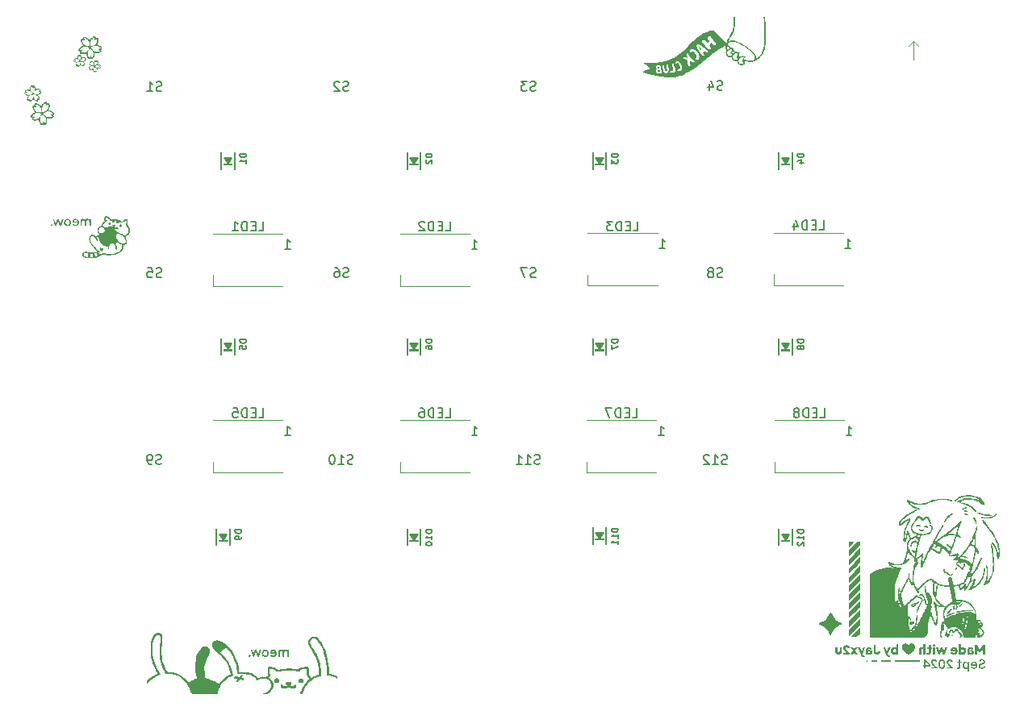
<source format=gbr>
%TF.GenerationSoftware,KiCad,Pcbnew,8.0.5*%
%TF.CreationDate,2024-09-26T23:50:06+10:00*%
%TF.ProjectId,JayPad,4a617950-6164-42e6-9b69-6361645f7063,rev?*%
%TF.SameCoordinates,Original*%
%TF.FileFunction,Legend,Bot*%
%TF.FilePolarity,Positive*%
%FSLAX46Y46*%
G04 Gerber Fmt 4.6, Leading zero omitted, Abs format (unit mm)*
G04 Created by KiCad (PCBNEW 8.0.5) date 2024-09-26 23:50:06*
%MOMM*%
%LPD*%
G01*
G04 APERTURE LIST*
%ADD10C,0.150000*%
%ADD11C,0.100000*%
%ADD12C,0.146304*%
%ADD13C,0.000000*%
%ADD14C,0.203200*%
%ADD15C,0.120000*%
G04 APERTURE END LIST*
D10*
G36*
X100413293Y-79595317D02*
G01*
X100413293Y-80330000D01*
X100252337Y-80330000D01*
X100252337Y-79901353D01*
X100245722Y-79849753D01*
X100226616Y-79803852D01*
X100190021Y-79760984D01*
X100147664Y-79736379D01*
X100096334Y-79725733D01*
X100086985Y-79725498D01*
X100032443Y-79734733D01*
X99986557Y-79765536D01*
X99957531Y-79812415D01*
X99944281Y-79861019D01*
X99940195Y-79913565D01*
X99940195Y-80330000D01*
X99778995Y-80330000D01*
X99778995Y-79905017D01*
X99772402Y-79851718D01*
X99753351Y-79804746D01*
X99716835Y-79761229D01*
X99674536Y-79736417D01*
X99623235Y-79725733D01*
X99613886Y-79725498D01*
X99559232Y-79734733D01*
X99513266Y-79765536D01*
X99484202Y-79812415D01*
X99470940Y-79861019D01*
X99466852Y-79913565D01*
X99466852Y-80330000D01*
X99305896Y-80330000D01*
X99305896Y-79895491D01*
X99309865Y-79832694D01*
X99321890Y-79773813D01*
X99342153Y-79720221D01*
X99370834Y-79673292D01*
X99408113Y-79634400D01*
X99454171Y-79604919D01*
X99509187Y-79586223D01*
X99573342Y-79579685D01*
X99629466Y-79585095D01*
X99683226Y-79601015D01*
X99732516Y-79626981D01*
X99775232Y-79662530D01*
X99809266Y-79707197D01*
X99818318Y-79724033D01*
X99846756Y-79676429D01*
X99882606Y-79637789D01*
X99925038Y-79608577D01*
X99973221Y-79589257D01*
X100026324Y-79580292D01*
X100044975Y-79579685D01*
X100093880Y-79584071D01*
X100147684Y-79600027D01*
X100196074Y-79627246D01*
X100237039Y-79665300D01*
X100260642Y-79698876D01*
X100266259Y-79595317D01*
X100413293Y-79595317D01*
G37*
G36*
X98863946Y-79584326D02*
G01*
X98918694Y-79597719D01*
X98968859Y-79619075D01*
X99014099Y-79647602D01*
X99054075Y-79682509D01*
X99088446Y-79723006D01*
X99116871Y-79768302D01*
X99139010Y-79817605D01*
X99154522Y-79870125D01*
X99163066Y-79925071D01*
X99164724Y-79962658D01*
X99160769Y-80022280D01*
X99149187Y-80078630D01*
X99130401Y-80131143D01*
X99104832Y-80179253D01*
X99072904Y-80222392D01*
X99035038Y-80259995D01*
X98991659Y-80291495D01*
X98943188Y-80316326D01*
X98890048Y-80333921D01*
X98832662Y-80343716D01*
X98792254Y-80345631D01*
X98742209Y-80342743D01*
X98693373Y-80334064D01*
X98646564Y-80319575D01*
X98592148Y-80293262D01*
X98543777Y-80257801D01*
X98503049Y-80213151D01*
X98477044Y-80170789D01*
X98471563Y-80159274D01*
X98612979Y-80105785D01*
X98643747Y-80144937D01*
X98684536Y-80177713D01*
X98731568Y-80197875D01*
X98785094Y-80205584D01*
X98792254Y-80205680D01*
X98846229Y-80199151D01*
X98892400Y-80180713D01*
X98937242Y-80145291D01*
X98970261Y-80098174D01*
X98988514Y-80052122D01*
X98998150Y-80001737D01*
X98456175Y-80001737D01*
X98456175Y-79954354D01*
X98459608Y-79896235D01*
X98461322Y-79886943D01*
X98624214Y-79886943D01*
X98993998Y-79886943D01*
X98978206Y-79834980D01*
X98953181Y-79788810D01*
X98919070Y-79751032D01*
X98876017Y-79724243D01*
X98824167Y-79711043D01*
X98804954Y-79710111D01*
X98749505Y-79718330D01*
X98704383Y-79741139D01*
X98669249Y-79775765D01*
X98643765Y-79819437D01*
X98627594Y-79869380D01*
X98624214Y-79886943D01*
X98461322Y-79886943D01*
X98469756Y-79841234D01*
X98486389Y-79789919D01*
X98509280Y-79742856D01*
X98538200Y-79700613D01*
X98572921Y-79663759D01*
X98613216Y-79632860D01*
X98658855Y-79608483D01*
X98709611Y-79591197D01*
X98765255Y-79581569D01*
X98804954Y-79579685D01*
X98863946Y-79584326D01*
G37*
G36*
X98028376Y-79584039D02*
G01*
X98085562Y-79596690D01*
X98138120Y-79617023D01*
X98185655Y-79644420D01*
X98227772Y-79678268D01*
X98264077Y-79717949D01*
X98294175Y-79762848D01*
X98317671Y-79812350D01*
X98334169Y-79865837D01*
X98343275Y-79922696D01*
X98345045Y-79962170D01*
X98341026Y-80021239D01*
X98329278Y-80077280D01*
X98310263Y-80129684D01*
X98284444Y-80177845D01*
X98252284Y-80221155D01*
X98214244Y-80259007D01*
X98170787Y-80290793D01*
X98122376Y-80315906D01*
X98069472Y-80333738D01*
X98012540Y-80343683D01*
X97972575Y-80345631D01*
X97911156Y-80341247D01*
X97853970Y-80328515D01*
X97801412Y-80308064D01*
X97753877Y-80280523D01*
X97711759Y-80246520D01*
X97675454Y-80206686D01*
X97645356Y-80161650D01*
X97621861Y-80112039D01*
X97605362Y-80058485D01*
X97596256Y-80001614D01*
X97594487Y-79962170D01*
X97759839Y-79962170D01*
X97765395Y-80018613D01*
X97781745Y-80071567D01*
X97808416Y-80118544D01*
X97844930Y-80157056D01*
X97890814Y-80184616D01*
X97945593Y-80198735D01*
X97969888Y-80200062D01*
X98028009Y-80191849D01*
X98077481Y-80168992D01*
X98117812Y-80134163D01*
X98148510Y-80090034D01*
X98169082Y-80039277D01*
X98179037Y-79984564D01*
X98179937Y-79962170D01*
X98174366Y-79905317D01*
X98157981Y-79852406D01*
X98131274Y-79805767D01*
X98094738Y-79767732D01*
X98048863Y-79740631D01*
X97994143Y-79726796D01*
X97969888Y-79725498D01*
X97910789Y-79733450D01*
X97860996Y-79755695D01*
X97820801Y-79789818D01*
X97790493Y-79833404D01*
X97770365Y-79884039D01*
X97760706Y-79939306D01*
X97759839Y-79962170D01*
X97594487Y-79962170D01*
X97598476Y-79902786D01*
X97610149Y-79846606D01*
X97629060Y-79794205D01*
X97654765Y-79746159D01*
X97686820Y-79703045D01*
X97724781Y-79665439D01*
X97768202Y-79633916D01*
X97816641Y-79609052D01*
X97869652Y-79591423D01*
X97926790Y-79581606D01*
X97966957Y-79579685D01*
X98028376Y-79584039D01*
G37*
G36*
X97297243Y-80330000D02*
G01*
X97146057Y-80330000D01*
X96983635Y-79796329D01*
X96822679Y-80330000D01*
X96671249Y-80330000D01*
X96426273Y-79595317D01*
X96588695Y-79595317D01*
X96746964Y-80132651D01*
X96909385Y-79595317D01*
X97053489Y-79595317D01*
X97217376Y-80132651D01*
X97372714Y-79595317D01*
X97540753Y-79595317D01*
X97297243Y-80330000D01*
G37*
G36*
X96421144Y-80239385D02*
G01*
X96408055Y-80290110D01*
X96373679Y-80327535D01*
X96325349Y-80345085D01*
X96314654Y-80345631D01*
X96263388Y-80332845D01*
X96226183Y-80298870D01*
X96208942Y-80250279D01*
X96208408Y-80239385D01*
X96221244Y-80187955D01*
X96255277Y-80150683D01*
X96303801Y-80133429D01*
X96314654Y-80132896D01*
X96365436Y-80145738D01*
X96402970Y-80179824D01*
X96420595Y-80228489D01*
X96421144Y-80239385D01*
G37*
D11*
X182300000Y-125974600D02*
X182800000Y-125974600D01*
X182800000Y-126000000D01*
X182300000Y-126000000D01*
X182300000Y-125974600D01*
X184800000Y-125974600D02*
X187300000Y-125974600D01*
X187300000Y-126000000D01*
X184800000Y-126000000D01*
X184800000Y-125974600D01*
X181774600Y-125974600D02*
X181800000Y-125974600D01*
X181800000Y-126000000D01*
X181774600Y-126000000D01*
X181774600Y-125974600D01*
X183300000Y-125974600D02*
X184300000Y-125974600D01*
X184300000Y-126000000D01*
X183300000Y-126000000D01*
X183300000Y-125974600D01*
G36*
X194216224Y-124313949D02*
G01*
X194216224Y-125345631D01*
X193982240Y-125345631D01*
X193982240Y-124741374D01*
X193780739Y-125130697D01*
X193611235Y-125130697D01*
X193409734Y-124741374D01*
X193409734Y-125345631D01*
X193175750Y-125345631D01*
X193175750Y-124313949D01*
X193408269Y-124313949D01*
X193693789Y-124864717D01*
X193978087Y-124313949D01*
X194216224Y-124313949D01*
G37*
G36*
X192757296Y-124567651D02*
G01*
X192809668Y-124578357D01*
X192860311Y-124596048D01*
X192907571Y-124620596D01*
X192949794Y-124651876D01*
X192985324Y-124689763D01*
X193012509Y-124734129D01*
X193029692Y-124784849D01*
X192825261Y-124819043D01*
X192796070Y-124779571D01*
X192749335Y-124755687D01*
X192709002Y-124750411D01*
X192659512Y-124758819D01*
X192616047Y-124790824D01*
X192595782Y-124836987D01*
X192592742Y-124868625D01*
X192592742Y-124906238D01*
X192640803Y-124890076D01*
X192692529Y-124879874D01*
X192742736Y-124876710D01*
X192748080Y-124876685D01*
X192804371Y-124880161D01*
X192859470Y-124890801D01*
X192911433Y-124908923D01*
X192958312Y-124934845D01*
X192998162Y-124968884D01*
X193029036Y-125011358D01*
X193048988Y-125062585D01*
X193055629Y-125119123D01*
X193050453Y-125166697D01*
X193029032Y-125222866D01*
X192994034Y-125269196D01*
X192948052Y-125305114D01*
X192893680Y-125330041D01*
X192845884Y-125341685D01*
X192795708Y-125345631D01*
X192741088Y-125340735D01*
X192687870Y-125325681D01*
X192639491Y-125299914D01*
X192599386Y-125262884D01*
X192581507Y-125236454D01*
X192575889Y-125345631D01*
X192371458Y-125345631D01*
X192371458Y-125046189D01*
X192592742Y-125046189D01*
X192592742Y-125053517D01*
X192603996Y-125104449D01*
X192634416Y-125143154D01*
X192678986Y-125167754D01*
X192732693Y-125176371D01*
X192784432Y-125166299D01*
X192823059Y-125134949D01*
X192831123Y-125105014D01*
X192816632Y-125060983D01*
X192773818Y-125032032D01*
X192721146Y-125021524D01*
X192706071Y-125021032D01*
X192654510Y-125025506D01*
X192607419Y-125039989D01*
X192592742Y-125046189D01*
X192371458Y-125046189D01*
X192371458Y-124879616D01*
X192375211Y-124826456D01*
X192386130Y-124777574D01*
X192410952Y-124719411D01*
X192446395Y-124669715D01*
X192491247Y-124628977D01*
X192544298Y-124597691D01*
X192604337Y-124576348D01*
X192653224Y-124567162D01*
X192704849Y-124564054D01*
X192757296Y-124567651D01*
G37*
G36*
X193056071Y-125122882D02*
G01*
X193055629Y-125119123D01*
X193056071Y-125115066D01*
X193056071Y-125122882D01*
G37*
G36*
X191693928Y-124662240D02*
G01*
X191730074Y-124623297D01*
X191772963Y-124594410D01*
X191820923Y-124575258D01*
X191872281Y-124565518D01*
X191902512Y-124564054D01*
X191961975Y-124569073D01*
X192016574Y-124583524D01*
X192066093Y-124606493D01*
X192110318Y-124637071D01*
X192149033Y-124674344D01*
X192182024Y-124717402D01*
X192209075Y-124765332D01*
X192229973Y-124817223D01*
X192244501Y-124872164D01*
X192252445Y-124929242D01*
X192253977Y-124968032D01*
X192250590Y-125019340D01*
X192240608Y-125070357D01*
X192224302Y-125120044D01*
X192201942Y-125167362D01*
X192173799Y-125211274D01*
X192140144Y-125250741D01*
X192101246Y-125284724D01*
X192057377Y-125312185D01*
X192008806Y-125332085D01*
X191955805Y-125343387D01*
X191918143Y-125345631D01*
X191865503Y-125340732D01*
X191815515Y-125326427D01*
X191769341Y-125303306D01*
X191728138Y-125271957D01*
X191693065Y-125232971D01*
X191682937Y-125218381D01*
X191675854Y-125345631D01*
X191465806Y-125345631D01*
X191465806Y-124954354D01*
X191691242Y-124954354D01*
X191697604Y-125007219D01*
X191716177Y-125055376D01*
X191746188Y-125095561D01*
X191786863Y-125124507D01*
X191837430Y-125138951D01*
X191856350Y-125139979D01*
X191906293Y-125131833D01*
X191950020Y-125108898D01*
X191984792Y-125073421D01*
X191999232Y-125049120D01*
X192016907Y-125001874D01*
X192021702Y-124954354D01*
X192015212Y-124901602D01*
X191996367Y-124853718D01*
X191966104Y-124813872D01*
X191925360Y-124785231D01*
X191875072Y-124770964D01*
X191856350Y-124769951D01*
X191802113Y-124778827D01*
X191757955Y-124803245D01*
X191724475Y-124839894D01*
X191702271Y-124885458D01*
X191691942Y-124936626D01*
X191691242Y-124954354D01*
X191465806Y-124954354D01*
X191465806Y-124284152D01*
X191693928Y-124284152D01*
X191693928Y-124662240D01*
G37*
G36*
X191032464Y-124568661D02*
G01*
X191089174Y-124581999D01*
X191141411Y-124603347D01*
X191188756Y-124631983D01*
X191230787Y-124667184D01*
X191267086Y-124708229D01*
X191297230Y-124754396D01*
X191320802Y-124804961D01*
X191337379Y-124859204D01*
X191346542Y-124916402D01*
X191348325Y-124955819D01*
X191344262Y-125017020D01*
X191332360Y-125074690D01*
X191313049Y-125128285D01*
X191286758Y-125177261D01*
X191253918Y-125221076D01*
X191214959Y-125259185D01*
X191170309Y-125291046D01*
X191120400Y-125316116D01*
X191065661Y-125333850D01*
X191006522Y-125343706D01*
X190964863Y-125345631D01*
X190910311Y-125342298D01*
X190856710Y-125332335D01*
X190805100Y-125315801D01*
X190756524Y-125292752D01*
X190712024Y-125263247D01*
X190672642Y-125227341D01*
X190639419Y-125185093D01*
X190613398Y-125136559D01*
X190821981Y-125084291D01*
X190858819Y-125121216D01*
X190905162Y-125145789D01*
X190956223Y-125153834D01*
X190961933Y-125153900D01*
X191014077Y-125145870D01*
X191060204Y-125119225D01*
X191092844Y-125077548D01*
X191111061Y-125031701D01*
X191114584Y-125017369D01*
X190599232Y-125017369D01*
X190599232Y-124967055D01*
X190602854Y-124903497D01*
X190608537Y-124871800D01*
X190834682Y-124871800D01*
X191114584Y-124871800D01*
X191100324Y-124824310D01*
X191073148Y-124779377D01*
X191033249Y-124748315D01*
X190979461Y-124735199D01*
X190971702Y-124735024D01*
X190922644Y-124743194D01*
X190880623Y-124770152D01*
X190852200Y-124811999D01*
X190835933Y-124864660D01*
X190834682Y-124871800D01*
X190608537Y-124871800D01*
X190613575Y-124843702D01*
X190631181Y-124788214D01*
X190655453Y-124737576D01*
X190686177Y-124692332D01*
X190723136Y-124653024D01*
X190766114Y-124620197D01*
X190814894Y-124594393D01*
X190869262Y-124576157D01*
X190929000Y-124566031D01*
X190971702Y-124564054D01*
X191032464Y-124568661D01*
G37*
G36*
X190014515Y-125345631D02*
G01*
X189805931Y-125345631D01*
X189672819Y-124855924D01*
X189541172Y-125345631D01*
X189329902Y-125345631D01*
X189083461Y-124564054D01*
X189313049Y-124564054D01*
X189434926Y-125061332D01*
X189569260Y-124564054D01*
X189770760Y-124564054D01*
X189905338Y-125058401D01*
X190022819Y-124564054D01*
X190260956Y-124564054D01*
X190014515Y-125345631D01*
G37*
G36*
X189000907Y-125345631D02*
G01*
X188772784Y-125345631D01*
X188772784Y-124564054D01*
X189000907Y-124564054D01*
X189000907Y-125345631D01*
G37*
G36*
X188996755Y-124454877D02*
G01*
X188964443Y-124491525D01*
X188920024Y-124512305D01*
X188887578Y-124516427D01*
X188838132Y-124507256D01*
X188796594Y-124480981D01*
X188775471Y-124454877D01*
X188760874Y-124407025D01*
X188760083Y-124391863D01*
X188768945Y-124342953D01*
X188775471Y-124328848D01*
X188809289Y-124292016D01*
X188853953Y-124271180D01*
X188887578Y-124267055D01*
X188935689Y-124276238D01*
X188976948Y-124302603D01*
X188996755Y-124328848D01*
X189012801Y-124376576D01*
X189013607Y-124391863D01*
X189004128Y-124440635D01*
X188996755Y-124454877D01*
G37*
G36*
X188675575Y-124564054D02*
G01*
X188675575Y-124750411D01*
X188552233Y-124750411D01*
X188552233Y-125074277D01*
X188547995Y-125134954D01*
X188535365Y-125188701D01*
X188514468Y-125235161D01*
X188476916Y-125282444D01*
X188426890Y-125317082D01*
X188378055Y-125335219D01*
X188321520Y-125344459D01*
X188290404Y-125345631D01*
X188235768Y-125342230D01*
X188184073Y-125331634D01*
X188133625Y-125313257D01*
X188105512Y-125299469D01*
X188140683Y-125125080D01*
X188188555Y-125142268D01*
X188238625Y-125149748D01*
X188286374Y-125137506D01*
X188316975Y-125095865D01*
X188324110Y-125045212D01*
X188324110Y-124750411D01*
X188132135Y-124750411D01*
X188132135Y-124564054D01*
X188324110Y-124564054D01*
X188324110Y-124313949D01*
X188552233Y-124313949D01*
X188552233Y-124564054D01*
X188675575Y-124564054D01*
G37*
G36*
X188002442Y-125345631D02*
G01*
X187774319Y-125345631D01*
X187774319Y-124912100D01*
X187767162Y-124863658D01*
X187742904Y-124816951D01*
X187703865Y-124784153D01*
X187652519Y-124770139D01*
X187645359Y-124769951D01*
X187595521Y-124780911D01*
X187561339Y-124808785D01*
X187539357Y-124856046D01*
X187532145Y-124908219D01*
X187532030Y-124916496D01*
X187532030Y-125345631D01*
X187303907Y-125345631D01*
X187303907Y-124883279D01*
X187307870Y-124820546D01*
X187319856Y-124761375D01*
X187340010Y-124707248D01*
X187368479Y-124659644D01*
X187405409Y-124620043D01*
X187450945Y-124589925D01*
X187505235Y-124570768D01*
X187568422Y-124564054D01*
X187621394Y-124568905D01*
X187671068Y-124583511D01*
X187716110Y-124607946D01*
X187755184Y-124642289D01*
X187774319Y-124666392D01*
X187774319Y-124284152D01*
X188002442Y-124284152D01*
X188002442Y-125345631D01*
G37*
G36*
X185143824Y-125345631D02*
G01*
X184933775Y-125345631D01*
X184928157Y-125249644D01*
X184891376Y-125283621D01*
X184846445Y-125311710D01*
X184795313Y-125332300D01*
X184739927Y-125343781D01*
X184707117Y-125345631D01*
X184647654Y-125340590D01*
X184593055Y-125326113D01*
X184543536Y-125303174D01*
X184499312Y-125272743D01*
X184460596Y-125235794D01*
X184427605Y-125193298D01*
X184400554Y-125146227D01*
X184379656Y-125095553D01*
X184365128Y-125042249D01*
X184357184Y-124987285D01*
X184355874Y-124955575D01*
X184587927Y-124955575D01*
X184594417Y-125008327D01*
X184613262Y-125056211D01*
X184643525Y-125096057D01*
X184684269Y-125124698D01*
X184734558Y-125138965D01*
X184753279Y-125139979D01*
X184803598Y-125132096D01*
X184837299Y-125115066D01*
X184874462Y-125083099D01*
X184896161Y-125049120D01*
X184913703Y-125002057D01*
X184918387Y-124955575D01*
X184912025Y-124902710D01*
X184893452Y-124854553D01*
X184863441Y-124814369D01*
X184822766Y-124785422D01*
X184772200Y-124770978D01*
X184753279Y-124769951D01*
X184702598Y-124777572D01*
X184667794Y-124793398D01*
X184631611Y-124826446D01*
X184608932Y-124859344D01*
X184592571Y-124907904D01*
X184587927Y-124955575D01*
X184355874Y-124955575D01*
X184355652Y-124950202D01*
X184358970Y-124896144D01*
X184368772Y-124843007D01*
X184384833Y-124791751D01*
X184406927Y-124743336D01*
X184434829Y-124698723D01*
X184468312Y-124658871D01*
X184507150Y-124624740D01*
X184551119Y-124597290D01*
X184599991Y-124577481D01*
X184653542Y-124566273D01*
X184691730Y-124564054D01*
X184740704Y-124568153D01*
X184795250Y-124583032D01*
X184845329Y-124608347D01*
X184889175Y-124643637D01*
X184915701Y-124674696D01*
X184915701Y-124284152D01*
X185143824Y-124284152D01*
X185143824Y-125345631D01*
G37*
G36*
X184329762Y-124564054D02*
G01*
X184031542Y-125310216D01*
X184037159Y-125323161D01*
X184060355Y-125369455D01*
X184097072Y-125405831D01*
X184144807Y-125419513D01*
X184150488Y-125419637D01*
X184200584Y-125411408D01*
X184228890Y-125401318D01*
X184269434Y-125576441D01*
X184222420Y-125597157D01*
X184170920Y-125608334D01*
X184123866Y-125611367D01*
X184069951Y-125606719D01*
X184022371Y-125593328D01*
X183971058Y-125565552D01*
X183927921Y-125527021D01*
X183892004Y-125479351D01*
X183867827Y-125435721D01*
X183847169Y-125388104D01*
X183842498Y-125375673D01*
X183545498Y-124564054D01*
X183787787Y-124564054D01*
X183925052Y-125061577D01*
X184079169Y-124564054D01*
X184329762Y-124564054D01*
G37*
G36*
X182879937Y-125345631D02*
G01*
X182821499Y-125341655D01*
X182767664Y-125330054D01*
X182718683Y-125311317D01*
X182674806Y-125285932D01*
X182636281Y-125254389D01*
X182603360Y-125217177D01*
X182576292Y-125174785D01*
X182555327Y-125127702D01*
X182540714Y-125076416D01*
X182532705Y-125021417D01*
X182531158Y-124982930D01*
X182531158Y-124313949D01*
X182774912Y-124313949D01*
X182774912Y-124992944D01*
X182781324Y-125043506D01*
X182804562Y-125090947D01*
X182845897Y-125120888D01*
X182884089Y-125127278D01*
X182931671Y-125114987D01*
X182968270Y-125078795D01*
X182989422Y-125034293D01*
X182995952Y-125012972D01*
X183234089Y-125055959D01*
X183219084Y-125105150D01*
X183200087Y-125150260D01*
X183168685Y-125203773D01*
X183130512Y-125249345D01*
X183085755Y-125286583D01*
X183034599Y-125315096D01*
X182977231Y-125334491D01*
X182913836Y-125344377D01*
X182879937Y-125345631D01*
G37*
G36*
X182121008Y-124567651D02*
G01*
X182173380Y-124578357D01*
X182224023Y-124596048D01*
X182271284Y-124620596D01*
X182313506Y-124651876D01*
X182349037Y-124689763D01*
X182376221Y-124734129D01*
X182393405Y-124784849D01*
X182188974Y-124819043D01*
X182159783Y-124779571D01*
X182113048Y-124755687D01*
X182072714Y-124750411D01*
X182023224Y-124758819D01*
X181979759Y-124790824D01*
X181959494Y-124836987D01*
X181956454Y-124868625D01*
X181956454Y-124906238D01*
X182004516Y-124890076D01*
X182056241Y-124879874D01*
X182106449Y-124876710D01*
X182111793Y-124876685D01*
X182168083Y-124880161D01*
X182223183Y-124890801D01*
X182275146Y-124908923D01*
X182322025Y-124934845D01*
X182361875Y-124968884D01*
X182392749Y-125011358D01*
X182412700Y-125062585D01*
X182419341Y-125119123D01*
X182414166Y-125166697D01*
X182392745Y-125222866D01*
X182357746Y-125269196D01*
X182311764Y-125305114D01*
X182257392Y-125330041D01*
X182209597Y-125341685D01*
X182159420Y-125345631D01*
X182104800Y-125340735D01*
X182051582Y-125325681D01*
X182003203Y-125299914D01*
X181963099Y-125262884D01*
X181945219Y-125236454D01*
X181939602Y-125345631D01*
X181735170Y-125345631D01*
X181735170Y-125046189D01*
X181956454Y-125046189D01*
X181956454Y-125053517D01*
X181967709Y-125104449D01*
X181998128Y-125143154D01*
X182042699Y-125167754D01*
X182096406Y-125176371D01*
X182148145Y-125166299D01*
X182186772Y-125134949D01*
X182194835Y-125105014D01*
X182180344Y-125060983D01*
X182137530Y-125032032D01*
X182084859Y-125021524D01*
X182069783Y-125021032D01*
X182018222Y-125025506D01*
X181971131Y-125039989D01*
X181956454Y-125046189D01*
X181735170Y-125046189D01*
X181735170Y-124879616D01*
X181738924Y-124826456D01*
X181749842Y-124777574D01*
X181774665Y-124719411D01*
X181810107Y-124669715D01*
X181854959Y-124628977D01*
X181908010Y-124597691D01*
X181968049Y-124576348D01*
X182016936Y-124567162D01*
X182068562Y-124564054D01*
X182121008Y-124567651D01*
G37*
G36*
X182419783Y-125122882D02*
G01*
X182419341Y-125119123D01*
X182419783Y-125115066D01*
X182419783Y-125122882D01*
G37*
G36*
X181680216Y-124564054D02*
G01*
X181381995Y-125310216D01*
X181387613Y-125323161D01*
X181410808Y-125369455D01*
X181447525Y-125405831D01*
X181495261Y-125419513D01*
X181500942Y-125419637D01*
X181551038Y-125411408D01*
X181579344Y-125401318D01*
X181619888Y-125576441D01*
X181572874Y-125597157D01*
X181521374Y-125608334D01*
X181474319Y-125611367D01*
X181420405Y-125606719D01*
X181372825Y-125593328D01*
X181321511Y-125565552D01*
X181278374Y-125527021D01*
X181242457Y-125479351D01*
X181218280Y-125435721D01*
X181197623Y-125388104D01*
X181192951Y-125375673D01*
X180895952Y-124564054D01*
X181138241Y-124564054D01*
X181275505Y-125061577D01*
X181429623Y-124564054D01*
X181680216Y-124564054D01*
G37*
G36*
X180900104Y-125345631D02*
G01*
X180634124Y-125345631D01*
X180499790Y-125105296D01*
X180368143Y-125345631D01*
X180095080Y-125345631D01*
X180368143Y-124933593D01*
X180125854Y-124564054D01*
X180380844Y-124564054D01*
X180497103Y-124772393D01*
X180608967Y-124564054D01*
X180869330Y-124564054D01*
X180627285Y-124932128D01*
X180900104Y-125345631D01*
G37*
G36*
X180036950Y-124644898D02*
G01*
X179817131Y-124679825D01*
X179799552Y-124631461D01*
X179764380Y-124591767D01*
X179719254Y-124572999D01*
X179695254Y-124570893D01*
X179645210Y-124580717D01*
X179606684Y-124612525D01*
X179588601Y-124662865D01*
X179587543Y-124681046D01*
X179596897Y-124733863D01*
X179622489Y-124788784D01*
X179650109Y-124830499D01*
X179683213Y-124871998D01*
X179720239Y-124912679D01*
X179759622Y-124951944D01*
X179799799Y-124989190D01*
X179839206Y-125023820D01*
X179887848Y-125064883D01*
X179909455Y-125082826D01*
X179948482Y-125115992D01*
X179988665Y-125149933D01*
X180024249Y-125180523D01*
X180024249Y-125345631D01*
X179334019Y-125345631D01*
X179334019Y-125142665D01*
X179681332Y-125142665D01*
X179643606Y-125111357D01*
X179622470Y-125092595D01*
X179566538Y-125042281D01*
X179527539Y-125004649D01*
X179489151Y-124964937D01*
X179452791Y-124923008D01*
X179419870Y-124878730D01*
X179391804Y-124831968D01*
X179370007Y-124782586D01*
X179355891Y-124730452D01*
X179350872Y-124675429D01*
X179354758Y-124623816D01*
X179366014Y-124575926D01*
X179391445Y-124518373D01*
X179427480Y-124468664D01*
X179472689Y-124427500D01*
X179525645Y-124395583D01*
X179584919Y-124373613D01*
X179649084Y-124362292D01*
X179682554Y-124360844D01*
X179746678Y-124365997D01*
X179807068Y-124381047D01*
X179862758Y-124405383D01*
X179912783Y-124438391D01*
X179956180Y-124479459D01*
X179991983Y-124527975D01*
X180019228Y-124583325D01*
X180036950Y-124644898D01*
G37*
G36*
X179206769Y-124564054D02*
G01*
X179206769Y-124984884D01*
X179203274Y-125044182D01*
X179192977Y-125099168D01*
X179176162Y-125149510D01*
X179153110Y-125194875D01*
X179124105Y-125234933D01*
X179089429Y-125269350D01*
X179049363Y-125297795D01*
X179004192Y-125319936D01*
X178954197Y-125335440D01*
X178899661Y-125343976D01*
X178860921Y-125345631D01*
X178801530Y-125341791D01*
X178747129Y-125330549D01*
X178697905Y-125312319D01*
X178654042Y-125287517D01*
X178615728Y-125256558D01*
X178583147Y-125219858D01*
X178556487Y-125177832D01*
X178535933Y-125130896D01*
X178521670Y-125079464D01*
X178513885Y-125023953D01*
X178512386Y-124984884D01*
X178512386Y-124564054D01*
X178740509Y-124564054D01*
X178740509Y-124989281D01*
X178745372Y-125039945D01*
X178764075Y-125089467D01*
X178798818Y-125124628D01*
X178851707Y-125139774D01*
X178859699Y-125139979D01*
X178908427Y-125130183D01*
X178947435Y-125098798D01*
X178970251Y-125052085D01*
X178978246Y-125003732D01*
X178978646Y-124989281D01*
X178978646Y-124564054D01*
X179206769Y-124564054D01*
G37*
D10*
G36*
X121163293Y-124845317D02*
G01*
X121163293Y-125580000D01*
X121002337Y-125580000D01*
X121002337Y-125151353D01*
X120995722Y-125099753D01*
X120976616Y-125053852D01*
X120940021Y-125010984D01*
X120897664Y-124986379D01*
X120846334Y-124975733D01*
X120836985Y-124975498D01*
X120782443Y-124984733D01*
X120736557Y-125015536D01*
X120707531Y-125062415D01*
X120694281Y-125111019D01*
X120690195Y-125163565D01*
X120690195Y-125580000D01*
X120528995Y-125580000D01*
X120528995Y-125155017D01*
X120522402Y-125101718D01*
X120503351Y-125054746D01*
X120466835Y-125011229D01*
X120424536Y-124986417D01*
X120373235Y-124975733D01*
X120363886Y-124975498D01*
X120309232Y-124984733D01*
X120263266Y-125015536D01*
X120234202Y-125062415D01*
X120220940Y-125111019D01*
X120216852Y-125163565D01*
X120216852Y-125580000D01*
X120055896Y-125580000D01*
X120055896Y-125145491D01*
X120059865Y-125082694D01*
X120071890Y-125023813D01*
X120092153Y-124970221D01*
X120120834Y-124923292D01*
X120158113Y-124884400D01*
X120204171Y-124854919D01*
X120259187Y-124836223D01*
X120323342Y-124829685D01*
X120379466Y-124835095D01*
X120433226Y-124851015D01*
X120482516Y-124876981D01*
X120525232Y-124912530D01*
X120559266Y-124957197D01*
X120568318Y-124974033D01*
X120596756Y-124926429D01*
X120632606Y-124887789D01*
X120675038Y-124858577D01*
X120723221Y-124839257D01*
X120776324Y-124830292D01*
X120794975Y-124829685D01*
X120843880Y-124834071D01*
X120897684Y-124850027D01*
X120946074Y-124877246D01*
X120987039Y-124915300D01*
X121010642Y-124948876D01*
X121016259Y-124845317D01*
X121163293Y-124845317D01*
G37*
G36*
X119613946Y-124834326D02*
G01*
X119668694Y-124847719D01*
X119718859Y-124869075D01*
X119764099Y-124897602D01*
X119804075Y-124932509D01*
X119838446Y-124973006D01*
X119866871Y-125018302D01*
X119889010Y-125067605D01*
X119904522Y-125120125D01*
X119913066Y-125175071D01*
X119914724Y-125212658D01*
X119910769Y-125272280D01*
X119899187Y-125328630D01*
X119880401Y-125381143D01*
X119854832Y-125429253D01*
X119822904Y-125472392D01*
X119785038Y-125509995D01*
X119741659Y-125541495D01*
X119693188Y-125566326D01*
X119640048Y-125583921D01*
X119582662Y-125593716D01*
X119542254Y-125595631D01*
X119492209Y-125592743D01*
X119443373Y-125584064D01*
X119396564Y-125569575D01*
X119342148Y-125543262D01*
X119293777Y-125507801D01*
X119253049Y-125463151D01*
X119227044Y-125420789D01*
X119221563Y-125409274D01*
X119362979Y-125355785D01*
X119393747Y-125394937D01*
X119434536Y-125427713D01*
X119481568Y-125447875D01*
X119535094Y-125455584D01*
X119542254Y-125455680D01*
X119596229Y-125449151D01*
X119642400Y-125430713D01*
X119687242Y-125395291D01*
X119720261Y-125348174D01*
X119738514Y-125302122D01*
X119748150Y-125251737D01*
X119206175Y-125251737D01*
X119206175Y-125204354D01*
X119209608Y-125146235D01*
X119211322Y-125136943D01*
X119374214Y-125136943D01*
X119743998Y-125136943D01*
X119728206Y-125084980D01*
X119703181Y-125038810D01*
X119669070Y-125001032D01*
X119626017Y-124974243D01*
X119574167Y-124961043D01*
X119554954Y-124960111D01*
X119499505Y-124968330D01*
X119454383Y-124991139D01*
X119419249Y-125025765D01*
X119393765Y-125069437D01*
X119377594Y-125119380D01*
X119374214Y-125136943D01*
X119211322Y-125136943D01*
X119219756Y-125091234D01*
X119236389Y-125039919D01*
X119259280Y-124992856D01*
X119288200Y-124950613D01*
X119322921Y-124913759D01*
X119363216Y-124882860D01*
X119408855Y-124858483D01*
X119459611Y-124841197D01*
X119515255Y-124831569D01*
X119554954Y-124829685D01*
X119613946Y-124834326D01*
G37*
G36*
X118778376Y-124834039D02*
G01*
X118835562Y-124846690D01*
X118888120Y-124867023D01*
X118935655Y-124894420D01*
X118977772Y-124928268D01*
X119014077Y-124967949D01*
X119044175Y-125012848D01*
X119067671Y-125062350D01*
X119084169Y-125115837D01*
X119093275Y-125172696D01*
X119095045Y-125212170D01*
X119091026Y-125271239D01*
X119079278Y-125327280D01*
X119060263Y-125379684D01*
X119034444Y-125427845D01*
X119002284Y-125471155D01*
X118964244Y-125509007D01*
X118920787Y-125540793D01*
X118872376Y-125565906D01*
X118819472Y-125583738D01*
X118762540Y-125593683D01*
X118722575Y-125595631D01*
X118661156Y-125591247D01*
X118603970Y-125578515D01*
X118551412Y-125558064D01*
X118503877Y-125530523D01*
X118461759Y-125496520D01*
X118425454Y-125456686D01*
X118395356Y-125411650D01*
X118371861Y-125362039D01*
X118355362Y-125308485D01*
X118346256Y-125251614D01*
X118344487Y-125212170D01*
X118509839Y-125212170D01*
X118515395Y-125268613D01*
X118531745Y-125321567D01*
X118558416Y-125368544D01*
X118594930Y-125407056D01*
X118640814Y-125434616D01*
X118695593Y-125448735D01*
X118719888Y-125450062D01*
X118778009Y-125441849D01*
X118827481Y-125418992D01*
X118867812Y-125384163D01*
X118898510Y-125340034D01*
X118919082Y-125289277D01*
X118929037Y-125234564D01*
X118929937Y-125212170D01*
X118924366Y-125155317D01*
X118907981Y-125102406D01*
X118881274Y-125055767D01*
X118844738Y-125017732D01*
X118798863Y-124990631D01*
X118744143Y-124976796D01*
X118719888Y-124975498D01*
X118660789Y-124983450D01*
X118610996Y-125005695D01*
X118570801Y-125039818D01*
X118540493Y-125083404D01*
X118520365Y-125134039D01*
X118510706Y-125189306D01*
X118509839Y-125212170D01*
X118344487Y-125212170D01*
X118348476Y-125152786D01*
X118360149Y-125096606D01*
X118379060Y-125044205D01*
X118404765Y-124996159D01*
X118436820Y-124953045D01*
X118474781Y-124915439D01*
X118518202Y-124883916D01*
X118566641Y-124859052D01*
X118619652Y-124841423D01*
X118676790Y-124831606D01*
X118716957Y-124829685D01*
X118778376Y-124834039D01*
G37*
G36*
X118047243Y-125580000D02*
G01*
X117896057Y-125580000D01*
X117733635Y-125046329D01*
X117572679Y-125580000D01*
X117421249Y-125580000D01*
X117176273Y-124845317D01*
X117338695Y-124845317D01*
X117496964Y-125382651D01*
X117659385Y-124845317D01*
X117803489Y-124845317D01*
X117967376Y-125382651D01*
X118122714Y-124845317D01*
X118290753Y-124845317D01*
X118047243Y-125580000D01*
G37*
G36*
X117171144Y-125489385D02*
G01*
X117158055Y-125540110D01*
X117123679Y-125577535D01*
X117075349Y-125595085D01*
X117064654Y-125595631D01*
X117013388Y-125582845D01*
X116976183Y-125548870D01*
X116958942Y-125500279D01*
X116958408Y-125489385D01*
X116971244Y-125437955D01*
X117005277Y-125400683D01*
X117053801Y-125383429D01*
X117064654Y-125382896D01*
X117115436Y-125395738D01*
X117152970Y-125429824D01*
X117170595Y-125478489D01*
X117171144Y-125489385D01*
G37*
D11*
G36*
X194259455Y-126601388D02*
G01*
X194238436Y-126657113D01*
X194208580Y-126706012D01*
X194171060Y-126747898D01*
X194127045Y-126782586D01*
X194077707Y-126809889D01*
X194024215Y-126829622D01*
X193967741Y-126841598D01*
X193909455Y-126845631D01*
X193857137Y-126842531D01*
X193806956Y-126833377D01*
X193759571Y-126818388D01*
X193701873Y-126789703D01*
X193651869Y-126751550D01*
X193611116Y-126704448D01*
X193581170Y-126648914D01*
X193566740Y-126602042D01*
X193559923Y-126550938D01*
X193559455Y-126533000D01*
X193563920Y-126479694D01*
X193577312Y-126431334D01*
X193606601Y-126377839D01*
X193640069Y-126340607D01*
X193682455Y-126308322D01*
X193733755Y-126280982D01*
X193793968Y-126258588D01*
X193844975Y-126245038D01*
X193896999Y-126233803D01*
X193946887Y-126220422D01*
X193994888Y-126200144D01*
X194034207Y-126170071D01*
X194058048Y-126127304D01*
X194062107Y-126096050D01*
X194051865Y-126045900D01*
X194019291Y-126002531D01*
X193971347Y-125974936D01*
X193922440Y-125964467D01*
X193907990Y-125963914D01*
X193855283Y-125970885D01*
X193805253Y-125994781D01*
X193765999Y-126033804D01*
X193740402Y-126078828D01*
X193734577Y-126093363D01*
X193574842Y-126054284D01*
X193594008Y-125999919D01*
X193621371Y-125952023D01*
X193655969Y-125910835D01*
X193696842Y-125876598D01*
X193743027Y-125849550D01*
X193793562Y-125829932D01*
X193847486Y-125817985D01*
X193903838Y-125813949D01*
X193952796Y-125816906D01*
X194015090Y-125829770D01*
X194072564Y-125852335D01*
X194123682Y-125884060D01*
X194166907Y-125924403D01*
X194200701Y-125972825D01*
X194223529Y-126028783D01*
X194233851Y-126091738D01*
X194234298Y-126108506D01*
X194228102Y-126168619D01*
X194210465Y-126220850D01*
X194182817Y-126265651D01*
X194146584Y-126303473D01*
X194103197Y-126334769D01*
X194054081Y-126359992D01*
X194000667Y-126379594D01*
X193944382Y-126394026D01*
X193892602Y-126405017D01*
X193842229Y-126419220D01*
X193795781Y-126440184D01*
X193754607Y-126476415D01*
X193735216Y-126522351D01*
X193733112Y-126546922D01*
X193741695Y-126596406D01*
X193770326Y-126642057D01*
X193813910Y-126674143D01*
X193867092Y-126692082D01*
X193907990Y-126695910D01*
X193957308Y-126690969D01*
X194007494Y-126673023D01*
X194049104Y-126642470D01*
X194081450Y-126599847D01*
X194098499Y-126562309D01*
X194259455Y-126601388D01*
G37*
G36*
X193134846Y-126084326D02*
G01*
X193189594Y-126097719D01*
X193239759Y-126119075D01*
X193285000Y-126147602D01*
X193324976Y-126182509D01*
X193359346Y-126223006D01*
X193387771Y-126268302D01*
X193409910Y-126317605D01*
X193425422Y-126370125D01*
X193433966Y-126425071D01*
X193435624Y-126462658D01*
X193431670Y-126522280D01*
X193420088Y-126578630D01*
X193401301Y-126631143D01*
X193375732Y-126679253D01*
X193343804Y-126722392D01*
X193305939Y-126759995D01*
X193262559Y-126791495D01*
X193214088Y-126816326D01*
X193160948Y-126833921D01*
X193103562Y-126843716D01*
X193063154Y-126845631D01*
X193013110Y-126842743D01*
X192964274Y-126834064D01*
X192917464Y-126819575D01*
X192863048Y-126793262D01*
X192814677Y-126757801D01*
X192773949Y-126713151D01*
X192747944Y-126670789D01*
X192742463Y-126659274D01*
X192883879Y-126605785D01*
X192914647Y-126644937D01*
X192955436Y-126677713D01*
X193002468Y-126697875D01*
X193055994Y-126705584D01*
X193063154Y-126705680D01*
X193117130Y-126699151D01*
X193163300Y-126680713D01*
X193208142Y-126645291D01*
X193241161Y-126598174D01*
X193259414Y-126552122D01*
X193269050Y-126501737D01*
X192727076Y-126501737D01*
X192727076Y-126454354D01*
X192730509Y-126396235D01*
X192732223Y-126386943D01*
X192895115Y-126386943D01*
X193264898Y-126386943D01*
X193249106Y-126334980D01*
X193224082Y-126288810D01*
X193189971Y-126251032D01*
X193146918Y-126224243D01*
X193095068Y-126211043D01*
X193075854Y-126210111D01*
X193020405Y-126218330D01*
X192975283Y-126241139D01*
X192940149Y-126275765D01*
X192914666Y-126319437D01*
X192898494Y-126369380D01*
X192895115Y-126386943D01*
X192732223Y-126386943D01*
X192740656Y-126341234D01*
X192757289Y-126289919D01*
X192780180Y-126242856D01*
X192809100Y-126200613D01*
X192843821Y-126163759D01*
X192884116Y-126132860D01*
X192929755Y-126108483D01*
X192980511Y-126091197D01*
X193036155Y-126081569D01*
X193075854Y-126079685D01*
X193134846Y-126084326D01*
G37*
G36*
X192245954Y-126084807D02*
G01*
X192298931Y-126099946D01*
X192347040Y-126124764D01*
X192389624Y-126158923D01*
X192426025Y-126202086D01*
X192436671Y-126218415D01*
X192443510Y-126095317D01*
X192590544Y-126095317D01*
X192590544Y-127102086D01*
X192429588Y-127102086D01*
X192429588Y-126728150D01*
X192395851Y-126767561D01*
X192356704Y-126799132D01*
X192312921Y-126822697D01*
X192265273Y-126838094D01*
X192214535Y-126845157D01*
X192197069Y-126845631D01*
X192138319Y-126840770D01*
X192084230Y-126826781D01*
X192035048Y-126804559D01*
X191991014Y-126774997D01*
X191952375Y-126738989D01*
X191919373Y-126697427D01*
X191892252Y-126651207D01*
X191871256Y-126601220D01*
X191856630Y-126548362D01*
X191848616Y-126493524D01*
X191847313Y-126462170D01*
X192012421Y-126462170D01*
X192017976Y-126518613D01*
X192034320Y-126571567D01*
X192060973Y-126618544D01*
X192097453Y-126657056D01*
X192143280Y-126684616D01*
X192197973Y-126698735D01*
X192222226Y-126700062D01*
X192280428Y-126691849D01*
X192329927Y-126668992D01*
X192370247Y-126634163D01*
X192400912Y-126590034D01*
X192421447Y-126539277D01*
X192431378Y-126484564D01*
X192432274Y-126462170D01*
X192426719Y-126405317D01*
X192410368Y-126352406D01*
X192383698Y-126305767D01*
X192347183Y-126267732D01*
X192301299Y-126240631D01*
X192246521Y-126226796D01*
X192222226Y-126225498D01*
X192163142Y-126233450D01*
X192113390Y-126255695D01*
X192073249Y-126289818D01*
X192042998Y-126333404D01*
X192022917Y-126384039D01*
X192013285Y-126439306D01*
X192012421Y-126462170D01*
X191847313Y-126462170D01*
X191847069Y-126456308D01*
X191850531Y-126402259D01*
X191860728Y-126349629D01*
X191877374Y-126299268D01*
X191900186Y-126252027D01*
X191928877Y-126208758D01*
X191963162Y-126170313D01*
X192002758Y-126137541D01*
X192047378Y-126111296D01*
X192096738Y-126092427D01*
X192150553Y-126081787D01*
X192188764Y-126079685D01*
X192245954Y-126084807D01*
G37*
G36*
X191788939Y-126095317D02*
G01*
X191788939Y-126225743D01*
X191660223Y-126225743D01*
X191660223Y-126599923D01*
X191656365Y-126653747D01*
X191644881Y-126701890D01*
X191620014Y-126753377D01*
X191583716Y-126794367D01*
X191536255Y-126823959D01*
X191477899Y-126841254D01*
X191423551Y-126845631D01*
X191373410Y-126842116D01*
X191331228Y-126833175D01*
X191284551Y-126813660D01*
X191256978Y-126796782D01*
X191293370Y-126675150D01*
X191338784Y-126693766D01*
X191347836Y-126695910D01*
X191396169Y-126704322D01*
X191402547Y-126704459D01*
X191452235Y-126691765D01*
X191485159Y-126653915D01*
X191497802Y-126606471D01*
X191499023Y-126583314D01*
X191499023Y-126225743D01*
X191286287Y-126225743D01*
X191286287Y-126095317D01*
X191499023Y-126095317D01*
X191499023Y-125847655D01*
X191660223Y-125847655D01*
X191660223Y-126095317D01*
X191788939Y-126095317D01*
G37*
G36*
X190858618Y-126110949D02*
G01*
X190704501Y-126141723D01*
X190684266Y-126089252D01*
X190654422Y-126045526D01*
X190614616Y-126013262D01*
X190564495Y-125995173D01*
X190531088Y-125992247D01*
X190480355Y-125999380D01*
X190449755Y-126011786D01*
X190410579Y-126046937D01*
X190386734Y-126092124D01*
X190377236Y-126143500D01*
X190376971Y-126154180D01*
X190382871Y-126203055D01*
X190401480Y-126253253D01*
X190429313Y-126299985D01*
X190451221Y-126330034D01*
X190484628Y-126369131D01*
X190519352Y-126407204D01*
X190555243Y-126444338D01*
X190592149Y-126480619D01*
X190629920Y-126516130D01*
X190668405Y-126550955D01*
X190707452Y-126585180D01*
X190746911Y-126618890D01*
X190786631Y-126652167D01*
X190826461Y-126685098D01*
X190853000Y-126706901D01*
X190853000Y-126830000D01*
X190195010Y-126830000D01*
X190195010Y-126683210D01*
X190609490Y-126683210D01*
X190560111Y-126641965D01*
X190520535Y-126608027D01*
X190479810Y-126571852D01*
X190438862Y-126533745D01*
X190398617Y-126494013D01*
X190360001Y-126452961D01*
X190323941Y-126410894D01*
X190291363Y-126368117D01*
X190263192Y-126324937D01*
X190240356Y-126281659D01*
X190234089Y-126267264D01*
X190218659Y-126217055D01*
X190212187Y-126165163D01*
X190211863Y-126150027D01*
X190215431Y-126100236D01*
X190230690Y-126039377D01*
X190256867Y-125985489D01*
X190292785Y-125939285D01*
X190337264Y-125901478D01*
X190389125Y-125872781D01*
X190447187Y-125853907D01*
X190510274Y-125845568D01*
X190526692Y-125845212D01*
X190587647Y-125850099D01*
X190644123Y-125864340D01*
X190695579Y-125887304D01*
X190741473Y-125918363D01*
X190781265Y-125956887D01*
X190814414Y-126002245D01*
X190840378Y-126053809D01*
X190858618Y-126110949D01*
G37*
G36*
X189741717Y-125837872D02*
G01*
X189809228Y-125853740D01*
X189867576Y-125881555D01*
X189917246Y-125919735D01*
X189958723Y-125966699D01*
X189992490Y-126020867D01*
X190019032Y-126080658D01*
X190038832Y-126144492D01*
X190052376Y-126210788D01*
X190060148Y-126277966D01*
X190062630Y-126344445D01*
X190060155Y-126411389D01*
X190052433Y-126478400D01*
X190039023Y-126544026D01*
X190019482Y-126606814D01*
X189993370Y-126665312D01*
X189960244Y-126718066D01*
X189919662Y-126763624D01*
X189871182Y-126800534D01*
X189814362Y-126827342D01*
X189748761Y-126842597D01*
X189699930Y-126845631D01*
X189649425Y-126842472D01*
X189581868Y-126826616D01*
X189523678Y-126798824D01*
X189474323Y-126760673D01*
X189433273Y-126713742D01*
X189399996Y-126659608D01*
X189373961Y-126599850D01*
X189354636Y-126536046D01*
X189341490Y-126469774D01*
X189333993Y-126402613D01*
X189331761Y-126340293D01*
X189498185Y-126340293D01*
X189499665Y-126392606D01*
X189505035Y-126450137D01*
X189515689Y-126509128D01*
X189533020Y-126565820D01*
X189558423Y-126616456D01*
X189593291Y-126657278D01*
X189639018Y-126684527D01*
X189696999Y-126694445D01*
X189754208Y-126684477D01*
X189799573Y-126657106D01*
X189834394Y-126616134D01*
X189859970Y-126565362D01*
X189877600Y-126508591D01*
X189888584Y-126449622D01*
X189894222Y-126392255D01*
X189895812Y-126340293D01*
X189894282Y-126288319D01*
X189888790Y-126230925D01*
X189877987Y-126171917D01*
X189860519Y-126115101D01*
X189835038Y-126064284D01*
X189800191Y-126023273D01*
X189754629Y-125995875D01*
X189696999Y-125985896D01*
X189638668Y-125995815D01*
X189592776Y-126023067D01*
X189557886Y-126063897D01*
X189532562Y-126114551D01*
X189515367Y-126171273D01*
X189504864Y-126230307D01*
X189499615Y-126287899D01*
X189498185Y-126340293D01*
X189331761Y-126340293D01*
X189331612Y-126336140D01*
X189334015Y-126269472D01*
X189341539Y-126202616D01*
X189354654Y-126137044D01*
X189373832Y-126074230D01*
X189399543Y-126015647D01*
X189432259Y-125962769D01*
X189472450Y-125917068D01*
X189520587Y-125880017D01*
X189577141Y-125853090D01*
X189642583Y-125837760D01*
X189691381Y-125834710D01*
X189741717Y-125837872D01*
G37*
G36*
X189223168Y-126110949D02*
G01*
X189069050Y-126141723D01*
X189048816Y-126089252D01*
X189018972Y-126045526D01*
X188979166Y-126013262D01*
X188929045Y-125995173D01*
X188895638Y-125992247D01*
X188844905Y-125999380D01*
X188814305Y-126011786D01*
X188775129Y-126046937D01*
X188751284Y-126092124D01*
X188741785Y-126143500D01*
X188741521Y-126154180D01*
X188747421Y-126203055D01*
X188766030Y-126253253D01*
X188793863Y-126299985D01*
X188815771Y-126330034D01*
X188849178Y-126369131D01*
X188883902Y-126407204D01*
X188919793Y-126444338D01*
X188956699Y-126480619D01*
X188994470Y-126516130D01*
X189032955Y-126550955D01*
X189072002Y-126585180D01*
X189111461Y-126618890D01*
X189151181Y-126652167D01*
X189191010Y-126685098D01*
X189217550Y-126706901D01*
X189217550Y-126830000D01*
X188559560Y-126830000D01*
X188559560Y-126683210D01*
X188974040Y-126683210D01*
X188924660Y-126641965D01*
X188885085Y-126608027D01*
X188844360Y-126571852D01*
X188803412Y-126533745D01*
X188763167Y-126494013D01*
X188724551Y-126452961D01*
X188688491Y-126410894D01*
X188655913Y-126368117D01*
X188627742Y-126324937D01*
X188604906Y-126281659D01*
X188598639Y-126267264D01*
X188583208Y-126217055D01*
X188576737Y-126165163D01*
X188576413Y-126150027D01*
X188579981Y-126100236D01*
X188595240Y-126039377D01*
X188621417Y-125985489D01*
X188657335Y-125939285D01*
X188701814Y-125901478D01*
X188753674Y-125872781D01*
X188811737Y-125853907D01*
X188874823Y-125845568D01*
X188891242Y-125845212D01*
X188952197Y-125850099D01*
X189008673Y-125864340D01*
X189060128Y-125887304D01*
X189106023Y-125918363D01*
X189145815Y-125956887D01*
X189178964Y-126002245D01*
X189204928Y-126053809D01*
X189223168Y-126110949D01*
G37*
G36*
X188456245Y-126494654D02*
G01*
X188456245Y-126624836D01*
X188005373Y-126624836D01*
X188005373Y-126830000D01*
X187845638Y-126830000D01*
X187845638Y-126624836D01*
X187730844Y-126624836D01*
X187730844Y-126486106D01*
X187845638Y-126486106D01*
X188005373Y-126486106D01*
X188295045Y-126486106D01*
X188005373Y-126070404D01*
X188005373Y-126486106D01*
X187845638Y-126486106D01*
X187845638Y-125870125D01*
X188023447Y-125870125D01*
X188456245Y-126494654D01*
G37*
D10*
X107831904Y-85694700D02*
X107689047Y-85742319D01*
X107689047Y-85742319D02*
X107450952Y-85742319D01*
X107450952Y-85742319D02*
X107355714Y-85694700D01*
X107355714Y-85694700D02*
X107308095Y-85647080D01*
X107308095Y-85647080D02*
X107260476Y-85551842D01*
X107260476Y-85551842D02*
X107260476Y-85456604D01*
X107260476Y-85456604D02*
X107308095Y-85361366D01*
X107308095Y-85361366D02*
X107355714Y-85313747D01*
X107355714Y-85313747D02*
X107450952Y-85266128D01*
X107450952Y-85266128D02*
X107641428Y-85218509D01*
X107641428Y-85218509D02*
X107736666Y-85170890D01*
X107736666Y-85170890D02*
X107784285Y-85123271D01*
X107784285Y-85123271D02*
X107831904Y-85028033D01*
X107831904Y-85028033D02*
X107831904Y-84932795D01*
X107831904Y-84932795D02*
X107784285Y-84837557D01*
X107784285Y-84837557D02*
X107736666Y-84789938D01*
X107736666Y-84789938D02*
X107641428Y-84742319D01*
X107641428Y-84742319D02*
X107403333Y-84742319D01*
X107403333Y-84742319D02*
X107260476Y-84789938D01*
X106355714Y-84742319D02*
X106831904Y-84742319D01*
X106831904Y-84742319D02*
X106879523Y-85218509D01*
X106879523Y-85218509D02*
X106831904Y-85170890D01*
X106831904Y-85170890D02*
X106736666Y-85123271D01*
X106736666Y-85123271D02*
X106498571Y-85123271D01*
X106498571Y-85123271D02*
X106403333Y-85170890D01*
X106403333Y-85170890D02*
X106355714Y-85218509D01*
X106355714Y-85218509D02*
X106308095Y-85313747D01*
X106308095Y-85313747D02*
X106308095Y-85551842D01*
X106308095Y-85551842D02*
X106355714Y-85647080D01*
X106355714Y-85647080D02*
X106403333Y-85694700D01*
X106403333Y-85694700D02*
X106498571Y-85742319D01*
X106498571Y-85742319D02*
X106736666Y-85742319D01*
X106736666Y-85742319D02*
X106831904Y-85694700D01*
X106831904Y-85694700D02*
X106879523Y-85647080D01*
X127441904Y-66104700D02*
X127299047Y-66152319D01*
X127299047Y-66152319D02*
X127060952Y-66152319D01*
X127060952Y-66152319D02*
X126965714Y-66104700D01*
X126965714Y-66104700D02*
X126918095Y-66057080D01*
X126918095Y-66057080D02*
X126870476Y-65961842D01*
X126870476Y-65961842D02*
X126870476Y-65866604D01*
X126870476Y-65866604D02*
X126918095Y-65771366D01*
X126918095Y-65771366D02*
X126965714Y-65723747D01*
X126965714Y-65723747D02*
X127060952Y-65676128D01*
X127060952Y-65676128D02*
X127251428Y-65628509D01*
X127251428Y-65628509D02*
X127346666Y-65580890D01*
X127346666Y-65580890D02*
X127394285Y-65533271D01*
X127394285Y-65533271D02*
X127441904Y-65438033D01*
X127441904Y-65438033D02*
X127441904Y-65342795D01*
X127441904Y-65342795D02*
X127394285Y-65247557D01*
X127394285Y-65247557D02*
X127346666Y-65199938D01*
X127346666Y-65199938D02*
X127251428Y-65152319D01*
X127251428Y-65152319D02*
X127013333Y-65152319D01*
X127013333Y-65152319D02*
X126870476Y-65199938D01*
X126489523Y-65247557D02*
X126441904Y-65199938D01*
X126441904Y-65199938D02*
X126346666Y-65152319D01*
X126346666Y-65152319D02*
X126108571Y-65152319D01*
X126108571Y-65152319D02*
X126013333Y-65199938D01*
X126013333Y-65199938D02*
X125965714Y-65247557D01*
X125965714Y-65247557D02*
X125918095Y-65342795D01*
X125918095Y-65342795D02*
X125918095Y-65438033D01*
X125918095Y-65438033D02*
X125965714Y-65580890D01*
X125965714Y-65580890D02*
X126537142Y-66152319D01*
X126537142Y-66152319D02*
X125918095Y-66152319D01*
X107811904Y-105314700D02*
X107669047Y-105362319D01*
X107669047Y-105362319D02*
X107430952Y-105362319D01*
X107430952Y-105362319D02*
X107335714Y-105314700D01*
X107335714Y-105314700D02*
X107288095Y-105267080D01*
X107288095Y-105267080D02*
X107240476Y-105171842D01*
X107240476Y-105171842D02*
X107240476Y-105076604D01*
X107240476Y-105076604D02*
X107288095Y-104981366D01*
X107288095Y-104981366D02*
X107335714Y-104933747D01*
X107335714Y-104933747D02*
X107430952Y-104886128D01*
X107430952Y-104886128D02*
X107621428Y-104838509D01*
X107621428Y-104838509D02*
X107716666Y-104790890D01*
X107716666Y-104790890D02*
X107764285Y-104743271D01*
X107764285Y-104743271D02*
X107811904Y-104648033D01*
X107811904Y-104648033D02*
X107811904Y-104552795D01*
X107811904Y-104552795D02*
X107764285Y-104457557D01*
X107764285Y-104457557D02*
X107716666Y-104409938D01*
X107716666Y-104409938D02*
X107621428Y-104362319D01*
X107621428Y-104362319D02*
X107383333Y-104362319D01*
X107383333Y-104362319D02*
X107240476Y-104409938D01*
X106764285Y-105362319D02*
X106573809Y-105362319D01*
X106573809Y-105362319D02*
X106478571Y-105314700D01*
X106478571Y-105314700D02*
X106430952Y-105267080D01*
X106430952Y-105267080D02*
X106335714Y-105124223D01*
X106335714Y-105124223D02*
X106288095Y-104933747D01*
X106288095Y-104933747D02*
X106288095Y-104552795D01*
X106288095Y-104552795D02*
X106335714Y-104457557D01*
X106335714Y-104457557D02*
X106383333Y-104409938D01*
X106383333Y-104409938D02*
X106478571Y-104362319D01*
X106478571Y-104362319D02*
X106669047Y-104362319D01*
X106669047Y-104362319D02*
X106764285Y-104409938D01*
X106764285Y-104409938D02*
X106811904Y-104457557D01*
X106811904Y-104457557D02*
X106859523Y-104552795D01*
X106859523Y-104552795D02*
X106859523Y-104790890D01*
X106859523Y-104790890D02*
X106811904Y-104886128D01*
X106811904Y-104886128D02*
X106764285Y-104933747D01*
X106764285Y-104933747D02*
X106669047Y-104981366D01*
X106669047Y-104981366D02*
X106478571Y-104981366D01*
X106478571Y-104981366D02*
X106383333Y-104933747D01*
X106383333Y-104933747D02*
X106335714Y-104886128D01*
X106335714Y-104886128D02*
X106288095Y-104790890D01*
X167168094Y-105334700D02*
X167025237Y-105382319D01*
X167025237Y-105382319D02*
X166787142Y-105382319D01*
X166787142Y-105382319D02*
X166691904Y-105334700D01*
X166691904Y-105334700D02*
X166644285Y-105287080D01*
X166644285Y-105287080D02*
X166596666Y-105191842D01*
X166596666Y-105191842D02*
X166596666Y-105096604D01*
X166596666Y-105096604D02*
X166644285Y-105001366D01*
X166644285Y-105001366D02*
X166691904Y-104953747D01*
X166691904Y-104953747D02*
X166787142Y-104906128D01*
X166787142Y-104906128D02*
X166977618Y-104858509D01*
X166977618Y-104858509D02*
X167072856Y-104810890D01*
X167072856Y-104810890D02*
X167120475Y-104763271D01*
X167120475Y-104763271D02*
X167168094Y-104668033D01*
X167168094Y-104668033D02*
X167168094Y-104572795D01*
X167168094Y-104572795D02*
X167120475Y-104477557D01*
X167120475Y-104477557D02*
X167072856Y-104429938D01*
X167072856Y-104429938D02*
X166977618Y-104382319D01*
X166977618Y-104382319D02*
X166739523Y-104382319D01*
X166739523Y-104382319D02*
X166596666Y-104429938D01*
X165644285Y-105382319D02*
X166215713Y-105382319D01*
X165929999Y-105382319D02*
X165929999Y-104382319D01*
X165929999Y-104382319D02*
X166025237Y-104525176D01*
X166025237Y-104525176D02*
X166120475Y-104620414D01*
X166120475Y-104620414D02*
X166215713Y-104668033D01*
X165263332Y-104477557D02*
X165215713Y-104429938D01*
X165215713Y-104429938D02*
X165120475Y-104382319D01*
X165120475Y-104382319D02*
X164882380Y-104382319D01*
X164882380Y-104382319D02*
X164787142Y-104429938D01*
X164787142Y-104429938D02*
X164739523Y-104477557D01*
X164739523Y-104477557D02*
X164691904Y-104572795D01*
X164691904Y-104572795D02*
X164691904Y-104668033D01*
X164691904Y-104668033D02*
X164739523Y-104810890D01*
X164739523Y-104810890D02*
X165310951Y-105382319D01*
X165310951Y-105382319D02*
X164691904Y-105382319D01*
X107831904Y-66134700D02*
X107689047Y-66182319D01*
X107689047Y-66182319D02*
X107450952Y-66182319D01*
X107450952Y-66182319D02*
X107355714Y-66134700D01*
X107355714Y-66134700D02*
X107308095Y-66087080D01*
X107308095Y-66087080D02*
X107260476Y-65991842D01*
X107260476Y-65991842D02*
X107260476Y-65896604D01*
X107260476Y-65896604D02*
X107308095Y-65801366D01*
X107308095Y-65801366D02*
X107355714Y-65753747D01*
X107355714Y-65753747D02*
X107450952Y-65706128D01*
X107450952Y-65706128D02*
X107641428Y-65658509D01*
X107641428Y-65658509D02*
X107736666Y-65610890D01*
X107736666Y-65610890D02*
X107784285Y-65563271D01*
X107784285Y-65563271D02*
X107831904Y-65468033D01*
X107831904Y-65468033D02*
X107831904Y-65372795D01*
X107831904Y-65372795D02*
X107784285Y-65277557D01*
X107784285Y-65277557D02*
X107736666Y-65229938D01*
X107736666Y-65229938D02*
X107641428Y-65182319D01*
X107641428Y-65182319D02*
X107403333Y-65182319D01*
X107403333Y-65182319D02*
X107260476Y-65229938D01*
X106308095Y-66182319D02*
X106879523Y-66182319D01*
X106593809Y-66182319D02*
X106593809Y-65182319D01*
X106593809Y-65182319D02*
X106689047Y-65325176D01*
X106689047Y-65325176D02*
X106784285Y-65420414D01*
X106784285Y-65420414D02*
X106879523Y-65468033D01*
X147081904Y-85694700D02*
X146939047Y-85742319D01*
X146939047Y-85742319D02*
X146700952Y-85742319D01*
X146700952Y-85742319D02*
X146605714Y-85694700D01*
X146605714Y-85694700D02*
X146558095Y-85647080D01*
X146558095Y-85647080D02*
X146510476Y-85551842D01*
X146510476Y-85551842D02*
X146510476Y-85456604D01*
X146510476Y-85456604D02*
X146558095Y-85361366D01*
X146558095Y-85361366D02*
X146605714Y-85313747D01*
X146605714Y-85313747D02*
X146700952Y-85266128D01*
X146700952Y-85266128D02*
X146891428Y-85218509D01*
X146891428Y-85218509D02*
X146986666Y-85170890D01*
X146986666Y-85170890D02*
X147034285Y-85123271D01*
X147034285Y-85123271D02*
X147081904Y-85028033D01*
X147081904Y-85028033D02*
X147081904Y-84932795D01*
X147081904Y-84932795D02*
X147034285Y-84837557D01*
X147034285Y-84837557D02*
X146986666Y-84789938D01*
X146986666Y-84789938D02*
X146891428Y-84742319D01*
X146891428Y-84742319D02*
X146653333Y-84742319D01*
X146653333Y-84742319D02*
X146510476Y-84789938D01*
X146177142Y-84742319D02*
X145510476Y-84742319D01*
X145510476Y-84742319D02*
X145939047Y-85742319D01*
X166681904Y-85694700D02*
X166539047Y-85742319D01*
X166539047Y-85742319D02*
X166300952Y-85742319D01*
X166300952Y-85742319D02*
X166205714Y-85694700D01*
X166205714Y-85694700D02*
X166158095Y-85647080D01*
X166158095Y-85647080D02*
X166110476Y-85551842D01*
X166110476Y-85551842D02*
X166110476Y-85456604D01*
X166110476Y-85456604D02*
X166158095Y-85361366D01*
X166158095Y-85361366D02*
X166205714Y-85313747D01*
X166205714Y-85313747D02*
X166300952Y-85266128D01*
X166300952Y-85266128D02*
X166491428Y-85218509D01*
X166491428Y-85218509D02*
X166586666Y-85170890D01*
X166586666Y-85170890D02*
X166634285Y-85123271D01*
X166634285Y-85123271D02*
X166681904Y-85028033D01*
X166681904Y-85028033D02*
X166681904Y-84932795D01*
X166681904Y-84932795D02*
X166634285Y-84837557D01*
X166634285Y-84837557D02*
X166586666Y-84789938D01*
X166586666Y-84789938D02*
X166491428Y-84742319D01*
X166491428Y-84742319D02*
X166253333Y-84742319D01*
X166253333Y-84742319D02*
X166110476Y-84789938D01*
X165539047Y-85170890D02*
X165634285Y-85123271D01*
X165634285Y-85123271D02*
X165681904Y-85075652D01*
X165681904Y-85075652D02*
X165729523Y-84980414D01*
X165729523Y-84980414D02*
X165729523Y-84932795D01*
X165729523Y-84932795D02*
X165681904Y-84837557D01*
X165681904Y-84837557D02*
X165634285Y-84789938D01*
X165634285Y-84789938D02*
X165539047Y-84742319D01*
X165539047Y-84742319D02*
X165348571Y-84742319D01*
X165348571Y-84742319D02*
X165253333Y-84789938D01*
X165253333Y-84789938D02*
X165205714Y-84837557D01*
X165205714Y-84837557D02*
X165158095Y-84932795D01*
X165158095Y-84932795D02*
X165158095Y-84980414D01*
X165158095Y-84980414D02*
X165205714Y-85075652D01*
X165205714Y-85075652D02*
X165253333Y-85123271D01*
X165253333Y-85123271D02*
X165348571Y-85170890D01*
X165348571Y-85170890D02*
X165539047Y-85170890D01*
X165539047Y-85170890D02*
X165634285Y-85218509D01*
X165634285Y-85218509D02*
X165681904Y-85266128D01*
X165681904Y-85266128D02*
X165729523Y-85361366D01*
X165729523Y-85361366D02*
X165729523Y-85551842D01*
X165729523Y-85551842D02*
X165681904Y-85647080D01*
X165681904Y-85647080D02*
X165634285Y-85694700D01*
X165634285Y-85694700D02*
X165539047Y-85742319D01*
X165539047Y-85742319D02*
X165348571Y-85742319D01*
X165348571Y-85742319D02*
X165253333Y-85694700D01*
X165253333Y-85694700D02*
X165205714Y-85647080D01*
X165205714Y-85647080D02*
X165158095Y-85551842D01*
X165158095Y-85551842D02*
X165158095Y-85361366D01*
X165158095Y-85361366D02*
X165205714Y-85266128D01*
X165205714Y-85266128D02*
X165253333Y-85218509D01*
X165253333Y-85218509D02*
X165348571Y-85170890D01*
X147081904Y-66104700D02*
X146939047Y-66152319D01*
X146939047Y-66152319D02*
X146700952Y-66152319D01*
X146700952Y-66152319D02*
X146605714Y-66104700D01*
X146605714Y-66104700D02*
X146558095Y-66057080D01*
X146558095Y-66057080D02*
X146510476Y-65961842D01*
X146510476Y-65961842D02*
X146510476Y-65866604D01*
X146510476Y-65866604D02*
X146558095Y-65771366D01*
X146558095Y-65771366D02*
X146605714Y-65723747D01*
X146605714Y-65723747D02*
X146700952Y-65676128D01*
X146700952Y-65676128D02*
X146891428Y-65628509D01*
X146891428Y-65628509D02*
X146986666Y-65580890D01*
X146986666Y-65580890D02*
X147034285Y-65533271D01*
X147034285Y-65533271D02*
X147081904Y-65438033D01*
X147081904Y-65438033D02*
X147081904Y-65342795D01*
X147081904Y-65342795D02*
X147034285Y-65247557D01*
X147034285Y-65247557D02*
X146986666Y-65199938D01*
X146986666Y-65199938D02*
X146891428Y-65152319D01*
X146891428Y-65152319D02*
X146653333Y-65152319D01*
X146653333Y-65152319D02*
X146510476Y-65199938D01*
X146177142Y-65152319D02*
X145558095Y-65152319D01*
X145558095Y-65152319D02*
X145891428Y-65533271D01*
X145891428Y-65533271D02*
X145748571Y-65533271D01*
X145748571Y-65533271D02*
X145653333Y-65580890D01*
X145653333Y-65580890D02*
X145605714Y-65628509D01*
X145605714Y-65628509D02*
X145558095Y-65723747D01*
X145558095Y-65723747D02*
X145558095Y-65961842D01*
X145558095Y-65961842D02*
X145605714Y-66057080D01*
X145605714Y-66057080D02*
X145653333Y-66104700D01*
X145653333Y-66104700D02*
X145748571Y-66152319D01*
X145748571Y-66152319D02*
X146034285Y-66152319D01*
X146034285Y-66152319D02*
X146129523Y-66104700D01*
X146129523Y-66104700D02*
X146177142Y-66057080D01*
X127451904Y-85684700D02*
X127309047Y-85732319D01*
X127309047Y-85732319D02*
X127070952Y-85732319D01*
X127070952Y-85732319D02*
X126975714Y-85684700D01*
X126975714Y-85684700D02*
X126928095Y-85637080D01*
X126928095Y-85637080D02*
X126880476Y-85541842D01*
X126880476Y-85541842D02*
X126880476Y-85446604D01*
X126880476Y-85446604D02*
X126928095Y-85351366D01*
X126928095Y-85351366D02*
X126975714Y-85303747D01*
X126975714Y-85303747D02*
X127070952Y-85256128D01*
X127070952Y-85256128D02*
X127261428Y-85208509D01*
X127261428Y-85208509D02*
X127356666Y-85160890D01*
X127356666Y-85160890D02*
X127404285Y-85113271D01*
X127404285Y-85113271D02*
X127451904Y-85018033D01*
X127451904Y-85018033D02*
X127451904Y-84922795D01*
X127451904Y-84922795D02*
X127404285Y-84827557D01*
X127404285Y-84827557D02*
X127356666Y-84779938D01*
X127356666Y-84779938D02*
X127261428Y-84732319D01*
X127261428Y-84732319D02*
X127023333Y-84732319D01*
X127023333Y-84732319D02*
X126880476Y-84779938D01*
X126023333Y-84732319D02*
X126213809Y-84732319D01*
X126213809Y-84732319D02*
X126309047Y-84779938D01*
X126309047Y-84779938D02*
X126356666Y-84827557D01*
X126356666Y-84827557D02*
X126451904Y-84970414D01*
X126451904Y-84970414D02*
X126499523Y-85160890D01*
X126499523Y-85160890D02*
X126499523Y-85541842D01*
X126499523Y-85541842D02*
X126451904Y-85637080D01*
X126451904Y-85637080D02*
X126404285Y-85684700D01*
X126404285Y-85684700D02*
X126309047Y-85732319D01*
X126309047Y-85732319D02*
X126118571Y-85732319D01*
X126118571Y-85732319D02*
X126023333Y-85684700D01*
X126023333Y-85684700D02*
X125975714Y-85637080D01*
X125975714Y-85637080D02*
X125928095Y-85541842D01*
X125928095Y-85541842D02*
X125928095Y-85303747D01*
X125928095Y-85303747D02*
X125975714Y-85208509D01*
X125975714Y-85208509D02*
X126023333Y-85160890D01*
X126023333Y-85160890D02*
X126118571Y-85113271D01*
X126118571Y-85113271D02*
X126309047Y-85113271D01*
X126309047Y-85113271D02*
X126404285Y-85160890D01*
X126404285Y-85160890D02*
X126451904Y-85208509D01*
X126451904Y-85208509D02*
X126499523Y-85303747D01*
X127903094Y-105304700D02*
X127760237Y-105352319D01*
X127760237Y-105352319D02*
X127522142Y-105352319D01*
X127522142Y-105352319D02*
X127426904Y-105304700D01*
X127426904Y-105304700D02*
X127379285Y-105257080D01*
X127379285Y-105257080D02*
X127331666Y-105161842D01*
X127331666Y-105161842D02*
X127331666Y-105066604D01*
X127331666Y-105066604D02*
X127379285Y-104971366D01*
X127379285Y-104971366D02*
X127426904Y-104923747D01*
X127426904Y-104923747D02*
X127522142Y-104876128D01*
X127522142Y-104876128D02*
X127712618Y-104828509D01*
X127712618Y-104828509D02*
X127807856Y-104780890D01*
X127807856Y-104780890D02*
X127855475Y-104733271D01*
X127855475Y-104733271D02*
X127903094Y-104638033D01*
X127903094Y-104638033D02*
X127903094Y-104542795D01*
X127903094Y-104542795D02*
X127855475Y-104447557D01*
X127855475Y-104447557D02*
X127807856Y-104399938D01*
X127807856Y-104399938D02*
X127712618Y-104352319D01*
X127712618Y-104352319D02*
X127474523Y-104352319D01*
X127474523Y-104352319D02*
X127331666Y-104399938D01*
X126379285Y-105352319D02*
X126950713Y-105352319D01*
X126664999Y-105352319D02*
X126664999Y-104352319D01*
X126664999Y-104352319D02*
X126760237Y-104495176D01*
X126760237Y-104495176D02*
X126855475Y-104590414D01*
X126855475Y-104590414D02*
X126950713Y-104638033D01*
X125760237Y-104352319D02*
X125664999Y-104352319D01*
X125664999Y-104352319D02*
X125569761Y-104399938D01*
X125569761Y-104399938D02*
X125522142Y-104447557D01*
X125522142Y-104447557D02*
X125474523Y-104542795D01*
X125474523Y-104542795D02*
X125426904Y-104733271D01*
X125426904Y-104733271D02*
X125426904Y-104971366D01*
X125426904Y-104971366D02*
X125474523Y-105161842D01*
X125474523Y-105161842D02*
X125522142Y-105257080D01*
X125522142Y-105257080D02*
X125569761Y-105304700D01*
X125569761Y-105304700D02*
X125664999Y-105352319D01*
X125664999Y-105352319D02*
X125760237Y-105352319D01*
X125760237Y-105352319D02*
X125855475Y-105304700D01*
X125855475Y-105304700D02*
X125903094Y-105257080D01*
X125903094Y-105257080D02*
X125950713Y-105161842D01*
X125950713Y-105161842D02*
X125998332Y-104971366D01*
X125998332Y-104971366D02*
X125998332Y-104733271D01*
X125998332Y-104733271D02*
X125950713Y-104542795D01*
X125950713Y-104542795D02*
X125903094Y-104447557D01*
X125903094Y-104447557D02*
X125855475Y-104399938D01*
X125855475Y-104399938D02*
X125760237Y-104352319D01*
X147528094Y-105324700D02*
X147385237Y-105372319D01*
X147385237Y-105372319D02*
X147147142Y-105372319D01*
X147147142Y-105372319D02*
X147051904Y-105324700D01*
X147051904Y-105324700D02*
X147004285Y-105277080D01*
X147004285Y-105277080D02*
X146956666Y-105181842D01*
X146956666Y-105181842D02*
X146956666Y-105086604D01*
X146956666Y-105086604D02*
X147004285Y-104991366D01*
X147004285Y-104991366D02*
X147051904Y-104943747D01*
X147051904Y-104943747D02*
X147147142Y-104896128D01*
X147147142Y-104896128D02*
X147337618Y-104848509D01*
X147337618Y-104848509D02*
X147432856Y-104800890D01*
X147432856Y-104800890D02*
X147480475Y-104753271D01*
X147480475Y-104753271D02*
X147528094Y-104658033D01*
X147528094Y-104658033D02*
X147528094Y-104562795D01*
X147528094Y-104562795D02*
X147480475Y-104467557D01*
X147480475Y-104467557D02*
X147432856Y-104419938D01*
X147432856Y-104419938D02*
X147337618Y-104372319D01*
X147337618Y-104372319D02*
X147099523Y-104372319D01*
X147099523Y-104372319D02*
X146956666Y-104419938D01*
X146004285Y-105372319D02*
X146575713Y-105372319D01*
X146289999Y-105372319D02*
X146289999Y-104372319D01*
X146289999Y-104372319D02*
X146385237Y-104515176D01*
X146385237Y-104515176D02*
X146480475Y-104610414D01*
X146480475Y-104610414D02*
X146575713Y-104658033D01*
X145051904Y-105372319D02*
X145623332Y-105372319D01*
X145337618Y-105372319D02*
X145337618Y-104372319D01*
X145337618Y-104372319D02*
X145432856Y-104515176D01*
X145432856Y-104515176D02*
X145528094Y-104610414D01*
X145528094Y-104610414D02*
X145623332Y-104658033D01*
X166691904Y-66044700D02*
X166549047Y-66092319D01*
X166549047Y-66092319D02*
X166310952Y-66092319D01*
X166310952Y-66092319D02*
X166215714Y-66044700D01*
X166215714Y-66044700D02*
X166168095Y-65997080D01*
X166168095Y-65997080D02*
X166120476Y-65901842D01*
X166120476Y-65901842D02*
X166120476Y-65806604D01*
X166120476Y-65806604D02*
X166168095Y-65711366D01*
X166168095Y-65711366D02*
X166215714Y-65663747D01*
X166215714Y-65663747D02*
X166310952Y-65616128D01*
X166310952Y-65616128D02*
X166501428Y-65568509D01*
X166501428Y-65568509D02*
X166596666Y-65520890D01*
X166596666Y-65520890D02*
X166644285Y-65473271D01*
X166644285Y-65473271D02*
X166691904Y-65378033D01*
X166691904Y-65378033D02*
X166691904Y-65282795D01*
X166691904Y-65282795D02*
X166644285Y-65187557D01*
X166644285Y-65187557D02*
X166596666Y-65139938D01*
X166596666Y-65139938D02*
X166501428Y-65092319D01*
X166501428Y-65092319D02*
X166263333Y-65092319D01*
X166263333Y-65092319D02*
X166120476Y-65139938D01*
X165263333Y-65425652D02*
X165263333Y-66092319D01*
X165501428Y-65044700D02*
X165739523Y-65758985D01*
X165739523Y-65758985D02*
X165120476Y-65758985D01*
D12*
X155710825Y-72754941D02*
X155044329Y-72754941D01*
X155044329Y-72754941D02*
X155044329Y-72913631D01*
X155044329Y-72913631D02*
X155076067Y-73008844D01*
X155076067Y-73008844D02*
X155139543Y-73072320D01*
X155139543Y-73072320D02*
X155203019Y-73104058D01*
X155203019Y-73104058D02*
X155329971Y-73135796D01*
X155329971Y-73135796D02*
X155425184Y-73135796D01*
X155425184Y-73135796D02*
X155552136Y-73104058D01*
X155552136Y-73104058D02*
X155615612Y-73072320D01*
X155615612Y-73072320D02*
X155679088Y-73008844D01*
X155679088Y-73008844D02*
X155710825Y-72913631D01*
X155710825Y-72913631D02*
X155710825Y-72754941D01*
X155044329Y-73357961D02*
X155044329Y-73770554D01*
X155044329Y-73770554D02*
X155298233Y-73548389D01*
X155298233Y-73548389D02*
X155298233Y-73643602D01*
X155298233Y-73643602D02*
X155329971Y-73707078D01*
X155329971Y-73707078D02*
X155361708Y-73738816D01*
X155361708Y-73738816D02*
X155425184Y-73770554D01*
X155425184Y-73770554D02*
X155583874Y-73770554D01*
X155583874Y-73770554D02*
X155647350Y-73738816D01*
X155647350Y-73738816D02*
X155679088Y-73707078D01*
X155679088Y-73707078D02*
X155710825Y-73643602D01*
X155710825Y-73643602D02*
X155710825Y-73453175D01*
X155710825Y-73453175D02*
X155679088Y-73389699D01*
X155679088Y-73389699D02*
X155647350Y-73357961D01*
X175210825Y-112254941D02*
X174544329Y-112254941D01*
X174544329Y-112254941D02*
X174544329Y-112413631D01*
X174544329Y-112413631D02*
X174576067Y-112508844D01*
X174576067Y-112508844D02*
X174639543Y-112572320D01*
X174639543Y-112572320D02*
X174703019Y-112604058D01*
X174703019Y-112604058D02*
X174829971Y-112635796D01*
X174829971Y-112635796D02*
X174925184Y-112635796D01*
X174925184Y-112635796D02*
X175052136Y-112604058D01*
X175052136Y-112604058D02*
X175115612Y-112572320D01*
X175115612Y-112572320D02*
X175179088Y-112508844D01*
X175179088Y-112508844D02*
X175210825Y-112413631D01*
X175210825Y-112413631D02*
X175210825Y-112254941D01*
X175210825Y-113270554D02*
X175210825Y-112889699D01*
X175210825Y-113080127D02*
X174544329Y-113080127D01*
X174544329Y-113080127D02*
X174639543Y-113016651D01*
X174639543Y-113016651D02*
X174703019Y-112953175D01*
X174703019Y-112953175D02*
X174734757Y-112889699D01*
X174607805Y-113524457D02*
X174576067Y-113556195D01*
X174576067Y-113556195D02*
X174544329Y-113619671D01*
X174544329Y-113619671D02*
X174544329Y-113778360D01*
X174544329Y-113778360D02*
X174576067Y-113841836D01*
X174576067Y-113841836D02*
X174607805Y-113873574D01*
X174607805Y-113873574D02*
X174671281Y-113905312D01*
X174671281Y-113905312D02*
X174734757Y-113905312D01*
X174734757Y-113905312D02*
X174829971Y-113873574D01*
X174829971Y-113873574D02*
X175210825Y-113492719D01*
X175210825Y-113492719D02*
X175210825Y-113905312D01*
D10*
X137619047Y-100454819D02*
X138095237Y-100454819D01*
X138095237Y-100454819D02*
X138095237Y-99454819D01*
X137285713Y-99931009D02*
X136952380Y-99931009D01*
X136809523Y-100454819D02*
X137285713Y-100454819D01*
X137285713Y-100454819D02*
X137285713Y-99454819D01*
X137285713Y-99454819D02*
X136809523Y-99454819D01*
X136380951Y-100454819D02*
X136380951Y-99454819D01*
X136380951Y-99454819D02*
X136142856Y-99454819D01*
X136142856Y-99454819D02*
X135999999Y-99502438D01*
X135999999Y-99502438D02*
X135904761Y-99597676D01*
X135904761Y-99597676D02*
X135857142Y-99692914D01*
X135857142Y-99692914D02*
X135809523Y-99883390D01*
X135809523Y-99883390D02*
X135809523Y-100026247D01*
X135809523Y-100026247D02*
X135857142Y-100216723D01*
X135857142Y-100216723D02*
X135904761Y-100311961D01*
X135904761Y-100311961D02*
X135999999Y-100407200D01*
X135999999Y-100407200D02*
X136142856Y-100454819D01*
X136142856Y-100454819D02*
X136380951Y-100454819D01*
X134952380Y-99454819D02*
X135142856Y-99454819D01*
X135142856Y-99454819D02*
X135238094Y-99502438D01*
X135238094Y-99502438D02*
X135285713Y-99550057D01*
X135285713Y-99550057D02*
X135380951Y-99692914D01*
X135380951Y-99692914D02*
X135428570Y-99883390D01*
X135428570Y-99883390D02*
X135428570Y-100264342D01*
X135428570Y-100264342D02*
X135380951Y-100359580D01*
X135380951Y-100359580D02*
X135333332Y-100407200D01*
X135333332Y-100407200D02*
X135238094Y-100454819D01*
X135238094Y-100454819D02*
X135047618Y-100454819D01*
X135047618Y-100454819D02*
X134952380Y-100407200D01*
X134952380Y-100407200D02*
X134904761Y-100359580D01*
X134904761Y-100359580D02*
X134857142Y-100264342D01*
X134857142Y-100264342D02*
X134857142Y-100026247D01*
X134857142Y-100026247D02*
X134904761Y-99931009D01*
X134904761Y-99931009D02*
X134952380Y-99883390D01*
X134952380Y-99883390D02*
X135047618Y-99835771D01*
X135047618Y-99835771D02*
X135238094Y-99835771D01*
X135238094Y-99835771D02*
X135333332Y-99883390D01*
X135333332Y-99883390D02*
X135380951Y-99931009D01*
X135380951Y-99931009D02*
X135428570Y-100026247D01*
X140364285Y-102354819D02*
X140935713Y-102354819D01*
X140649999Y-102354819D02*
X140649999Y-101354819D01*
X140649999Y-101354819D02*
X140745237Y-101497676D01*
X140745237Y-101497676D02*
X140840475Y-101592914D01*
X140840475Y-101592914D02*
X140935713Y-101640533D01*
D12*
X116210825Y-112254941D02*
X115544329Y-112254941D01*
X115544329Y-112254941D02*
X115544329Y-112413631D01*
X115544329Y-112413631D02*
X115576067Y-112508844D01*
X115576067Y-112508844D02*
X115639543Y-112572320D01*
X115639543Y-112572320D02*
X115703019Y-112604058D01*
X115703019Y-112604058D02*
X115829971Y-112635796D01*
X115829971Y-112635796D02*
X115925184Y-112635796D01*
X115925184Y-112635796D02*
X116052136Y-112604058D01*
X116052136Y-112604058D02*
X116115612Y-112572320D01*
X116115612Y-112572320D02*
X116179088Y-112508844D01*
X116179088Y-112508844D02*
X116210825Y-112413631D01*
X116210825Y-112413631D02*
X116210825Y-112254941D01*
X116210825Y-112953175D02*
X116210825Y-113080127D01*
X116210825Y-113080127D02*
X116179088Y-113143602D01*
X116179088Y-113143602D02*
X116147350Y-113175340D01*
X116147350Y-113175340D02*
X116052136Y-113238816D01*
X116052136Y-113238816D02*
X115925184Y-113270554D01*
X115925184Y-113270554D02*
X115671281Y-113270554D01*
X115671281Y-113270554D02*
X115607805Y-113238816D01*
X115607805Y-113238816D02*
X115576067Y-113207078D01*
X115576067Y-113207078D02*
X115544329Y-113143602D01*
X115544329Y-113143602D02*
X115544329Y-113016651D01*
X115544329Y-113016651D02*
X115576067Y-112953175D01*
X115576067Y-112953175D02*
X115607805Y-112921437D01*
X115607805Y-112921437D02*
X115671281Y-112889699D01*
X115671281Y-112889699D02*
X115829971Y-112889699D01*
X115829971Y-112889699D02*
X115893446Y-112921437D01*
X115893446Y-112921437D02*
X115925184Y-112953175D01*
X115925184Y-112953175D02*
X115956922Y-113016651D01*
X115956922Y-113016651D02*
X115956922Y-113143602D01*
X115956922Y-113143602D02*
X115925184Y-113207078D01*
X115925184Y-113207078D02*
X115893446Y-113238816D01*
X115893446Y-113238816D02*
X115829971Y-113270554D01*
X136210825Y-72754941D02*
X135544329Y-72754941D01*
X135544329Y-72754941D02*
X135544329Y-72913631D01*
X135544329Y-72913631D02*
X135576067Y-73008844D01*
X135576067Y-73008844D02*
X135639543Y-73072320D01*
X135639543Y-73072320D02*
X135703019Y-73104058D01*
X135703019Y-73104058D02*
X135829971Y-73135796D01*
X135829971Y-73135796D02*
X135925184Y-73135796D01*
X135925184Y-73135796D02*
X136052136Y-73104058D01*
X136052136Y-73104058D02*
X136115612Y-73072320D01*
X136115612Y-73072320D02*
X136179088Y-73008844D01*
X136179088Y-73008844D02*
X136210825Y-72913631D01*
X136210825Y-72913631D02*
X136210825Y-72754941D01*
X135607805Y-73389699D02*
X135576067Y-73421437D01*
X135576067Y-73421437D02*
X135544329Y-73484913D01*
X135544329Y-73484913D02*
X135544329Y-73643602D01*
X135544329Y-73643602D02*
X135576067Y-73707078D01*
X135576067Y-73707078D02*
X135607805Y-73738816D01*
X135607805Y-73738816D02*
X135671281Y-73770554D01*
X135671281Y-73770554D02*
X135734757Y-73770554D01*
X135734757Y-73770554D02*
X135829971Y-73738816D01*
X135829971Y-73738816D02*
X136210825Y-73357961D01*
X136210825Y-73357961D02*
X136210825Y-73770554D01*
X136210825Y-112254941D02*
X135544329Y-112254941D01*
X135544329Y-112254941D02*
X135544329Y-112413631D01*
X135544329Y-112413631D02*
X135576067Y-112508844D01*
X135576067Y-112508844D02*
X135639543Y-112572320D01*
X135639543Y-112572320D02*
X135703019Y-112604058D01*
X135703019Y-112604058D02*
X135829971Y-112635796D01*
X135829971Y-112635796D02*
X135925184Y-112635796D01*
X135925184Y-112635796D02*
X136052136Y-112604058D01*
X136052136Y-112604058D02*
X136115612Y-112572320D01*
X136115612Y-112572320D02*
X136179088Y-112508844D01*
X136179088Y-112508844D02*
X136210825Y-112413631D01*
X136210825Y-112413631D02*
X136210825Y-112254941D01*
X136210825Y-113270554D02*
X136210825Y-112889699D01*
X136210825Y-113080127D02*
X135544329Y-113080127D01*
X135544329Y-113080127D02*
X135639543Y-113016651D01*
X135639543Y-113016651D02*
X135703019Y-112953175D01*
X135703019Y-112953175D02*
X135734757Y-112889699D01*
X135544329Y-113683147D02*
X135544329Y-113746622D01*
X135544329Y-113746622D02*
X135576067Y-113810098D01*
X135576067Y-113810098D02*
X135607805Y-113841836D01*
X135607805Y-113841836D02*
X135671281Y-113873574D01*
X135671281Y-113873574D02*
X135798233Y-113905312D01*
X135798233Y-113905312D02*
X135956922Y-113905312D01*
X135956922Y-113905312D02*
X136083874Y-113873574D01*
X136083874Y-113873574D02*
X136147350Y-113841836D01*
X136147350Y-113841836D02*
X136179088Y-113810098D01*
X136179088Y-113810098D02*
X136210825Y-113746622D01*
X136210825Y-113746622D02*
X136210825Y-113683147D01*
X136210825Y-113683147D02*
X136179088Y-113619671D01*
X136179088Y-113619671D02*
X136147350Y-113587933D01*
X136147350Y-113587933D02*
X136083874Y-113556195D01*
X136083874Y-113556195D02*
X135956922Y-113524457D01*
X135956922Y-113524457D02*
X135798233Y-113524457D01*
X135798233Y-113524457D02*
X135671281Y-113556195D01*
X135671281Y-113556195D02*
X135607805Y-113587933D01*
X135607805Y-113587933D02*
X135576067Y-113619671D01*
X135576067Y-113619671D02*
X135544329Y-113683147D01*
D10*
X176819047Y-80754819D02*
X177295237Y-80754819D01*
X177295237Y-80754819D02*
X177295237Y-79754819D01*
X176485713Y-80231009D02*
X176152380Y-80231009D01*
X176009523Y-80754819D02*
X176485713Y-80754819D01*
X176485713Y-80754819D02*
X176485713Y-79754819D01*
X176485713Y-79754819D02*
X176009523Y-79754819D01*
X175580951Y-80754819D02*
X175580951Y-79754819D01*
X175580951Y-79754819D02*
X175342856Y-79754819D01*
X175342856Y-79754819D02*
X175199999Y-79802438D01*
X175199999Y-79802438D02*
X175104761Y-79897676D01*
X175104761Y-79897676D02*
X175057142Y-79992914D01*
X175057142Y-79992914D02*
X175009523Y-80183390D01*
X175009523Y-80183390D02*
X175009523Y-80326247D01*
X175009523Y-80326247D02*
X175057142Y-80516723D01*
X175057142Y-80516723D02*
X175104761Y-80611961D01*
X175104761Y-80611961D02*
X175199999Y-80707200D01*
X175199999Y-80707200D02*
X175342856Y-80754819D01*
X175342856Y-80754819D02*
X175580951Y-80754819D01*
X174152380Y-80088152D02*
X174152380Y-80754819D01*
X174390475Y-79707200D02*
X174628570Y-80421485D01*
X174628570Y-80421485D02*
X174009523Y-80421485D01*
X179564285Y-82654819D02*
X180135713Y-82654819D01*
X179849999Y-82654819D02*
X179849999Y-81654819D01*
X179849999Y-81654819D02*
X179945237Y-81797676D01*
X179945237Y-81797676D02*
X180040475Y-81892914D01*
X180040475Y-81892914D02*
X180135713Y-81940533D01*
X118019047Y-100454819D02*
X118495237Y-100454819D01*
X118495237Y-100454819D02*
X118495237Y-99454819D01*
X117685713Y-99931009D02*
X117352380Y-99931009D01*
X117209523Y-100454819D02*
X117685713Y-100454819D01*
X117685713Y-100454819D02*
X117685713Y-99454819D01*
X117685713Y-99454819D02*
X117209523Y-99454819D01*
X116780951Y-100454819D02*
X116780951Y-99454819D01*
X116780951Y-99454819D02*
X116542856Y-99454819D01*
X116542856Y-99454819D02*
X116399999Y-99502438D01*
X116399999Y-99502438D02*
X116304761Y-99597676D01*
X116304761Y-99597676D02*
X116257142Y-99692914D01*
X116257142Y-99692914D02*
X116209523Y-99883390D01*
X116209523Y-99883390D02*
X116209523Y-100026247D01*
X116209523Y-100026247D02*
X116257142Y-100216723D01*
X116257142Y-100216723D02*
X116304761Y-100311961D01*
X116304761Y-100311961D02*
X116399999Y-100407200D01*
X116399999Y-100407200D02*
X116542856Y-100454819D01*
X116542856Y-100454819D02*
X116780951Y-100454819D01*
X115304761Y-99454819D02*
X115780951Y-99454819D01*
X115780951Y-99454819D02*
X115828570Y-99931009D01*
X115828570Y-99931009D02*
X115780951Y-99883390D01*
X115780951Y-99883390D02*
X115685713Y-99835771D01*
X115685713Y-99835771D02*
X115447618Y-99835771D01*
X115447618Y-99835771D02*
X115352380Y-99883390D01*
X115352380Y-99883390D02*
X115304761Y-99931009D01*
X115304761Y-99931009D02*
X115257142Y-100026247D01*
X115257142Y-100026247D02*
X115257142Y-100264342D01*
X115257142Y-100264342D02*
X115304761Y-100359580D01*
X115304761Y-100359580D02*
X115352380Y-100407200D01*
X115352380Y-100407200D02*
X115447618Y-100454819D01*
X115447618Y-100454819D02*
X115685713Y-100454819D01*
X115685713Y-100454819D02*
X115780951Y-100407200D01*
X115780951Y-100407200D02*
X115828570Y-100359580D01*
X120764285Y-102354819D02*
X121335713Y-102354819D01*
X121049999Y-102354819D02*
X121049999Y-101354819D01*
X121049999Y-101354819D02*
X121145237Y-101497676D01*
X121145237Y-101497676D02*
X121240475Y-101592914D01*
X121240475Y-101592914D02*
X121335713Y-101640533D01*
D12*
X116710825Y-72754941D02*
X116044329Y-72754941D01*
X116044329Y-72754941D02*
X116044329Y-72913631D01*
X116044329Y-72913631D02*
X116076067Y-73008844D01*
X116076067Y-73008844D02*
X116139543Y-73072320D01*
X116139543Y-73072320D02*
X116203019Y-73104058D01*
X116203019Y-73104058D02*
X116329971Y-73135796D01*
X116329971Y-73135796D02*
X116425184Y-73135796D01*
X116425184Y-73135796D02*
X116552136Y-73104058D01*
X116552136Y-73104058D02*
X116615612Y-73072320D01*
X116615612Y-73072320D02*
X116679088Y-73008844D01*
X116679088Y-73008844D02*
X116710825Y-72913631D01*
X116710825Y-72913631D02*
X116710825Y-72754941D01*
X116710825Y-73770554D02*
X116710825Y-73389699D01*
X116710825Y-73580127D02*
X116044329Y-73580127D01*
X116044329Y-73580127D02*
X116139543Y-73516651D01*
X116139543Y-73516651D02*
X116203019Y-73453175D01*
X116203019Y-73453175D02*
X116234757Y-73389699D01*
X175210825Y-72754941D02*
X174544329Y-72754941D01*
X174544329Y-72754941D02*
X174544329Y-72913631D01*
X174544329Y-72913631D02*
X174576067Y-73008844D01*
X174576067Y-73008844D02*
X174639543Y-73072320D01*
X174639543Y-73072320D02*
X174703019Y-73104058D01*
X174703019Y-73104058D02*
X174829971Y-73135796D01*
X174829971Y-73135796D02*
X174925184Y-73135796D01*
X174925184Y-73135796D02*
X175052136Y-73104058D01*
X175052136Y-73104058D02*
X175115612Y-73072320D01*
X175115612Y-73072320D02*
X175179088Y-73008844D01*
X175179088Y-73008844D02*
X175210825Y-72913631D01*
X175210825Y-72913631D02*
X175210825Y-72754941D01*
X174766495Y-73707078D02*
X175210825Y-73707078D01*
X174512592Y-73548389D02*
X174988660Y-73389699D01*
X174988660Y-73389699D02*
X174988660Y-73802292D01*
X155710825Y-92254941D02*
X155044329Y-92254941D01*
X155044329Y-92254941D02*
X155044329Y-92413631D01*
X155044329Y-92413631D02*
X155076067Y-92508844D01*
X155076067Y-92508844D02*
X155139543Y-92572320D01*
X155139543Y-92572320D02*
X155203019Y-92604058D01*
X155203019Y-92604058D02*
X155329971Y-92635796D01*
X155329971Y-92635796D02*
X155425184Y-92635796D01*
X155425184Y-92635796D02*
X155552136Y-92604058D01*
X155552136Y-92604058D02*
X155615612Y-92572320D01*
X155615612Y-92572320D02*
X155679088Y-92508844D01*
X155679088Y-92508844D02*
X155710825Y-92413631D01*
X155710825Y-92413631D02*
X155710825Y-92254941D01*
X155044329Y-92857961D02*
X155044329Y-93302292D01*
X155044329Y-93302292D02*
X155710825Y-93016651D01*
D10*
X137619047Y-80854819D02*
X138095237Y-80854819D01*
X138095237Y-80854819D02*
X138095237Y-79854819D01*
X137285713Y-80331009D02*
X136952380Y-80331009D01*
X136809523Y-80854819D02*
X137285713Y-80854819D01*
X137285713Y-80854819D02*
X137285713Y-79854819D01*
X137285713Y-79854819D02*
X136809523Y-79854819D01*
X136380951Y-80854819D02*
X136380951Y-79854819D01*
X136380951Y-79854819D02*
X136142856Y-79854819D01*
X136142856Y-79854819D02*
X135999999Y-79902438D01*
X135999999Y-79902438D02*
X135904761Y-79997676D01*
X135904761Y-79997676D02*
X135857142Y-80092914D01*
X135857142Y-80092914D02*
X135809523Y-80283390D01*
X135809523Y-80283390D02*
X135809523Y-80426247D01*
X135809523Y-80426247D02*
X135857142Y-80616723D01*
X135857142Y-80616723D02*
X135904761Y-80711961D01*
X135904761Y-80711961D02*
X135999999Y-80807200D01*
X135999999Y-80807200D02*
X136142856Y-80854819D01*
X136142856Y-80854819D02*
X136380951Y-80854819D01*
X135428570Y-79950057D02*
X135380951Y-79902438D01*
X135380951Y-79902438D02*
X135285713Y-79854819D01*
X135285713Y-79854819D02*
X135047618Y-79854819D01*
X135047618Y-79854819D02*
X134952380Y-79902438D01*
X134952380Y-79902438D02*
X134904761Y-79950057D01*
X134904761Y-79950057D02*
X134857142Y-80045295D01*
X134857142Y-80045295D02*
X134857142Y-80140533D01*
X134857142Y-80140533D02*
X134904761Y-80283390D01*
X134904761Y-80283390D02*
X135476189Y-80854819D01*
X135476189Y-80854819D02*
X134857142Y-80854819D01*
X140364285Y-82754819D02*
X140935713Y-82754819D01*
X140649999Y-82754819D02*
X140649999Y-81754819D01*
X140649999Y-81754819D02*
X140745237Y-81897676D01*
X140745237Y-81897676D02*
X140840475Y-81992914D01*
X140840475Y-81992914D02*
X140935713Y-82040533D01*
X157219047Y-100454819D02*
X157695237Y-100454819D01*
X157695237Y-100454819D02*
X157695237Y-99454819D01*
X156885713Y-99931009D02*
X156552380Y-99931009D01*
X156409523Y-100454819D02*
X156885713Y-100454819D01*
X156885713Y-100454819D02*
X156885713Y-99454819D01*
X156885713Y-99454819D02*
X156409523Y-99454819D01*
X155980951Y-100454819D02*
X155980951Y-99454819D01*
X155980951Y-99454819D02*
X155742856Y-99454819D01*
X155742856Y-99454819D02*
X155599999Y-99502438D01*
X155599999Y-99502438D02*
X155504761Y-99597676D01*
X155504761Y-99597676D02*
X155457142Y-99692914D01*
X155457142Y-99692914D02*
X155409523Y-99883390D01*
X155409523Y-99883390D02*
X155409523Y-100026247D01*
X155409523Y-100026247D02*
X155457142Y-100216723D01*
X155457142Y-100216723D02*
X155504761Y-100311961D01*
X155504761Y-100311961D02*
X155599999Y-100407200D01*
X155599999Y-100407200D02*
X155742856Y-100454819D01*
X155742856Y-100454819D02*
X155980951Y-100454819D01*
X155076189Y-99454819D02*
X154409523Y-99454819D01*
X154409523Y-99454819D02*
X154838094Y-100454819D01*
X159964285Y-102354819D02*
X160535713Y-102354819D01*
X160249999Y-102354819D02*
X160249999Y-101354819D01*
X160249999Y-101354819D02*
X160345237Y-101497676D01*
X160345237Y-101497676D02*
X160440475Y-101592914D01*
X160440475Y-101592914D02*
X160535713Y-101640533D01*
D12*
X155710825Y-112104941D02*
X155044329Y-112104941D01*
X155044329Y-112104941D02*
X155044329Y-112263631D01*
X155044329Y-112263631D02*
X155076067Y-112358844D01*
X155076067Y-112358844D02*
X155139543Y-112422320D01*
X155139543Y-112422320D02*
X155203019Y-112454058D01*
X155203019Y-112454058D02*
X155329971Y-112485796D01*
X155329971Y-112485796D02*
X155425184Y-112485796D01*
X155425184Y-112485796D02*
X155552136Y-112454058D01*
X155552136Y-112454058D02*
X155615612Y-112422320D01*
X155615612Y-112422320D02*
X155679088Y-112358844D01*
X155679088Y-112358844D02*
X155710825Y-112263631D01*
X155710825Y-112263631D02*
X155710825Y-112104941D01*
X155710825Y-113120554D02*
X155710825Y-112739699D01*
X155710825Y-112930127D02*
X155044329Y-112930127D01*
X155044329Y-112930127D02*
X155139543Y-112866651D01*
X155139543Y-112866651D02*
X155203019Y-112803175D01*
X155203019Y-112803175D02*
X155234757Y-112739699D01*
X155710825Y-113755312D02*
X155710825Y-113374457D01*
X155710825Y-113564885D02*
X155044329Y-113564885D01*
X155044329Y-113564885D02*
X155139543Y-113501409D01*
X155139543Y-113501409D02*
X155203019Y-113437933D01*
X155203019Y-113437933D02*
X155234757Y-113374457D01*
D10*
X118019047Y-80854819D02*
X118495237Y-80854819D01*
X118495237Y-80854819D02*
X118495237Y-79854819D01*
X117685713Y-80331009D02*
X117352380Y-80331009D01*
X117209523Y-80854819D02*
X117685713Y-80854819D01*
X117685713Y-80854819D02*
X117685713Y-79854819D01*
X117685713Y-79854819D02*
X117209523Y-79854819D01*
X116780951Y-80854819D02*
X116780951Y-79854819D01*
X116780951Y-79854819D02*
X116542856Y-79854819D01*
X116542856Y-79854819D02*
X116399999Y-79902438D01*
X116399999Y-79902438D02*
X116304761Y-79997676D01*
X116304761Y-79997676D02*
X116257142Y-80092914D01*
X116257142Y-80092914D02*
X116209523Y-80283390D01*
X116209523Y-80283390D02*
X116209523Y-80426247D01*
X116209523Y-80426247D02*
X116257142Y-80616723D01*
X116257142Y-80616723D02*
X116304761Y-80711961D01*
X116304761Y-80711961D02*
X116399999Y-80807200D01*
X116399999Y-80807200D02*
X116542856Y-80854819D01*
X116542856Y-80854819D02*
X116780951Y-80854819D01*
X115257142Y-80854819D02*
X115828570Y-80854819D01*
X115542856Y-80854819D02*
X115542856Y-79854819D01*
X115542856Y-79854819D02*
X115638094Y-79997676D01*
X115638094Y-79997676D02*
X115733332Y-80092914D01*
X115733332Y-80092914D02*
X115828570Y-80140533D01*
X120764285Y-82754819D02*
X121335713Y-82754819D01*
X121049999Y-82754819D02*
X121049999Y-81754819D01*
X121049999Y-81754819D02*
X121145237Y-81897676D01*
X121145237Y-81897676D02*
X121240475Y-81992914D01*
X121240475Y-81992914D02*
X121335713Y-82040533D01*
X176919047Y-100454819D02*
X177395237Y-100454819D01*
X177395237Y-100454819D02*
X177395237Y-99454819D01*
X176585713Y-99931009D02*
X176252380Y-99931009D01*
X176109523Y-100454819D02*
X176585713Y-100454819D01*
X176585713Y-100454819D02*
X176585713Y-99454819D01*
X176585713Y-99454819D02*
X176109523Y-99454819D01*
X175680951Y-100454819D02*
X175680951Y-99454819D01*
X175680951Y-99454819D02*
X175442856Y-99454819D01*
X175442856Y-99454819D02*
X175299999Y-99502438D01*
X175299999Y-99502438D02*
X175204761Y-99597676D01*
X175204761Y-99597676D02*
X175157142Y-99692914D01*
X175157142Y-99692914D02*
X175109523Y-99883390D01*
X175109523Y-99883390D02*
X175109523Y-100026247D01*
X175109523Y-100026247D02*
X175157142Y-100216723D01*
X175157142Y-100216723D02*
X175204761Y-100311961D01*
X175204761Y-100311961D02*
X175299999Y-100407200D01*
X175299999Y-100407200D02*
X175442856Y-100454819D01*
X175442856Y-100454819D02*
X175680951Y-100454819D01*
X174538094Y-99883390D02*
X174633332Y-99835771D01*
X174633332Y-99835771D02*
X174680951Y-99788152D01*
X174680951Y-99788152D02*
X174728570Y-99692914D01*
X174728570Y-99692914D02*
X174728570Y-99645295D01*
X174728570Y-99645295D02*
X174680951Y-99550057D01*
X174680951Y-99550057D02*
X174633332Y-99502438D01*
X174633332Y-99502438D02*
X174538094Y-99454819D01*
X174538094Y-99454819D02*
X174347618Y-99454819D01*
X174347618Y-99454819D02*
X174252380Y-99502438D01*
X174252380Y-99502438D02*
X174204761Y-99550057D01*
X174204761Y-99550057D02*
X174157142Y-99645295D01*
X174157142Y-99645295D02*
X174157142Y-99692914D01*
X174157142Y-99692914D02*
X174204761Y-99788152D01*
X174204761Y-99788152D02*
X174252380Y-99835771D01*
X174252380Y-99835771D02*
X174347618Y-99883390D01*
X174347618Y-99883390D02*
X174538094Y-99883390D01*
X174538094Y-99883390D02*
X174633332Y-99931009D01*
X174633332Y-99931009D02*
X174680951Y-99978628D01*
X174680951Y-99978628D02*
X174728570Y-100073866D01*
X174728570Y-100073866D02*
X174728570Y-100264342D01*
X174728570Y-100264342D02*
X174680951Y-100359580D01*
X174680951Y-100359580D02*
X174633332Y-100407200D01*
X174633332Y-100407200D02*
X174538094Y-100454819D01*
X174538094Y-100454819D02*
X174347618Y-100454819D01*
X174347618Y-100454819D02*
X174252380Y-100407200D01*
X174252380Y-100407200D02*
X174204761Y-100359580D01*
X174204761Y-100359580D02*
X174157142Y-100264342D01*
X174157142Y-100264342D02*
X174157142Y-100073866D01*
X174157142Y-100073866D02*
X174204761Y-99978628D01*
X174204761Y-99978628D02*
X174252380Y-99931009D01*
X174252380Y-99931009D02*
X174347618Y-99883390D01*
X179664285Y-102354819D02*
X180235713Y-102354819D01*
X179949999Y-102354819D02*
X179949999Y-101354819D01*
X179949999Y-101354819D02*
X180045237Y-101497676D01*
X180045237Y-101497676D02*
X180140475Y-101592914D01*
X180140475Y-101592914D02*
X180235713Y-101640533D01*
X157319047Y-80854819D02*
X157795237Y-80854819D01*
X157795237Y-80854819D02*
X157795237Y-79854819D01*
X156985713Y-80331009D02*
X156652380Y-80331009D01*
X156509523Y-80854819D02*
X156985713Y-80854819D01*
X156985713Y-80854819D02*
X156985713Y-79854819D01*
X156985713Y-79854819D02*
X156509523Y-79854819D01*
X156080951Y-80854819D02*
X156080951Y-79854819D01*
X156080951Y-79854819D02*
X155842856Y-79854819D01*
X155842856Y-79854819D02*
X155699999Y-79902438D01*
X155699999Y-79902438D02*
X155604761Y-79997676D01*
X155604761Y-79997676D02*
X155557142Y-80092914D01*
X155557142Y-80092914D02*
X155509523Y-80283390D01*
X155509523Y-80283390D02*
X155509523Y-80426247D01*
X155509523Y-80426247D02*
X155557142Y-80616723D01*
X155557142Y-80616723D02*
X155604761Y-80711961D01*
X155604761Y-80711961D02*
X155699999Y-80807200D01*
X155699999Y-80807200D02*
X155842856Y-80854819D01*
X155842856Y-80854819D02*
X156080951Y-80854819D01*
X155176189Y-79854819D02*
X154557142Y-79854819D01*
X154557142Y-79854819D02*
X154890475Y-80235771D01*
X154890475Y-80235771D02*
X154747618Y-80235771D01*
X154747618Y-80235771D02*
X154652380Y-80283390D01*
X154652380Y-80283390D02*
X154604761Y-80331009D01*
X154604761Y-80331009D02*
X154557142Y-80426247D01*
X154557142Y-80426247D02*
X154557142Y-80664342D01*
X154557142Y-80664342D02*
X154604761Y-80759580D01*
X154604761Y-80759580D02*
X154652380Y-80807200D01*
X154652380Y-80807200D02*
X154747618Y-80854819D01*
X154747618Y-80854819D02*
X155033332Y-80854819D01*
X155033332Y-80854819D02*
X155128570Y-80807200D01*
X155128570Y-80807200D02*
X155176189Y-80759580D01*
X160064285Y-82704819D02*
X160635713Y-82704819D01*
X160349999Y-82704819D02*
X160349999Y-81704819D01*
X160349999Y-81704819D02*
X160445237Y-81847676D01*
X160445237Y-81847676D02*
X160540475Y-81942914D01*
X160540475Y-81942914D02*
X160635713Y-81990533D01*
D12*
X116710825Y-92254941D02*
X116044329Y-92254941D01*
X116044329Y-92254941D02*
X116044329Y-92413631D01*
X116044329Y-92413631D02*
X116076067Y-92508844D01*
X116076067Y-92508844D02*
X116139543Y-92572320D01*
X116139543Y-92572320D02*
X116203019Y-92604058D01*
X116203019Y-92604058D02*
X116329971Y-92635796D01*
X116329971Y-92635796D02*
X116425184Y-92635796D01*
X116425184Y-92635796D02*
X116552136Y-92604058D01*
X116552136Y-92604058D02*
X116615612Y-92572320D01*
X116615612Y-92572320D02*
X116679088Y-92508844D01*
X116679088Y-92508844D02*
X116710825Y-92413631D01*
X116710825Y-92413631D02*
X116710825Y-92254941D01*
X116044329Y-93238816D02*
X116044329Y-92921437D01*
X116044329Y-92921437D02*
X116361708Y-92889699D01*
X116361708Y-92889699D02*
X116329971Y-92921437D01*
X116329971Y-92921437D02*
X116298233Y-92984913D01*
X116298233Y-92984913D02*
X116298233Y-93143602D01*
X116298233Y-93143602D02*
X116329971Y-93207078D01*
X116329971Y-93207078D02*
X116361708Y-93238816D01*
X116361708Y-93238816D02*
X116425184Y-93270554D01*
X116425184Y-93270554D02*
X116583874Y-93270554D01*
X116583874Y-93270554D02*
X116647350Y-93238816D01*
X116647350Y-93238816D02*
X116679088Y-93207078D01*
X116679088Y-93207078D02*
X116710825Y-93143602D01*
X116710825Y-93143602D02*
X116710825Y-92984913D01*
X116710825Y-92984913D02*
X116679088Y-92921437D01*
X116679088Y-92921437D02*
X116647350Y-92889699D01*
X175210825Y-92254941D02*
X174544329Y-92254941D01*
X174544329Y-92254941D02*
X174544329Y-92413631D01*
X174544329Y-92413631D02*
X174576067Y-92508844D01*
X174576067Y-92508844D02*
X174639543Y-92572320D01*
X174639543Y-92572320D02*
X174703019Y-92604058D01*
X174703019Y-92604058D02*
X174829971Y-92635796D01*
X174829971Y-92635796D02*
X174925184Y-92635796D01*
X174925184Y-92635796D02*
X175052136Y-92604058D01*
X175052136Y-92604058D02*
X175115612Y-92572320D01*
X175115612Y-92572320D02*
X175179088Y-92508844D01*
X175179088Y-92508844D02*
X175210825Y-92413631D01*
X175210825Y-92413631D02*
X175210825Y-92254941D01*
X174829971Y-93016651D02*
X174798233Y-92953175D01*
X174798233Y-92953175D02*
X174766495Y-92921437D01*
X174766495Y-92921437D02*
X174703019Y-92889699D01*
X174703019Y-92889699D02*
X174671281Y-92889699D01*
X174671281Y-92889699D02*
X174607805Y-92921437D01*
X174607805Y-92921437D02*
X174576067Y-92953175D01*
X174576067Y-92953175D02*
X174544329Y-93016651D01*
X174544329Y-93016651D02*
X174544329Y-93143602D01*
X174544329Y-93143602D02*
X174576067Y-93207078D01*
X174576067Y-93207078D02*
X174607805Y-93238816D01*
X174607805Y-93238816D02*
X174671281Y-93270554D01*
X174671281Y-93270554D02*
X174703019Y-93270554D01*
X174703019Y-93270554D02*
X174766495Y-93238816D01*
X174766495Y-93238816D02*
X174798233Y-93207078D01*
X174798233Y-93207078D02*
X174829971Y-93143602D01*
X174829971Y-93143602D02*
X174829971Y-93016651D01*
X174829971Y-93016651D02*
X174861708Y-92953175D01*
X174861708Y-92953175D02*
X174893446Y-92921437D01*
X174893446Y-92921437D02*
X174956922Y-92889699D01*
X174956922Y-92889699D02*
X175083874Y-92889699D01*
X175083874Y-92889699D02*
X175147350Y-92921437D01*
X175147350Y-92921437D02*
X175179088Y-92953175D01*
X175179088Y-92953175D02*
X175210825Y-93016651D01*
X175210825Y-93016651D02*
X175210825Y-93143602D01*
X175210825Y-93143602D02*
X175179088Y-93207078D01*
X175179088Y-93207078D02*
X175147350Y-93238816D01*
X175147350Y-93238816D02*
X175083874Y-93270554D01*
X175083874Y-93270554D02*
X174956922Y-93270554D01*
X174956922Y-93270554D02*
X174893446Y-93238816D01*
X174893446Y-93238816D02*
X174861708Y-93207078D01*
X174861708Y-93207078D02*
X174829971Y-93143602D01*
X136210825Y-92254941D02*
X135544329Y-92254941D01*
X135544329Y-92254941D02*
X135544329Y-92413631D01*
X135544329Y-92413631D02*
X135576067Y-92508844D01*
X135576067Y-92508844D02*
X135639543Y-92572320D01*
X135639543Y-92572320D02*
X135703019Y-92604058D01*
X135703019Y-92604058D02*
X135829971Y-92635796D01*
X135829971Y-92635796D02*
X135925184Y-92635796D01*
X135925184Y-92635796D02*
X136052136Y-92604058D01*
X136052136Y-92604058D02*
X136115612Y-92572320D01*
X136115612Y-92572320D02*
X136179088Y-92508844D01*
X136179088Y-92508844D02*
X136210825Y-92413631D01*
X136210825Y-92413631D02*
X136210825Y-92254941D01*
X135544329Y-93207078D02*
X135544329Y-93080127D01*
X135544329Y-93080127D02*
X135576067Y-93016651D01*
X135576067Y-93016651D02*
X135607805Y-92984913D01*
X135607805Y-92984913D02*
X135703019Y-92921437D01*
X135703019Y-92921437D02*
X135829971Y-92889699D01*
X135829971Y-92889699D02*
X136083874Y-92889699D01*
X136083874Y-92889699D02*
X136147350Y-92921437D01*
X136147350Y-92921437D02*
X136179088Y-92953175D01*
X136179088Y-92953175D02*
X136210825Y-93016651D01*
X136210825Y-93016651D02*
X136210825Y-93143602D01*
X136210825Y-93143602D02*
X136179088Y-93207078D01*
X136179088Y-93207078D02*
X136147350Y-93238816D01*
X136147350Y-93238816D02*
X136083874Y-93270554D01*
X136083874Y-93270554D02*
X135925184Y-93270554D01*
X135925184Y-93270554D02*
X135861708Y-93238816D01*
X135861708Y-93238816D02*
X135829971Y-93207078D01*
X135829971Y-93207078D02*
X135798233Y-93143602D01*
X135798233Y-93143602D02*
X135798233Y-93016651D01*
X135798233Y-93016651D02*
X135829971Y-92953175D01*
X135829971Y-92953175D02*
X135861708Y-92921437D01*
X135861708Y-92921437D02*
X135925184Y-92889699D01*
D13*
%TO.C,G\u002A\u002A\u002A*%
G36*
X186566062Y-124190995D02*
G01*
X186606654Y-124198058D01*
X186633786Y-124205602D01*
X186669345Y-124219474D01*
X186703176Y-124237258D01*
X186734854Y-124258623D01*
X186763955Y-124283237D01*
X186790056Y-124310772D01*
X186812733Y-124340897D01*
X186831561Y-124373281D01*
X186834957Y-124380219D01*
X186847085Y-124408796D01*
X186856387Y-124438033D01*
X186862986Y-124468626D01*
X186867008Y-124501270D01*
X186868577Y-124536661D01*
X186867818Y-124575494D01*
X186866131Y-124604060D01*
X186862810Y-124638960D01*
X186858106Y-124670962D01*
X186851846Y-124701020D01*
X186843853Y-124730085D01*
X186833951Y-124759111D01*
X186830772Y-124767414D01*
X186817800Y-124797241D01*
X186802528Y-124826410D01*
X186784638Y-124855374D01*
X186763813Y-124884587D01*
X186739735Y-124914504D01*
X186712085Y-124945579D01*
X186680545Y-124978267D01*
X186679456Y-124979358D01*
X186668504Y-124990282D01*
X186658236Y-125000418D01*
X186648300Y-125010088D01*
X186638342Y-125019612D01*
X186628009Y-125029309D01*
X186616948Y-125039501D01*
X186604805Y-125050508D01*
X186591228Y-125062649D01*
X186575863Y-125076246D01*
X186558357Y-125091619D01*
X186538357Y-125109087D01*
X186515510Y-125128972D01*
X186489462Y-125151594D01*
X186483438Y-125156825D01*
X186454660Y-125181894D01*
X186426190Y-125206820D01*
X186398299Y-125231361D01*
X186371257Y-125255272D01*
X186345335Y-125278312D01*
X186320802Y-125300237D01*
X186297929Y-125320805D01*
X186276987Y-125339772D01*
X186258245Y-125356896D01*
X186241975Y-125371934D01*
X186228446Y-125384642D01*
X186217930Y-125394778D01*
X186210695Y-125402098D01*
X186208986Y-125403812D01*
X186204074Y-125407800D01*
X186200528Y-125409393D01*
X186200408Y-125409378D01*
X186197457Y-125407541D01*
X186191767Y-125402995D01*
X186183917Y-125396234D01*
X186174486Y-125387758D01*
X186164051Y-125378061D01*
X186154440Y-125369011D01*
X186138516Y-125354129D01*
X186122365Y-125339185D01*
X186105653Y-125323882D01*
X186088047Y-125307922D01*
X186069212Y-125291005D01*
X186048816Y-125272835D01*
X186026523Y-125253113D01*
X186002000Y-125231540D01*
X185974912Y-125207819D01*
X185944927Y-125181652D01*
X185911710Y-125152740D01*
X185906216Y-125147962D01*
X185880027Y-125125158D01*
X185856977Y-125105030D01*
X185836713Y-125087260D01*
X185818885Y-125071534D01*
X185803140Y-125057537D01*
X185789128Y-125044953D01*
X185776497Y-125033467D01*
X185764895Y-125022763D01*
X185753970Y-125012527D01*
X185743372Y-125002442D01*
X185732748Y-124992193D01*
X185698290Y-124957447D01*
X185665841Y-124921566D01*
X185637454Y-124886312D01*
X185612927Y-124851263D01*
X185592054Y-124815996D01*
X185574633Y-124780090D01*
X185560459Y-124743121D01*
X185549329Y-124704666D01*
X185541039Y-124664304D01*
X185535385Y-124621611D01*
X185532164Y-124576165D01*
X185531773Y-124565766D01*
X185531726Y-124526025D01*
X185534244Y-124489597D01*
X185539467Y-124455904D01*
X185547536Y-124424370D01*
X185558591Y-124394418D01*
X185572772Y-124365471D01*
X185590218Y-124336952D01*
X185592549Y-124333527D01*
X185616225Y-124303255D01*
X185643144Y-124276139D01*
X185672958Y-124252349D01*
X185705316Y-124232055D01*
X185739872Y-124215428D01*
X185776275Y-124202638D01*
X185814177Y-124193856D01*
X185853229Y-124189252D01*
X185893082Y-124188996D01*
X185928964Y-124192497D01*
X185963679Y-124199642D01*
X185997819Y-124210684D01*
X186032417Y-124225895D01*
X186044454Y-124232155D01*
X186077786Y-124252772D01*
X186109586Y-124277251D01*
X186139219Y-124305020D01*
X186166052Y-124335504D01*
X186189453Y-124368130D01*
X186190190Y-124369274D01*
X186194759Y-124376111D01*
X186198265Y-124380933D01*
X186200000Y-124382758D01*
X186200121Y-124382714D01*
X186202168Y-124380373D01*
X186205880Y-124375185D01*
X186210548Y-124368130D01*
X186218119Y-124356967D01*
X186231588Y-124339077D01*
X186246696Y-124320804D01*
X186262204Y-124303626D01*
X186276875Y-124289017D01*
X186301922Y-124267580D01*
X186335937Y-124243571D01*
X186371567Y-124223814D01*
X186408587Y-124208372D01*
X186446772Y-124197307D01*
X186485896Y-124190681D01*
X186525735Y-124188556D01*
X186566062Y-124190995D01*
G37*
G36*
X122530047Y-127866368D02*
G01*
X122600169Y-127907719D01*
X122625879Y-127931735D01*
X122688309Y-128024892D01*
X122703896Y-128123245D01*
X122675353Y-128215382D01*
X122605392Y-128289892D01*
X122532236Y-128325777D01*
X122413213Y-128343312D01*
X122308098Y-128316821D01*
X122232212Y-128254861D01*
X122185674Y-128159736D01*
X122183634Y-128061614D01*
X122220273Y-127971630D01*
X122289773Y-127900921D01*
X122386316Y-127860622D01*
X122440947Y-127855350D01*
X122530047Y-127866368D01*
G37*
G36*
X120028326Y-127867035D02*
G01*
X120125685Y-127933234D01*
X120178898Y-128024461D01*
X120184968Y-128135546D01*
X120184775Y-128136772D01*
X120145613Y-128238636D01*
X120072602Y-128310982D01*
X119977350Y-128350087D01*
X119871461Y-128352225D01*
X119766544Y-128313675D01*
X119725256Y-128284200D01*
X119660834Y-128203108D01*
X119639677Y-128113896D01*
X119655537Y-128025165D01*
X119702163Y-127945518D01*
X119773306Y-127883558D01*
X119862716Y-127847887D01*
X119964143Y-127847107D01*
X120028326Y-127867035D01*
G37*
G36*
X116279889Y-127508003D02*
G01*
X116294774Y-127520865D01*
X116323585Y-127582410D01*
X116304208Y-127656393D01*
X116286103Y-127683956D01*
X116253587Y-127736595D01*
X116261115Y-127767290D01*
X116313965Y-127786624D01*
X116339906Y-127791878D01*
X116421063Y-127823837D01*
X116466451Y-127877074D01*
X116468055Y-127941870D01*
X116466688Y-127945644D01*
X116419729Y-128003008D01*
X116344445Y-128023573D01*
X116282980Y-128013840D01*
X116180512Y-127983174D01*
X116112187Y-127972810D01*
X116062407Y-127987008D01*
X116015572Y-128030028D01*
X115958936Y-128102356D01*
X115879874Y-128197668D01*
X115815681Y-128250935D01*
X115758542Y-128267198D01*
X115716713Y-128258570D01*
X115667208Y-128216867D01*
X115659365Y-128150534D01*
X115693472Y-128066869D01*
X115708299Y-128044503D01*
X115746254Y-127983757D01*
X115763734Y-127940542D01*
X115763039Y-127931703D01*
X115732352Y-127917352D01*
X115667255Y-127902054D01*
X115621862Y-127894725D01*
X115516788Y-127870376D01*
X115458463Y-127830567D01*
X115442706Y-127771576D01*
X115447863Y-127739839D01*
X115468140Y-127693311D01*
X115506221Y-127666963D01*
X115571027Y-127659141D01*
X115671479Y-127668194D01*
X115759146Y-127682176D01*
X115962632Y-127717561D01*
X116056069Y-127603534D01*
X116139787Y-127521439D01*
X116214778Y-127489462D01*
X116279889Y-127508003D01*
G37*
G36*
X121263573Y-128251429D02*
G01*
X121356178Y-128259558D01*
X121417161Y-128270983D01*
X121428344Y-128275550D01*
X121466263Y-128323508D01*
X121472550Y-128391062D01*
X121452225Y-128460555D01*
X121410311Y-128514329D01*
X121354615Y-128534774D01*
X121320639Y-128547432D01*
X121329712Y-128581841D01*
X121380192Y-128632659D01*
X121386138Y-128637404D01*
X121464487Y-128676034D01*
X121557794Y-128690991D01*
X121643900Y-128680692D01*
X121686495Y-128658900D01*
X121728557Y-128613346D01*
X121770487Y-128554373D01*
X121826913Y-128495720D01*
X121885736Y-128483448D01*
X121935877Y-128513443D01*
X121966258Y-128581590D01*
X121970576Y-128628698D01*
X121946284Y-128722814D01*
X121880252Y-128805509D01*
X121782750Y-128870523D01*
X121664046Y-128911595D01*
X121534410Y-128922466D01*
X121494618Y-128918861D01*
X121410012Y-128898812D01*
X121312712Y-128863866D01*
X121277294Y-128847970D01*
X121204861Y-128815111D01*
X121161554Y-128805231D01*
X121130344Y-128816792D01*
X121110834Y-128832932D01*
X121059236Y-128862168D01*
X120977672Y-128891178D01*
X120918935Y-128905988D01*
X120783719Y-128919800D01*
X120648783Y-128908646D01*
X120529915Y-128875501D01*
X120442904Y-128823340D01*
X120434086Y-128814608D01*
X120376275Y-128733132D01*
X120341093Y-128644228D01*
X120335882Y-128567632D01*
X120338422Y-128557515D01*
X120374525Y-128511072D01*
X120432522Y-128491765D01*
X120494542Y-128498155D01*
X120542716Y-128528805D01*
X120559465Y-128575305D01*
X120583201Y-128635314D01*
X120651093Y-128674850D01*
X120758164Y-128691261D01*
X120777637Y-128691564D01*
X120873727Y-128681953D01*
X120952594Y-128657083D01*
X121007648Y-128622899D01*
X121032297Y-128585347D01*
X121019953Y-128550373D01*
X120964023Y-128523922D01*
X120963582Y-128523811D01*
X120897381Y-128484043D01*
X120864328Y-128416816D01*
X120870697Y-128339498D01*
X120886020Y-128309127D01*
X120909604Y-128279242D01*
X120940482Y-128260983D01*
X120990827Y-128251587D01*
X121072810Y-128248287D01*
X121154564Y-128248120D01*
X121263573Y-128251429D01*
G37*
G36*
X107665589Y-123086723D02*
G01*
X107707004Y-123111576D01*
X107793186Y-123179947D01*
X107854367Y-123256086D01*
X107894957Y-123350695D01*
X107919362Y-123474478D01*
X107931991Y-123638136D01*
X107932889Y-123660043D01*
X107935697Y-123821122D01*
X107928912Y-123960417D01*
X107910426Y-124102839D01*
X107882944Y-124249847D01*
X107856079Y-124395023D01*
X107838182Y-124529339D01*
X107827769Y-124670257D01*
X107823354Y-124835236D01*
X107822970Y-124954733D01*
X107833184Y-125296121D01*
X107863864Y-125611109D01*
X107917903Y-125912110D01*
X107998196Y-126211535D01*
X108107636Y-126521796D01*
X108249119Y-126855306D01*
X108283708Y-126930613D01*
X108394372Y-127168735D01*
X108663171Y-127185182D01*
X109019847Y-127230772D01*
X109361758Y-127321744D01*
X109681017Y-127455737D01*
X109816067Y-127529962D01*
X109996574Y-127648739D01*
X110174853Y-127786781D01*
X110340473Y-127934559D01*
X110483004Y-128082545D01*
X110592015Y-128221209D01*
X110618945Y-128263449D01*
X110637353Y-128286751D01*
X110661594Y-128289578D01*
X110702713Y-128268207D01*
X110771756Y-128218914D01*
X110788801Y-128206190D01*
X110868539Y-128154299D01*
X110978284Y-128093070D01*
X111104414Y-128029014D01*
X111233307Y-127968642D01*
X111351341Y-127918464D01*
X111444892Y-127884991D01*
X111478704Y-127876465D01*
X111503360Y-127869317D01*
X111518821Y-127853728D01*
X111524668Y-127822303D01*
X111520484Y-127767646D01*
X111505850Y-127682364D01*
X111480348Y-127559061D01*
X111453849Y-127437243D01*
X111384814Y-127048272D01*
X111354280Y-126677207D01*
X111362468Y-126310614D01*
X111409602Y-125935055D01*
X111484608Y-125581893D01*
X111561647Y-125334581D01*
X111663965Y-125103470D01*
X111786435Y-124896741D01*
X111923932Y-124722571D01*
X112071330Y-124589139D01*
X112131996Y-124548956D01*
X112283866Y-124485286D01*
X112436795Y-124468110D01*
X112582409Y-124494293D01*
X112712335Y-124560704D01*
X112818201Y-124664207D01*
X112891633Y-124801671D01*
X112902973Y-124837469D01*
X112918264Y-124909372D01*
X112921278Y-124982144D01*
X112909853Y-125063284D01*
X112881829Y-125160287D01*
X112835043Y-125280654D01*
X112767335Y-125431880D01*
X112677655Y-125619189D01*
X112540010Y-125922039D01*
X112438122Y-126194292D01*
X112370279Y-126441787D01*
X112334772Y-126670364D01*
X112328221Y-126812077D01*
X112332048Y-126946608D01*
X112342730Y-127109534D01*
X112358596Y-127284214D01*
X112377971Y-127454005D01*
X112399183Y-127602263D01*
X112417316Y-127698514D01*
X112449688Y-127842193D01*
X112722015Y-127897853D01*
X112927435Y-127950856D01*
X113146794Y-128026333D01*
X113362670Y-128117100D01*
X113557639Y-128215975D01*
X113685036Y-128294828D01*
X113763735Y-128348777D01*
X113827702Y-128391714D01*
X113861797Y-128413546D01*
X113893712Y-128403030D01*
X113944609Y-128350370D01*
X113996117Y-128280653D01*
X114171425Y-128061186D01*
X114382479Y-127858250D01*
X114616614Y-127682058D01*
X114861169Y-127542827D01*
X114968890Y-127495876D01*
X115023077Y-127471126D01*
X115055979Y-127441459D01*
X115069574Y-127396568D01*
X115065843Y-127326147D01*
X115046764Y-127219892D01*
X115033784Y-127158036D01*
X114948623Y-126853922D01*
X114824086Y-126542150D01*
X114667582Y-126238360D01*
X114486518Y-125958192D01*
X114429549Y-125882408D01*
X114314561Y-125741878D01*
X114193100Y-125608826D01*
X114055870Y-125474119D01*
X113893575Y-125328625D01*
X113699897Y-125165664D01*
X113512649Y-125004199D01*
X113367751Y-124860794D01*
X113261291Y-124729193D01*
X113189357Y-124603140D01*
X113148035Y-124476382D01*
X113133414Y-124342664D01*
X113135378Y-124263208D01*
X113168694Y-124122112D01*
X113244639Y-124004666D01*
X113356071Y-123919394D01*
X113454168Y-123882729D01*
X113654624Y-123861451D01*
X113866476Y-123890814D01*
X114088796Y-123970667D01*
X114132277Y-123991601D01*
X114450136Y-124179822D01*
X114741412Y-124412846D01*
X115005813Y-124690308D01*
X115243048Y-125011841D01*
X115452827Y-125377082D01*
X115634856Y-125785663D01*
X115697607Y-125954813D01*
X115813844Y-126316697D01*
X115898214Y-126650304D01*
X115949480Y-126950610D01*
X115954963Y-126999435D01*
X115973354Y-127178495D01*
X116391461Y-127185444D01*
X116562605Y-127189405D01*
X116695549Y-127195892D01*
X116804348Y-127206533D01*
X116903059Y-127222957D01*
X117005736Y-127246792D01*
X117070710Y-127264122D01*
X117265235Y-127330119D01*
X117463361Y-127419511D01*
X117649208Y-127523845D01*
X117806897Y-127634672D01*
X117869662Y-127689346D01*
X117962884Y-127778242D01*
X118192288Y-127723758D01*
X118336564Y-127694002D01*
X118457924Y-127681281D01*
X118582036Y-127683359D01*
X118621700Y-127686368D01*
X118723223Y-127694211D01*
X118787792Y-127693999D01*
X118830524Y-127682173D01*
X118866534Y-127655178D01*
X118900103Y-127620857D01*
X118978498Y-127538254D01*
X118978498Y-127154570D01*
X118979674Y-126981022D01*
X118985223Y-126852876D01*
X118998176Y-126763288D01*
X119021564Y-126705413D01*
X119058419Y-126672407D01*
X119111771Y-126657426D01*
X119184653Y-126653626D01*
X119200371Y-126653602D01*
X119340320Y-126664341D01*
X119500817Y-126693071D01*
X119665809Y-126735356D01*
X119819240Y-126786763D01*
X119945054Y-126842859D01*
X119995258Y-126873120D01*
X120072829Y-126923312D01*
X120126003Y-126945051D01*
X120170443Y-126943450D01*
X120190637Y-126936908D01*
X120336840Y-126895132D01*
X120532279Y-126861874D01*
X120774572Y-126837461D01*
X121003704Y-126824392D01*
X121192243Y-126818582D01*
X121347396Y-126819076D01*
X121487752Y-126826698D01*
X121631902Y-126842276D01*
X121735391Y-126856901D01*
X122062037Y-126906051D01*
X122146165Y-126842510D01*
X122282708Y-126765695D01*
X122462427Y-126709567D01*
X122687305Y-126673631D01*
X122875810Y-126660087D01*
X123193081Y-126646456D01*
X123239078Y-126716656D01*
X123259810Y-126761089D01*
X123276154Y-126828646D01*
X123289381Y-126927630D01*
X123300764Y-127066342D01*
X123306270Y-127155053D01*
X123315908Y-127309043D01*
X123326917Y-127421602D01*
X123343229Y-127503496D01*
X123368773Y-127565495D01*
X123407481Y-127618367D01*
X123463284Y-127672880D01*
X123510344Y-127714085D01*
X123573671Y-127768808D01*
X123789550Y-127658654D01*
X123910620Y-127601625D01*
X124039004Y-127548715D01*
X124151196Y-127509449D01*
X124174013Y-127502866D01*
X124342598Y-127457232D01*
X124355890Y-127310046D01*
X124357195Y-127229500D01*
X124351478Y-127111656D01*
X124339766Y-126970854D01*
X124323087Y-126821435D01*
X124318199Y-126783951D01*
X124245215Y-126393629D01*
X124130364Y-126002229D01*
X123971817Y-125605027D01*
X123767747Y-125197298D01*
X123580382Y-124876338D01*
X123474495Y-124704169D01*
X123393069Y-124568879D01*
X123332733Y-124463109D01*
X123290117Y-124379500D01*
X123261851Y-124310695D01*
X123244564Y-124249335D01*
X123234886Y-124188061D01*
X123229446Y-124119515D01*
X123228824Y-124108794D01*
X123229941Y-123946926D01*
X123257167Y-123820140D01*
X123315081Y-123715895D01*
X123405964Y-123623570D01*
X123561193Y-123523624D01*
X123724480Y-123473441D01*
X123890362Y-123472301D01*
X124053380Y-123519484D01*
X124208072Y-123614267D01*
X124341858Y-123747151D01*
X124491085Y-123940109D01*
X124622110Y-124135417D01*
X124740554Y-124343554D01*
X124852036Y-124574999D01*
X124962177Y-124840231D01*
X125041614Y-125051961D01*
X125174264Y-125472476D01*
X125280210Y-125923134D01*
X125356411Y-126387479D01*
X125399828Y-126849054D01*
X125407398Y-127031791D01*
X125415945Y-127371092D01*
X125611456Y-127401321D01*
X125777650Y-127431398D01*
X125914971Y-127468224D01*
X126046806Y-127519096D01*
X126158179Y-127571869D01*
X126239344Y-127614054D01*
X126284293Y-127646670D01*
X126303725Y-127683175D01*
X126308341Y-127737027D01*
X126308436Y-127760844D01*
X126308436Y-127874639D01*
X126086381Y-127763194D01*
X125918120Y-127691574D01*
X125729073Y-127631958D01*
X125538916Y-127589393D01*
X125367322Y-127568930D01*
X125325165Y-127567848D01*
X125268431Y-127563328D01*
X125228006Y-127544836D01*
X125201444Y-127505105D01*
X125186293Y-127436869D01*
X125180107Y-127332860D01*
X125180435Y-127185811D01*
X125181262Y-127140811D01*
X125168631Y-126688663D01*
X125112504Y-126217985D01*
X125012449Y-125726374D01*
X124868040Y-125211424D01*
X124800717Y-125006996D01*
X124716477Y-124787345D01*
X124616661Y-124570991D01*
X124505468Y-124363979D01*
X124387098Y-124172353D01*
X124265752Y-124002158D01*
X124145630Y-123859437D01*
X124030931Y-123750236D01*
X123925855Y-123680598D01*
X123864276Y-123659331D01*
X123726792Y-123657853D01*
X123603972Y-123703054D01*
X123505258Y-123789655D01*
X123447086Y-123892582D01*
X123422753Y-123962613D01*
X123415128Y-124016576D01*
X123424338Y-124076696D01*
X123448647Y-124159258D01*
X123478560Y-124233507D01*
X123530236Y-124340300D01*
X123597605Y-124467942D01*
X123674602Y-124604738D01*
X123717246Y-124676964D01*
X123932593Y-125050466D01*
X124111730Y-125395992D01*
X124257183Y-125720650D01*
X124371477Y-126031550D01*
X124457141Y-126335798D01*
X124516699Y-126640503D01*
X124552680Y-126952774D01*
X124559035Y-127045268D01*
X124568087Y-127183109D01*
X124577995Y-127308588D01*
X124587651Y-127409111D01*
X124595947Y-127472084D01*
X124597095Y-127477927D01*
X124602423Y-127536900D01*
X124582742Y-127578041D01*
X124529912Y-127607925D01*
X124435789Y-127633123D01*
X124394515Y-127641485D01*
X124148260Y-127711151D01*
X123897391Y-127822093D01*
X123655417Y-127966570D01*
X123435850Y-128136836D01*
X123302713Y-128267229D01*
X123151613Y-128447321D01*
X123007267Y-128647867D01*
X122876618Y-128857160D01*
X122766609Y-129063494D01*
X122684185Y-129255164D01*
X122647058Y-129372615D01*
X122613988Y-129501646D01*
X122487772Y-129501646D01*
X122412547Y-129500124D01*
X122377734Y-129490364D01*
X122371485Y-129464576D01*
X122378473Y-129429784D01*
X122407373Y-129332401D01*
X122453672Y-129204143D01*
X122510955Y-129060656D01*
X122572806Y-128917587D01*
X122632811Y-128790583D01*
X122667882Y-128723885D01*
X122774645Y-128550069D01*
X122900629Y-128372220D01*
X123034175Y-128205402D01*
X123163626Y-128064680D01*
X123216979Y-128014292D01*
X123363578Y-127883630D01*
X123263006Y-127771496D01*
X123200417Y-127704181D01*
X123146384Y-127650288D01*
X123122166Y-127629069D01*
X123103328Y-127604894D01*
X123092259Y-127560529D01*
X123087872Y-127486121D01*
X123089081Y-127371815D01*
X123090070Y-127337761D01*
X123091760Y-127209709D01*
X123089415Y-127086204D01*
X123083555Y-126986492D01*
X123079684Y-126952985D01*
X123061125Y-126829225D01*
X122862096Y-126843006D01*
X122738008Y-126856403D01*
X122609766Y-126877828D01*
X122512809Y-126900618D01*
X122429366Y-126926664D01*
X122384450Y-126949657D01*
X122366152Y-126980240D01*
X122362561Y-127029055D01*
X122362552Y-127034876D01*
X122353077Y-127102491D01*
X122319493Y-127138663D01*
X122254065Y-127146694D01*
X122149054Y-127129881D01*
X122142948Y-127128520D01*
X121905189Y-127079678D01*
X121692166Y-127047460D01*
X121485847Y-127030517D01*
X121268203Y-127027502D01*
X121021204Y-127037068D01*
X120964992Y-127040481D01*
X120796393Y-127053081D01*
X120630112Y-127068824D01*
X120479629Y-127086201D01*
X120358423Y-127103698D01*
X120298148Y-127115226D01*
X120186732Y-127137712D01*
X120080287Y-127154251D01*
X120001208Y-127161383D01*
X119999028Y-127161423D01*
X119929835Y-127157468D01*
X119895449Y-127137169D01*
X119880826Y-127099941D01*
X119844495Y-127051045D01*
X119762561Y-127001074D01*
X119641541Y-126952836D01*
X119487952Y-126909137D01*
X119386381Y-126886952D01*
X119293481Y-126870711D01*
X119238280Y-126867840D01*
X119207882Y-126878621D01*
X119196625Y-126891104D01*
X119187884Y-126930987D01*
X119183434Y-127009290D01*
X119182892Y-127112378D01*
X119185876Y-127226617D01*
X119192005Y-127338371D01*
X119200897Y-127434007D01*
X119212169Y-127499889D01*
X119213843Y-127505730D01*
X119213035Y-127558036D01*
X119175844Y-127622243D01*
X119149063Y-127654563D01*
X119067046Y-127747975D01*
X119140365Y-127786443D01*
X119276385Y-127885384D01*
X119391425Y-128022437D01*
X119480603Y-128185990D01*
X119539037Y-128364431D01*
X119561844Y-128546150D01*
X119544141Y-128719536D01*
X119539826Y-128736445D01*
X119463264Y-128950022D01*
X119355110Y-129131129D01*
X119207590Y-129290963D01*
X119086993Y-129388689D01*
X118933551Y-129501646D01*
X118642445Y-129500920D01*
X118351338Y-129500193D01*
X118536458Y-129424973D01*
X118774511Y-129310546D01*
X118973871Y-129177555D01*
X119130467Y-129029321D01*
X119240230Y-128869164D01*
X119254907Y-128838869D01*
X119288286Y-128725109D01*
X119303457Y-128584275D01*
X119299378Y-128438657D01*
X119278971Y-128324013D01*
X119228005Y-128215023D01*
X119142053Y-128105140D01*
X119035546Y-128010475D01*
X118953070Y-127960218D01*
X118801670Y-127910213D01*
X118619824Y-127887209D01*
X118421553Y-127890742D01*
X118220876Y-127920348D01*
X118031813Y-127975564D01*
X117990925Y-127992060D01*
X117880622Y-128025422D01*
X117799624Y-128020057D01*
X117750950Y-127976935D01*
X117737243Y-127910399D01*
X117728219Y-127858591D01*
X117694648Y-127810369D01*
X117626780Y-127752759D01*
X117608675Y-127739292D01*
X117402248Y-127614119D01*
X117159861Y-127510989D01*
X116894178Y-127432785D01*
X116617863Y-127382390D01*
X116343582Y-127362687D01*
X116083998Y-127376559D01*
X116041620Y-127382561D01*
X115929979Y-127397281D01*
X115852449Y-127395767D01*
X115802059Y-127370881D01*
X115771837Y-127315481D01*
X115754813Y-127222427D01*
X115744015Y-127084579D01*
X115743568Y-127077279D01*
X115713427Y-126800499D01*
X115658389Y-126508916D01*
X115583882Y-126228543D01*
X115538197Y-126092955D01*
X115443019Y-125858854D01*
X115326645Y-125612680D01*
X115195892Y-125366484D01*
X115057574Y-125132321D01*
X114918506Y-124922244D01*
X114785505Y-124748305D01*
X114763078Y-124722156D01*
X114700246Y-124655938D01*
X114654329Y-124624820D01*
X114612362Y-124621022D01*
X114599258Y-124623873D01*
X114545298Y-124650776D01*
X114465647Y-124705546D01*
X114371433Y-124778957D01*
X114273782Y-124861781D01*
X114183820Y-124944791D01*
X114112674Y-125018761D01*
X114090290Y-125045946D01*
X114018733Y-125139762D01*
X114271355Y-125394196D01*
X114381788Y-125509317D01*
X114494178Y-125633113D01*
X114595159Y-125750489D01*
X114669555Y-125843914D01*
X114818809Y-126070900D01*
X114957794Y-126332918D01*
X115079008Y-126612810D01*
X115174949Y-126893419D01*
X115233995Y-127135056D01*
X115259427Y-127244260D01*
X115288583Y-127312812D01*
X115326404Y-127352310D01*
X115326595Y-127352435D01*
X115375228Y-127409711D01*
X115380967Y-127477701D01*
X115343810Y-127538513D01*
X115326595Y-127551273D01*
X115267084Y-127580966D01*
X115182385Y-127614745D01*
X115137140Y-127630315D01*
X114955671Y-127707496D01*
X114762120Y-127822557D01*
X114568370Y-127966934D01*
X114386305Y-128132060D01*
X114275779Y-128251197D01*
X114099946Y-128486901D01*
X113950700Y-128749145D01*
X113835231Y-129023186D01*
X113760725Y-129294283D01*
X113756708Y-129315635D01*
X113725363Y-129488581D01*
X112357076Y-129488581D01*
X110988788Y-129488581D01*
X110930172Y-129314540D01*
X110893253Y-129216053D01*
X110840686Y-129089971D01*
X110780568Y-128955255D01*
X110740435Y-128870302D01*
X110549338Y-128528456D01*
X110328913Y-128229249D01*
X110080049Y-127973295D01*
X109803634Y-127761206D01*
X109500555Y-127593596D01*
X109171702Y-127471079D01*
X108817963Y-127394267D01*
X108565438Y-127368558D01*
X108429252Y-127360111D01*
X108334318Y-127349868D01*
X108269755Y-127332326D01*
X108224682Y-127301980D01*
X108188219Y-127253329D01*
X108149486Y-127180869D01*
X108134168Y-127150429D01*
X107929361Y-126699519D01*
X107774235Y-126256369D01*
X107667900Y-125815536D01*
X107609468Y-125371575D01*
X107598050Y-124919043D01*
X107632759Y-124452497D01*
X107660946Y-124250626D01*
X107684166Y-124095512D01*
X107703946Y-123947965D01*
X107718807Y-123820263D01*
X107727269Y-123724685D01*
X107728661Y-123688795D01*
X107715823Y-123525230D01*
X107679143Y-123398128D01*
X107620775Y-123311055D01*
X107542871Y-123267577D01*
X107473145Y-123265686D01*
X107350953Y-123311378D01*
X107236731Y-123407785D01*
X107131246Y-123553856D01*
X107035266Y-123748542D01*
X106954224Y-123975497D01*
X106930262Y-124055623D01*
X106912278Y-124125335D01*
X106899412Y-124194090D01*
X106890802Y-124271344D01*
X106885589Y-124366556D01*
X106882910Y-124489182D01*
X106881905Y-124648679D01*
X106881744Y-124771811D01*
X106882314Y-124969859D01*
X106884762Y-125126289D01*
X106889840Y-125251732D01*
X106898300Y-125356820D01*
X106910893Y-125452186D01*
X106928370Y-125548463D01*
X106940849Y-125608025D01*
X107059239Y-126048062D01*
X107219598Y-126475211D01*
X107417259Y-126878179D01*
X107570965Y-127133188D01*
X107634603Y-127237592D01*
X107678474Y-127324424D01*
X107697467Y-127383171D01*
X107697568Y-127393631D01*
X107691979Y-127418242D01*
X107678345Y-127439993D01*
X107649403Y-127463309D01*
X107597891Y-127492616D01*
X107516547Y-127532340D01*
X107398108Y-127586907D01*
X107328710Y-127618418D01*
X107030215Y-127774073D01*
X106763142Y-127958815D01*
X106510924Y-128184128D01*
X106507150Y-128187893D01*
X106291564Y-128403369D01*
X106292034Y-128253485D01*
X106292505Y-128103601D01*
X106481489Y-127932605D01*
X106573111Y-127851382D01*
X106659552Y-127777663D01*
X106727408Y-127722764D01*
X106749240Y-127706560D01*
X106815059Y-127664344D01*
X106905658Y-127611157D01*
X107010011Y-127552881D01*
X107117091Y-127495395D01*
X107215871Y-127444580D01*
X107295324Y-127406315D01*
X107344425Y-127386480D01*
X107352276Y-127384980D01*
X107392286Y-127373123D01*
X107402368Y-127335357D01*
X107381443Y-127268387D01*
X107328435Y-127168916D01*
X107242263Y-127033651D01*
X107232526Y-127019136D01*
X107176064Y-126925531D01*
X107117326Y-126807582D01*
X107053849Y-126659374D01*
X106983165Y-126474993D01*
X106902810Y-126248522D01*
X106864367Y-126135831D01*
X106806776Y-125958571D01*
X106761909Y-125801129D01*
X106728208Y-125652505D01*
X106704111Y-125501703D01*
X106688062Y-125337724D01*
X106678500Y-125149569D01*
X106673866Y-124926240D01*
X106672855Y-124784877D01*
X106673305Y-124554376D01*
X106677848Y-124365884D01*
X106688243Y-124209196D01*
X106706249Y-124074109D01*
X106733627Y-123950421D01*
X106772134Y-123827927D01*
X106823530Y-123696425D01*
X106884625Y-123556688D01*
X106967263Y-123394088D01*
X107052961Y-123273123D01*
X107150840Y-123183518D01*
X107270023Y-123114997D01*
X107281287Y-123109878D01*
X107428225Y-123059447D01*
X107553489Y-123051717D01*
X107665589Y-123086723D01*
G37*
D14*
%TO.C,D3*%
X153100000Y-72627000D02*
X153100000Y-74373000D01*
X153400000Y-73200000D02*
X153800000Y-73800000D01*
X153800000Y-73800000D02*
X154200000Y-73200000D01*
X154200000Y-73200000D02*
X153400000Y-73200000D01*
X154500000Y-74373000D02*
X154500000Y-72627000D01*
G36*
X153300000Y-73800000D02*
G01*
X154300000Y-73800000D01*
X154300000Y-74000000D01*
X153300000Y-74000000D01*
X153300000Y-73800000D01*
G37*
D13*
G36*
X153800000Y-73783162D02*
G01*
X153410159Y-73198400D01*
X154189841Y-73198400D01*
X153800000Y-73783162D01*
G37*
D11*
%TO.C,M1*%
X186217500Y-61405000D02*
X186717500Y-60905000D01*
X186717500Y-60905000D02*
X186717500Y-62905000D01*
X186717500Y-62905000D02*
X186717500Y-60905000D01*
X187217500Y-61405000D02*
X186717500Y-60905000D01*
D13*
%TO.C,G\u002A\u002A\u002A*%
G36*
X190732924Y-120529627D02*
G01*
X190720412Y-120542140D01*
X190707899Y-120529627D01*
X190720412Y-120517115D01*
X190732924Y-120529627D01*
G37*
G36*
X190782973Y-120504603D02*
G01*
X190770461Y-120517115D01*
X190757949Y-120504603D01*
X190770461Y-120492090D01*
X190782973Y-120504603D01*
G37*
G36*
X191508688Y-120229332D02*
G01*
X191496175Y-120241844D01*
X191483663Y-120229332D01*
X191496175Y-120216819D01*
X191508688Y-120229332D01*
G37*
G36*
X191246711Y-123233278D02*
G01*
X191258441Y-123282337D01*
X191247639Y-123330235D01*
X191208392Y-123344898D01*
X191170073Y-123331395D01*
X191158343Y-123282337D01*
X191169145Y-123234438D01*
X191208392Y-123219775D01*
X191246711Y-123233278D01*
G37*
G36*
X191383486Y-109406605D02*
G01*
X191436765Y-109414276D01*
X191458638Y-109431204D01*
X191458186Y-109435305D01*
X191433487Y-109453263D01*
X191385306Y-109451896D01*
X191333515Y-109431204D01*
X191321403Y-109421814D01*
X191326853Y-109410106D01*
X191377308Y-109406562D01*
X191383486Y-109406605D01*
G37*
G36*
X190799131Y-123297468D02*
G01*
X190827206Y-123317670D01*
X190833023Y-123371585D01*
X190830585Y-123414649D01*
X190812381Y-123440209D01*
X190764205Y-123440403D01*
X190752730Y-123438829D01*
X190705392Y-123417265D01*
X190687469Y-123363667D01*
X190685714Y-123324795D01*
X190703159Y-123299994D01*
X190756287Y-123294849D01*
X190799131Y-123297468D01*
G37*
G36*
X191286988Y-116170427D02*
G01*
X191308491Y-116197310D01*
X191298927Y-116243545D01*
X191274390Y-116312237D01*
X191244245Y-116378892D01*
X191217885Y-116420387D01*
X191213088Y-116424474D01*
X191166701Y-116435131D01*
X191116460Y-116419667D01*
X191088605Y-116385218D01*
X191087440Y-116368254D01*
X191105078Y-116303770D01*
X191145893Y-116236754D01*
X191197721Y-116184131D01*
X191248401Y-116162829D01*
X191286988Y-116170427D01*
G37*
G36*
X192191820Y-110516309D02*
G01*
X192306602Y-110548601D01*
X192325620Y-110554871D01*
X192393686Y-110582510D01*
X192426251Y-110610844D01*
X192434599Y-110648700D01*
X192433681Y-110667166D01*
X192415828Y-110699409D01*
X192363983Y-110707460D01*
X192339752Y-110705885D01*
X192261612Y-110691704D01*
X192176298Y-110667570D01*
X192174216Y-110666859D01*
X192102564Y-110637648D01*
X192068120Y-110607841D01*
X192059229Y-110567472D01*
X192059325Y-110562549D01*
X192073616Y-110522868D01*
X192115969Y-110507593D01*
X192191820Y-110516309D01*
G37*
G36*
X187287150Y-111710499D02*
G01*
X187392143Y-111733114D01*
X187457330Y-111779346D01*
X187479722Y-111847499D01*
X187478013Y-111867235D01*
X187451288Y-111904029D01*
X187393547Y-111903294D01*
X187306578Y-111864849D01*
X187302279Y-111862413D01*
X187248542Y-111836513D01*
X187207792Y-111837325D01*
X187152374Y-111864849D01*
X187106703Y-111888782D01*
X187046152Y-111906922D01*
X187013820Y-111889184D01*
X187004254Y-111834449D01*
X187012333Y-111782985D01*
X187048903Y-111739225D01*
X187120902Y-111715553D01*
X187234775Y-111708445D01*
X187287150Y-111710499D01*
G37*
G36*
X192205343Y-110212188D02*
G01*
X192323261Y-110235009D01*
X192398914Y-110277391D01*
X192430005Y-110338346D01*
X192432041Y-110366179D01*
X192420342Y-110399466D01*
X192376756Y-110407164D01*
X192369668Y-110406948D01*
X192301728Y-110394759D01*
X192225749Y-110369627D01*
X192216111Y-110365742D01*
X192138420Y-110341852D01*
X192072546Y-110332090D01*
X192059604Y-110331766D01*
X192019345Y-110316949D01*
X192009180Y-110269529D01*
X192009971Y-110247722D01*
X192021191Y-110220622D01*
X192056183Y-110209754D01*
X192128047Y-110208380D01*
X192205343Y-110212188D01*
G37*
G36*
X188035370Y-111817006D02*
G01*
X188144061Y-111835920D01*
X188211471Y-111864279D01*
X188245859Y-111907771D01*
X188255486Y-111972084D01*
X188252584Y-112022923D01*
X188235106Y-112052292D01*
X188192139Y-112058790D01*
X188147582Y-112049380D01*
X188113652Y-112019336D01*
X188088717Y-111984635D01*
X188038340Y-111955495D01*
X187985330Y-111948676D01*
X187949322Y-111970065D01*
X187922125Y-111994308D01*
X187866360Y-112008741D01*
X187860457Y-112008668D01*
X187816670Y-111995320D01*
X187805042Y-111950057D01*
X187808648Y-111915066D01*
X187845617Y-111851483D01*
X187920129Y-111817947D01*
X188029164Y-111816261D01*
X188035370Y-111817006D01*
G37*
G36*
X191019212Y-120958689D02*
G01*
X191040498Y-120992687D01*
X191042584Y-121001992D01*
X191034741Y-121037713D01*
X190987111Y-121056955D01*
X190905189Y-121077988D01*
X190776876Y-121119142D01*
X190640716Y-121169511D01*
X190515524Y-121222036D01*
X190420116Y-121269660D01*
X190318082Y-121320847D01*
X190241372Y-121341996D01*
X190196697Y-121330656D01*
X190186898Y-121286622D01*
X190187284Y-121284371D01*
X190218896Y-121236687D01*
X190292184Y-121181352D01*
X190400478Y-121122046D01*
X190537103Y-121062448D01*
X190695387Y-121006237D01*
X190789794Y-120977529D01*
X190899851Y-120950874D01*
X190974327Y-120944673D01*
X191019212Y-120958689D01*
G37*
G36*
X192316056Y-109884936D02*
G01*
X192331936Y-109902612D01*
X192334500Y-109939574D01*
X192329770Y-109977709D01*
X192303217Y-110005056D01*
X192240658Y-110022075D01*
X192175811Y-110037005D01*
X192084189Y-110066853D01*
X192011086Y-110100443D01*
X191971878Y-110131514D01*
X191948183Y-110147545D01*
X191895093Y-110156918D01*
X191868118Y-110154986D01*
X191840540Y-110134826D01*
X191834008Y-110080437D01*
X191834377Y-110064253D01*
X191844899Y-110020658D01*
X191878933Y-109988125D01*
X191948497Y-109953312D01*
X191986882Y-109938258D01*
X192093844Y-109907352D01*
X192198744Y-109888656D01*
X192274580Y-109881941D01*
X192316056Y-109884936D01*
G37*
G36*
X187402306Y-112169453D02*
G01*
X187457950Y-112206664D01*
X187480648Y-112226171D01*
X187541851Y-112253515D01*
X187602371Y-112257090D01*
X187642382Y-112233962D01*
X187665946Y-112218164D01*
X187718933Y-112208938D01*
X187723291Y-112208978D01*
X187767993Y-112221943D01*
X187780018Y-112266494D01*
X187774231Y-112306144D01*
X187749988Y-112354080D01*
X187722491Y-112367045D01*
X187654909Y-112379391D01*
X187566666Y-112384110D01*
X187522906Y-112383624D01*
X187447323Y-112376961D01*
X187397548Y-112358631D01*
X187356696Y-112323781D01*
X187354861Y-112321798D01*
X187318747Y-112266600D01*
X187308828Y-112217714D01*
X187313586Y-112201906D01*
X187349106Y-112168243D01*
X187402306Y-112169453D01*
G37*
G36*
X193090378Y-110935144D02*
G01*
X193154244Y-110972398D01*
X193216549Y-111047232D01*
X193272809Y-111150322D01*
X193318544Y-111272346D01*
X193349272Y-111403982D01*
X193360510Y-111535909D01*
X193360087Y-111577477D01*
X193354322Y-111630994D01*
X193336836Y-111653686D01*
X193301434Y-111658396D01*
X193285839Y-111657771D01*
X193256225Y-111645846D01*
X193239352Y-111609052D01*
X193227723Y-111534823D01*
X193224150Y-111509457D01*
X193197223Y-111395567D01*
X193156003Y-111281279D01*
X193107294Y-111183284D01*
X193057901Y-111118272D01*
X193026579Y-111072346D01*
X193010165Y-111003877D01*
X193011089Y-110979319D01*
X193026438Y-110941864D01*
X193070503Y-110932681D01*
X193090378Y-110935144D01*
G37*
G36*
X191920847Y-119945022D02*
G01*
X191928131Y-119952243D01*
X191890324Y-119972086D01*
X191861809Y-119994857D01*
X191814911Y-120054836D01*
X191770985Y-120132501D01*
X191749168Y-120174375D01*
X191693780Y-120254632D01*
X191639595Y-120302852D01*
X191613718Y-120316745D01*
X191570626Y-120337247D01*
X191563158Y-120332357D01*
X191585771Y-120301984D01*
X191590286Y-120296423D01*
X191604962Y-120263599D01*
X191577826Y-120239020D01*
X191562438Y-120224967D01*
X191566642Y-120200862D01*
X191599700Y-120161035D01*
X191666594Y-120097550D01*
X191669599Y-120094806D01*
X191734833Y-120033695D01*
X191783339Y-119985455D01*
X191804812Y-119960317D01*
X191827631Y-119948199D01*
X191879886Y-119943242D01*
X191920847Y-119945022D01*
G37*
G36*
X190673693Y-120586803D02*
G01*
X190682404Y-120616730D01*
X190726668Y-120623765D01*
X190761853Y-120621818D01*
X190782973Y-120625861D01*
X190782944Y-120626048D01*
X190762617Y-120644029D01*
X190711846Y-120681828D01*
X190641246Y-120731531D01*
X190606596Y-120756591D01*
X190510423Y-120839228D01*
X190431177Y-120926050D01*
X190377381Y-121006848D01*
X190357555Y-121071411D01*
X190344871Y-121105202D01*
X190294993Y-121117706D01*
X190279728Y-121116601D01*
X190239736Y-121090108D01*
X190234674Y-121029642D01*
X190264841Y-120936988D01*
X190269602Y-120927212D01*
X190315332Y-120859645D01*
X190385139Y-120777485D01*
X190465967Y-120694320D01*
X190544761Y-120623740D01*
X190608464Y-120579333D01*
X190648594Y-120560176D01*
X190671194Y-120559484D01*
X190673693Y-120586803D01*
G37*
G36*
X190815916Y-110496863D02*
G01*
X190833023Y-110545419D01*
X190820224Y-110596268D01*
X190767943Y-110633343D01*
X190707309Y-110668444D01*
X190620729Y-110739077D01*
X190520500Y-110835669D01*
X190414352Y-110950270D01*
X190310017Y-111074929D01*
X190215228Y-111201696D01*
X190184199Y-111245706D01*
X190116112Y-111337276D01*
X190065601Y-111394799D01*
X190026547Y-111424642D01*
X189992831Y-111433174D01*
X189961427Y-111427801D01*
X189933616Y-111392802D01*
X189941996Y-111327830D01*
X189986661Y-111235931D01*
X189998985Y-111216173D01*
X190056223Y-111132646D01*
X190131269Y-111030900D01*
X190214831Y-110922786D01*
X190297613Y-110820152D01*
X190370322Y-110734850D01*
X190423665Y-110678728D01*
X190505392Y-110608997D01*
X190607332Y-110538919D01*
X190697067Y-110495567D01*
X190768596Y-110480897D01*
X190815916Y-110496863D01*
G37*
G36*
X195424408Y-110573168D02*
G01*
X195437555Y-110629793D01*
X195434793Y-110655919D01*
X195395232Y-110735053D01*
X195312989Y-110813420D01*
X195193507Y-110887994D01*
X195042225Y-110955751D01*
X194864583Y-111013666D01*
X194666024Y-111058715D01*
X194665788Y-111058757D01*
X194585351Y-111066754D01*
X194468533Y-111070072D01*
X194328702Y-111068999D01*
X194179224Y-111063824D01*
X194033466Y-111054833D01*
X193904796Y-111042317D01*
X193861675Y-111036520D01*
X193810864Y-111023413D01*
X193789981Y-110999501D01*
X193785929Y-110955186D01*
X193790057Y-110909346D01*
X193813488Y-110887156D01*
X193871494Y-110882632D01*
X193925058Y-110886754D01*
X194017213Y-110901473D01*
X194115376Y-110923191D01*
X194155443Y-110932247D01*
X194338588Y-110949829D01*
X194538506Y-110937326D01*
X194742259Y-110897872D01*
X194936905Y-110834599D01*
X195109503Y-110750643D01*
X195247114Y-110649136D01*
X195324436Y-110585886D01*
X195386124Y-110558591D01*
X195424408Y-110573168D01*
G37*
G36*
X191873222Y-109407645D02*
G01*
X192037492Y-109432450D01*
X192223468Y-109484454D01*
X192418925Y-109559164D01*
X192611640Y-109652088D01*
X192789389Y-109758736D01*
X192944444Y-109868327D01*
X193105466Y-109998969D01*
X193219748Y-110115847D01*
X193287882Y-110219588D01*
X193310461Y-110310820D01*
X193309342Y-110337819D01*
X193293227Y-110373598D01*
X193247280Y-110382140D01*
X193202883Y-110373012D01*
X193162363Y-110325834D01*
X193157338Y-110314348D01*
X193105815Y-110239755D01*
X193019569Y-110149788D01*
X192906829Y-110050883D01*
X192775821Y-109949477D01*
X192634773Y-109852006D01*
X192491915Y-109764907D01*
X192355472Y-109694616D01*
X192284355Y-109665547D01*
X192176408Y-109628149D01*
X192057551Y-109591926D01*
X191942228Y-109560979D01*
X191844882Y-109539404D01*
X191779956Y-109531302D01*
X191746474Y-109518684D01*
X191733909Y-109468741D01*
X191733910Y-109467898D01*
X191739896Y-109427410D01*
X191767166Y-109409937D01*
X191830005Y-109406179D01*
X191873222Y-109407645D01*
G37*
G36*
X186808265Y-122031056D02*
G01*
X186754542Y-122099969D01*
X186659743Y-122170420D01*
X186595233Y-122205748D01*
X186495106Y-122238248D01*
X186410722Y-122238237D01*
X186352214Y-122204591D01*
X186339198Y-122181406D01*
X186322737Y-122109775D01*
X186319041Y-122022194D01*
X186320827Y-122006233D01*
X186437096Y-122006233D01*
X186440400Y-122066123D01*
X186445474Y-122081070D01*
X186465328Y-122112255D01*
X186497079Y-122108443D01*
X186553080Y-122070066D01*
X186614910Y-122022555D01*
X186546145Y-121991223D01*
X186530749Y-121984871D01*
X186469498Y-121977530D01*
X186437096Y-122006233D01*
X186320827Y-122006233D01*
X186328229Y-121940077D01*
X186350422Y-121884842D01*
X186357161Y-121877650D01*
X186420910Y-121848484D01*
X186511500Y-121849085D01*
X186617176Y-121879680D01*
X186634219Y-121886338D01*
X186683955Y-121898958D01*
X186703959Y-121892193D01*
X186719484Y-121876577D01*
X186766520Y-121868445D01*
X186780566Y-121868846D01*
X186819348Y-121884200D01*
X186829082Y-121932652D01*
X186828410Y-121953153D01*
X186810463Y-122022555D01*
X186808265Y-122031056D01*
G37*
G36*
X189988548Y-116395972D02*
G01*
X190004454Y-116425459D01*
X190011953Y-116492255D01*
X190013213Y-116508064D01*
X190025367Y-116572342D01*
X190056365Y-116614813D01*
X190119821Y-116656159D01*
X190140518Y-116667484D01*
X190237040Y-116714541D01*
X190332530Y-116754392D01*
X190358563Y-116764898D01*
X190455753Y-116814457D01*
X190542813Y-116871533D01*
X190640485Y-116947107D01*
X190686048Y-116890839D01*
X190729204Y-116854717D01*
X190776061Y-116843045D01*
X190806477Y-116857454D01*
X190827253Y-116902596D01*
X190816113Y-116963267D01*
X190773269Y-117025646D01*
X190752986Y-117043944D01*
X190667853Y-117084590D01*
X190575679Y-117076684D01*
X190480249Y-117020295D01*
X190446842Y-116995879D01*
X190367231Y-116946874D01*
X190265147Y-116890517D01*
X190154553Y-116834762D01*
X190100918Y-116808946D01*
X190010182Y-116763339D01*
X189951886Y-116728259D01*
X189917080Y-116696436D01*
X189896816Y-116660601D01*
X189882144Y-116613486D01*
X189866653Y-116546415D01*
X189861543Y-116462697D01*
X189884509Y-116413273D01*
X189936879Y-116392791D01*
X189954632Y-116391070D01*
X189988548Y-116395972D01*
G37*
G36*
X193618280Y-110441590D02*
G01*
X193719954Y-110464973D01*
X193823466Y-110497706D01*
X193922491Y-110533083D01*
X194115056Y-110593399D01*
X194281654Y-110631263D01*
X194433916Y-110648989D01*
X194583479Y-110648892D01*
X194636961Y-110646187D01*
X194720603Y-110644158D01*
X194769575Y-110648669D01*
X194794266Y-110661358D01*
X194805062Y-110683867D01*
X194808719Y-110695205D01*
X194834279Y-110719079D01*
X194889631Y-110715695D01*
X194940734Y-110712259D01*
X194962087Y-110727771D01*
X194961859Y-110729790D01*
X194936135Y-110750405D01*
X194880757Y-110764431D01*
X194835166Y-110769182D01*
X194695895Y-110776619D01*
X194538459Y-110777513D01*
X194379854Y-110772297D01*
X194237074Y-110761402D01*
X194127116Y-110745262D01*
X194122635Y-110744301D01*
X194009646Y-110715413D01*
X193879263Y-110675567D01*
X193758810Y-110633086D01*
X193732436Y-110623127D01*
X193634537Y-110589613D01*
X193551479Y-110566150D01*
X193498953Y-110557312D01*
X193486005Y-110556988D01*
X193445748Y-110542170D01*
X193435584Y-110494750D01*
X193435774Y-110482842D01*
X193444128Y-110449356D01*
X193474936Y-110435318D01*
X193541939Y-110432717D01*
X193618280Y-110441590D01*
G37*
G36*
X192862808Y-120695376D02*
G01*
X192919983Y-120701912D01*
X192962636Y-120721925D01*
X192985144Y-120761582D01*
X192985144Y-120761602D01*
X192981455Y-120776463D01*
X192966131Y-120787524D01*
X192932770Y-120795359D01*
X192874969Y-120800543D01*
X192786326Y-120803650D01*
X192660440Y-120805256D01*
X192490907Y-120805933D01*
X192388930Y-120806415D01*
X192211993Y-120809329D01*
X192065885Y-120815598D01*
X191937739Y-120826145D01*
X191814687Y-120841891D01*
X191683860Y-120863760D01*
X191671137Y-120866086D01*
X191551989Y-120889440D01*
X191451467Y-120911849D01*
X191379815Y-120930868D01*
X191347279Y-120944055D01*
X191321627Y-120958087D01*
X191265949Y-120967558D01*
X191261027Y-120967497D01*
X191219514Y-120953507D01*
X191208392Y-120905961D01*
X191208933Y-120893716D01*
X191217624Y-120866297D01*
X191242189Y-120843729D01*
X191289358Y-120823606D01*
X191365864Y-120803519D01*
X191478438Y-120781061D01*
X191633811Y-120753824D01*
X191716663Y-120742513D01*
X191840772Y-120730430D01*
X191988810Y-120719372D01*
X192151548Y-120709710D01*
X192319761Y-120701816D01*
X192484220Y-120696063D01*
X192635699Y-120692824D01*
X192764971Y-120692471D01*
X192862808Y-120695376D01*
G37*
G36*
X187009134Y-120139223D02*
G01*
X186945370Y-120207352D01*
X186876154Y-120268194D01*
X186816569Y-120306592D01*
X186783958Y-120319043D01*
X186683944Y-120338376D01*
X186587815Y-120334414D01*
X186515759Y-120307124D01*
X186513271Y-120305185D01*
X186483884Y-120254223D01*
X186473547Y-120180759D01*
X186603860Y-120180759D01*
X186605176Y-120191217D01*
X186632554Y-120213564D01*
X186687656Y-120207259D01*
X186760264Y-120172820D01*
X186801429Y-120144240D01*
X186825841Y-120113426D01*
X186803554Y-120100205D01*
X186735239Y-120106361D01*
X186690443Y-120114909D01*
X186634267Y-120130415D01*
X186609443Y-120150079D01*
X186603860Y-120180759D01*
X186473547Y-120180759D01*
X186473464Y-120180166D01*
X186482409Y-120105015D01*
X186511119Y-120050771D01*
X186515307Y-120047587D01*
X186561343Y-120027640D01*
X186639331Y-120003714D01*
X186734984Y-119980303D01*
X186849945Y-119949819D01*
X186972576Y-119908142D01*
X187072817Y-119865141D01*
X187183069Y-119815318D01*
X187267431Y-119792723D01*
X187314934Y-119802741D01*
X187325059Y-119845412D01*
X187322074Y-119856687D01*
X187280082Y-119909065D01*
X187193487Y-119965891D01*
X187142923Y-119995152D01*
X187086147Y-120034507D01*
X187060052Y-120061937D01*
X187052363Y-120078961D01*
X187027640Y-120113426D01*
X187009134Y-120139223D01*
G37*
G36*
X190220010Y-122824858D02*
G01*
X190252031Y-122838354D01*
X190266421Y-122873550D01*
X190269580Y-122944504D01*
X190270273Y-122976726D01*
X190277134Y-123039839D01*
X190289032Y-123071526D01*
X190303104Y-123098944D01*
X190323050Y-123162277D01*
X190343736Y-123246699D01*
X190359918Y-123318237D01*
X190371815Y-123358757D01*
X190378071Y-123356710D01*
X190380590Y-123315664D01*
X190383417Y-123258848D01*
X190398169Y-123189170D01*
X190430229Y-123154253D01*
X190485355Y-123144701D01*
X190494766Y-123144833D01*
X190543833Y-123156397D01*
X190557752Y-123191686D01*
X190552337Y-123220415D01*
X190520215Y-123269824D01*
X190518655Y-123271191D01*
X190493193Y-123318253D01*
X190482678Y-123385499D01*
X190481145Y-123422575D01*
X190466947Y-123460428D01*
X190430942Y-123470021D01*
X190428820Y-123470032D01*
X190392955Y-123480821D01*
X190395092Y-123520071D01*
X190400418Y-123543885D01*
X190386993Y-123565149D01*
X190335350Y-123570120D01*
X190284884Y-123564576D01*
X190258692Y-123538133D01*
X190243249Y-123476277D01*
X190242973Y-123474708D01*
X190226476Y-123383558D01*
X190209908Y-123295783D01*
X190193042Y-123209131D01*
X190135622Y-123302039D01*
X190125773Y-123317140D01*
X190075581Y-123373551D01*
X190030193Y-123394947D01*
X190000649Y-123387736D01*
X189983679Y-123349268D01*
X190001573Y-123280172D01*
X190054004Y-123183340D01*
X190066273Y-123162724D01*
X190114782Y-123053242D01*
X190142665Y-122943137D01*
X190148283Y-122903874D01*
X190161449Y-122847826D01*
X190181284Y-122825042D01*
X190214737Y-122824037D01*
X190220010Y-122824858D01*
G37*
G36*
X187381682Y-110814990D02*
G01*
X187470863Y-110848587D01*
X187547066Y-110916217D01*
X187621690Y-111025402D01*
X187688548Y-111139487D01*
X187821839Y-110998547D01*
X187872464Y-110945661D01*
X187926350Y-110895654D01*
X187971222Y-110869413D01*
X188021797Y-110859283D01*
X188092796Y-110857608D01*
X188159531Y-110860008D01*
X188231309Y-110874883D01*
X188279783Y-110906929D01*
X188288253Y-110915894D01*
X188345533Y-110996996D01*
X188405566Y-111110298D01*
X188462478Y-111241196D01*
X188510399Y-111375087D01*
X188543457Y-111497366D01*
X188555781Y-111593429D01*
X188553861Y-111623117D01*
X188534232Y-111651794D01*
X188480707Y-111658396D01*
X188435572Y-111655020D01*
X188410627Y-111633135D01*
X188405328Y-111577066D01*
X188394247Y-111511129D01*
X188363896Y-111414833D01*
X188320640Y-111304808D01*
X188270848Y-111196000D01*
X188220893Y-111103354D01*
X188177147Y-111041817D01*
X188172252Y-111036661D01*
X188123887Y-110996044D01*
X188080273Y-110989276D01*
X188030200Y-111018698D01*
X187962455Y-111086652D01*
X187911979Y-111141701D01*
X187839462Y-111218267D01*
X187787448Y-111266926D01*
X187747749Y-111293931D01*
X187712171Y-111305535D01*
X187672526Y-111307991D01*
X187633747Y-111305183D01*
X187597016Y-111288165D01*
X187562911Y-111246372D01*
X187519916Y-111169341D01*
X187484202Y-111107169D01*
X187416524Y-111015781D01*
X187349732Y-110954843D01*
X187291850Y-110932681D01*
X187280104Y-110935261D01*
X187232844Y-110967905D01*
X187171971Y-111029963D01*
X187106049Y-111111181D01*
X187043641Y-111201308D01*
X186993311Y-111290092D01*
X186978636Y-111319434D01*
X186937901Y-111388981D01*
X186902463Y-111423715D01*
X186863682Y-111433174D01*
X186818467Y-111422288D01*
X186804057Y-111380983D01*
X186808002Y-111351722D01*
X186835128Y-111272259D01*
X186881699Y-111174102D01*
X186940258Y-111070952D01*
X187003346Y-110976505D01*
X187063504Y-110904462D01*
X187098539Y-110870485D01*
X187153201Y-110829107D01*
X187210002Y-110811341D01*
X187291607Y-110807558D01*
X187381682Y-110814990D01*
G37*
G36*
X194005655Y-111183394D02*
G01*
X194040905Y-111196664D01*
X194082611Y-111233117D01*
X194137201Y-111299333D01*
X194211100Y-111401893D01*
X194222319Y-111417888D01*
X194300887Y-111526693D01*
X194397691Y-111656807D01*
X194501501Y-111793278D01*
X194601087Y-111921154D01*
X194707461Y-112057974D01*
X194974746Y-112426447D01*
X195200446Y-112779013D01*
X195386960Y-113120328D01*
X195536685Y-113455048D01*
X195652020Y-113787827D01*
X195735361Y-114123322D01*
X195763102Y-114268911D01*
X195791458Y-114453556D01*
X195804710Y-114607312D01*
X195803569Y-114740027D01*
X195788748Y-114861548D01*
X195785284Y-114879698D01*
X195758203Y-114987311D01*
X195721472Y-115097834D01*
X195680287Y-115198342D01*
X195639847Y-115275908D01*
X195605350Y-115317607D01*
X195581501Y-115327118D01*
X195525141Y-115330904D01*
X195499249Y-115323172D01*
X195484558Y-115300019D01*
X195479808Y-115250095D01*
X195482055Y-115161844D01*
X195472326Y-114916621D01*
X195418801Y-114636171D01*
X195321221Y-114337051D01*
X195180044Y-114020990D01*
X195150003Y-113962801D01*
X195093012Y-113859555D01*
X195040669Y-113772876D01*
X195001393Y-113717081D01*
X194959178Y-113657672D01*
X194936789Y-113593424D01*
X194952403Y-113550743D01*
X195005880Y-113535291D01*
X195006091Y-113535292D01*
X195054617Y-113545366D01*
X195099930Y-113581786D01*
X195153997Y-113654158D01*
X195282898Y-113873303D01*
X195408086Y-114144612D01*
X195510743Y-114433605D01*
X195584282Y-114723913D01*
X195629078Y-114949135D01*
X195655617Y-114798987D01*
X195655730Y-114798350D01*
X195667844Y-114692454D01*
X195666999Y-114576144D01*
X195652196Y-114440250D01*
X195622440Y-114275602D01*
X195576734Y-114073032D01*
X195566210Y-114030284D01*
X195485066Y-113751971D01*
X195381619Y-113476949D01*
X195252874Y-113199716D01*
X195095835Y-112914774D01*
X194907505Y-112616622D01*
X194684890Y-112299761D01*
X194424992Y-111958691D01*
X194382323Y-111904351D01*
X194234936Y-111713424D01*
X194118857Y-111556632D01*
X194032611Y-111431300D01*
X193974723Y-111334754D01*
X193943720Y-111264318D01*
X193938125Y-111217318D01*
X193956464Y-111191079D01*
X193997264Y-111182928D01*
X194005655Y-111183394D01*
G37*
G36*
X194924812Y-113763875D02*
G01*
X194950808Y-113783782D01*
X194972507Y-113831172D01*
X194996833Y-113916869D01*
X195006873Y-113959217D01*
X195033309Y-114100618D01*
X195059558Y-114280211D01*
X195084854Y-114489434D01*
X195108429Y-114719725D01*
X195129514Y-114962524D01*
X195147342Y-115209268D01*
X195161144Y-115451396D01*
X195170153Y-115680347D01*
X195173600Y-115887558D01*
X195173611Y-115892778D01*
X195173479Y-116082492D01*
X195171771Y-116232016D01*
X195167820Y-116350968D01*
X195160956Y-116448962D01*
X195150511Y-116535616D01*
X195135817Y-116620547D01*
X195116206Y-116713371D01*
X195050039Y-116967140D01*
X194964571Y-117214016D01*
X194866591Y-117430038D01*
X194759002Y-117608856D01*
X194644711Y-117744119D01*
X194637146Y-117751100D01*
X194575937Y-117800941D01*
X194491255Y-117863346D01*
X194399032Y-117926487D01*
X194353403Y-117955059D01*
X194244203Y-118009711D01*
X194161256Y-118030735D01*
X194107920Y-118019747D01*
X194087552Y-117978366D01*
X194103512Y-117908210D01*
X194159157Y-117810898D01*
X194241524Y-117661884D01*
X194311958Y-117471083D01*
X194366120Y-117253953D01*
X194402740Y-117021574D01*
X194420548Y-116785024D01*
X194418271Y-116555381D01*
X194394641Y-116343725D01*
X194348385Y-116161134D01*
X194348077Y-116160259D01*
X194317845Y-116061307D01*
X194312320Y-116000243D01*
X194332481Y-115970928D01*
X194379306Y-115967226D01*
X194424249Y-115980409D01*
X194454154Y-116016086D01*
X194479815Y-116087755D01*
X194504923Y-116191025D01*
X194535841Y-116403102D01*
X194549629Y-116640029D01*
X194546659Y-116887760D01*
X194527303Y-117132250D01*
X194491933Y-117359452D01*
X194440923Y-117555321D01*
X194372481Y-117759945D01*
X194460831Y-117682494D01*
X194523285Y-117624429D01*
X194620905Y-117513628D01*
X194707002Y-117383441D01*
X194792200Y-117219014D01*
X194899500Y-116951567D01*
X194990406Y-116609588D01*
X195044018Y-116237594D01*
X195060047Y-115837718D01*
X195038201Y-115412090D01*
X195030576Y-115331066D01*
X195002993Y-115048410D01*
X194976274Y-114790532D01*
X194950914Y-114561620D01*
X194927411Y-114365861D01*
X194906261Y-114207442D01*
X194887962Y-114090550D01*
X194873009Y-114019372D01*
X194867109Y-113997896D01*
X194841687Y-113885640D01*
X194837811Y-113812374D01*
X194855994Y-113772511D01*
X194896746Y-113760465D01*
X194924812Y-113763875D01*
G37*
G36*
X191294056Y-122644483D02*
G01*
X191330695Y-122652064D01*
X191361208Y-122677178D01*
X191394208Y-122729318D01*
X191438303Y-122817973D01*
X191446799Y-122835476D01*
X191489536Y-122915084D01*
X191526527Y-122971391D01*
X191550561Y-122993145D01*
X191556453Y-122994243D01*
X191599013Y-123016214D01*
X191654272Y-123057115D01*
X191665004Y-123065724D01*
X191728085Y-123104090D01*
X191781315Y-123119676D01*
X191807067Y-123126028D01*
X191832638Y-123159715D01*
X191830051Y-123203526D01*
X191796471Y-123235750D01*
X191776920Y-123247850D01*
X191758635Y-123287156D01*
X191770160Y-123326810D01*
X191808983Y-123344898D01*
X191846479Y-123357430D01*
X191859032Y-123405471D01*
X191858678Y-123416380D01*
X191840670Y-123459436D01*
X191786049Y-123482074D01*
X191731704Y-123503227D01*
X191699248Y-123534112D01*
X191671797Y-123554602D01*
X191617608Y-123567349D01*
X191555691Y-123570650D01*
X191504794Y-123563550D01*
X191483663Y-123545095D01*
X191486298Y-123535283D01*
X191516384Y-123520071D01*
X191525343Y-123517332D01*
X191558019Y-123483712D01*
X191591458Y-123424076D01*
X191616504Y-123365307D01*
X191630811Y-123319058D01*
X191623935Y-123299125D01*
X191596274Y-123294849D01*
X191571587Y-123282311D01*
X191558737Y-123231123D01*
X191544572Y-123177810D01*
X191486537Y-123125961D01*
X191459002Y-123105340D01*
X191397242Y-123031538D01*
X191335228Y-122924100D01*
X191308354Y-122869984D01*
X191276163Y-122810925D01*
X191253400Y-122785866D01*
X191232184Y-122787936D01*
X191204638Y-122810266D01*
X191187981Y-122827292D01*
X191139150Y-122889238D01*
X191090810Y-122963242D01*
X191072558Y-122992479D01*
X191016808Y-123053957D01*
X190959468Y-123068950D01*
X190895095Y-123037376D01*
X190818243Y-122959153D01*
X190778244Y-122912767D01*
X190736717Y-122874341D01*
X190703759Y-122864292D01*
X190666716Y-122875645D01*
X190620039Y-122915341D01*
X190581678Y-122998631D01*
X190565579Y-123048118D01*
X190537985Y-123085199D01*
X190494226Y-123094652D01*
X190454526Y-123086585D01*
X190434153Y-123052951D01*
X190442839Y-122988343D01*
X190480240Y-122887630D01*
X190514734Y-122818407D01*
X190558818Y-122771251D01*
X190622304Y-122749546D01*
X190720234Y-122744307D01*
X190780046Y-122747658D01*
X190839070Y-122768929D01*
X190891744Y-122819381D01*
X190904639Y-122834501D01*
X190943533Y-122877268D01*
X190963352Y-122894455D01*
X190966543Y-122892097D01*
X190988015Y-122860867D01*
X191019999Y-122804935D01*
X191070447Y-122734767D01*
X191165683Y-122667720D01*
X191280656Y-122644208D01*
X191294056Y-122644483D01*
G37*
G36*
X190113466Y-108988153D02*
G01*
X190280427Y-109000244D01*
X190422671Y-109022653D01*
X190549348Y-109056518D01*
X190669613Y-109102974D01*
X190672854Y-109104412D01*
X190741781Y-109140222D01*
X190774613Y-109174729D01*
X190782973Y-109219927D01*
X190781162Y-109253259D01*
X190763559Y-109277120D01*
X190714156Y-109273014D01*
X190707882Y-109271654D01*
X190645626Y-109253999D01*
X190556518Y-109224693D01*
X190457653Y-109189314D01*
X190405579Y-109170313D01*
X190341627Y-109149786D01*
X190279754Y-109135673D01*
X190209535Y-109126791D01*
X190120545Y-109121954D01*
X190002358Y-109119979D01*
X189844550Y-109119682D01*
X189767624Y-109120209D01*
X189423401Y-109136121D01*
X189112399Y-109175792D01*
X188824567Y-109241400D01*
X188549851Y-109335126D01*
X188278198Y-109459146D01*
X188268946Y-109463863D01*
X188129001Y-109529978D01*
X188024943Y-109567520D01*
X187952877Y-109577909D01*
X187913004Y-109578051D01*
X187825744Y-109582439D01*
X187713992Y-109590786D01*
X187592333Y-109602110D01*
X187545506Y-109606471D01*
X187345425Y-109616297D01*
X187144807Y-109613490D01*
X186956086Y-109598912D01*
X186791694Y-109573423D01*
X186664067Y-109537882D01*
X186619185Y-109518932D01*
X186513449Y-109465487D01*
X186418319Y-109407654D01*
X186366070Y-109374046D01*
X186312301Y-109345741D01*
X186285869Y-109340459D01*
X186285639Y-109344971D01*
X186306935Y-109377343D01*
X186354749Y-109431728D01*
X186421524Y-109499275D01*
X186449917Y-109525969D01*
X186613019Y-109658154D01*
X186792387Y-109773909D01*
X186973513Y-109864717D01*
X187141890Y-109922065D01*
X187147076Y-109923312D01*
X187237489Y-109945116D01*
X187309647Y-109962634D01*
X187348343Y-109972174D01*
X187368781Y-109992892D01*
X187379624Y-110043522D01*
X187372280Y-110085203D01*
X187341032Y-110106869D01*
X187306969Y-110104598D01*
X187216518Y-110090039D01*
X187105206Y-110065659D01*
X186990205Y-110035737D01*
X186888685Y-110004557D01*
X186817816Y-109976400D01*
X186804810Y-109969697D01*
X186692069Y-109904334D01*
X186567641Y-109822147D01*
X186445485Y-109733233D01*
X186339562Y-109647693D01*
X186263831Y-109575625D01*
X186242499Y-109550738D01*
X186171671Y-109450235D01*
X186111395Y-109339403D01*
X186069437Y-109233973D01*
X186053563Y-109149676D01*
X186056620Y-109110510D01*
X186078462Y-109086120D01*
X186134648Y-109080912D01*
X186155097Y-109082567D01*
X186223430Y-109104015D01*
X186316730Y-109152653D01*
X186441200Y-109231531D01*
X186546858Y-109298920D01*
X186712778Y-109386741D01*
X186873036Y-109443721D01*
X187043873Y-109475018D01*
X187241530Y-109485793D01*
X187475916Y-109481728D01*
X187737841Y-109457316D01*
X187956309Y-109411479D01*
X188130363Y-109344372D01*
X188377441Y-109232011D01*
X188675596Y-109131356D01*
X188998430Y-109058125D01*
X189352522Y-109010868D01*
X189744451Y-108988131D01*
X189912633Y-108985245D01*
X190113466Y-108988153D01*
G37*
G36*
X192687786Y-108616562D02*
G01*
X192984785Y-108652584D01*
X193263286Y-108720299D01*
X193419085Y-108773957D01*
X193625103Y-108864674D01*
X193791603Y-108966985D01*
X193924782Y-109084301D01*
X193982950Y-109150072D01*
X194073449Y-109270142D01*
X194145871Y-109389016D01*
X194193931Y-109495832D01*
X194211348Y-109579727D01*
X194207615Y-109632122D01*
X194185708Y-109652900D01*
X194130018Y-109651755D01*
X194090771Y-109645770D01*
X194053750Y-109622443D01*
X194038767Y-109568839D01*
X194031290Y-109519541D01*
X194024413Y-109515762D01*
X194012759Y-109556327D01*
X194007523Y-109573122D01*
X193976498Y-109611335D01*
X193913058Y-109626974D01*
X193857851Y-109629109D01*
X193837884Y-109613625D01*
X193841868Y-109570069D01*
X193843305Y-109557814D01*
X193821798Y-109490371D01*
X193752665Y-109419372D01*
X193637735Y-109346026D01*
X193478836Y-109271541D01*
X193277797Y-109197126D01*
X193197847Y-109171995D01*
X192874604Y-109101560D01*
X192550273Y-109079738D01*
X192228993Y-109106577D01*
X191914901Y-109182121D01*
X191846675Y-109204832D01*
X191745361Y-109242970D01*
X191691315Y-109271395D01*
X191683423Y-109290629D01*
X191696603Y-109310836D01*
X191708885Y-109364430D01*
X191708737Y-109371879D01*
X191700239Y-109397109D01*
X191669203Y-109403482D01*
X191602530Y-109394728D01*
X191579962Y-109391338D01*
X191477908Y-109382137D01*
X191377308Y-109380184D01*
X191336616Y-109380984D01*
X191284476Y-109376782D01*
X191262772Y-109359531D01*
X191258441Y-109322937D01*
X191263015Y-109296036D01*
X191281703Y-109268780D01*
X191320150Y-109240700D01*
X191383979Y-109209035D01*
X191478809Y-109171025D01*
X191610262Y-109123911D01*
X191783959Y-109064933D01*
X192071742Y-108968617D01*
X192559722Y-108968432D01*
X192681344Y-108968605D01*
X192827483Y-108970079D01*
X192939813Y-108973746D01*
X193028058Y-108980436D01*
X193101939Y-108990980D01*
X193171180Y-109006206D01*
X193245502Y-109026944D01*
X193328863Y-109053205D01*
X193498976Y-109115738D01*
X193656542Y-109184909D01*
X193789403Y-109255135D01*
X193885404Y-109320833D01*
X193972367Y-109393667D01*
X193917721Y-109316184D01*
X193843653Y-109226866D01*
X193691534Y-109096256D01*
X193501449Y-108980486D01*
X193280351Y-108883548D01*
X193035190Y-108809434D01*
X192844141Y-108768931D01*
X192645364Y-108743348D01*
X192450046Y-108739246D01*
X192236540Y-108755153D01*
X192026496Y-108786937D01*
X191770479Y-108851921D01*
X191544407Y-108940879D01*
X191354003Y-109051446D01*
X191204992Y-109181259D01*
X191191273Y-109195873D01*
X191119370Y-109257110D01*
X191061248Y-109281130D01*
X191022369Y-109267026D01*
X191008195Y-109213894D01*
X191009034Y-109203391D01*
X191037430Y-109138289D01*
X191099689Y-109060310D01*
X191186984Y-108977977D01*
X191290488Y-108899809D01*
X191401374Y-108834329D01*
X191530996Y-108776173D01*
X191793894Y-108692040D01*
X192081531Y-108636952D01*
X192383098Y-108611572D01*
X192687786Y-108616562D01*
G37*
G36*
X191594741Y-111822221D02*
G01*
X191546629Y-111964853D01*
X191497544Y-112115104D01*
X191449997Y-112265141D01*
X191406496Y-112407128D01*
X191369550Y-112533233D01*
X191341669Y-112635621D01*
X191325363Y-112706458D01*
X191323139Y-112737911D01*
X191332058Y-112746864D01*
X191373772Y-112759479D01*
X191443930Y-112773418D01*
X191528745Y-112816705D01*
X191590731Y-112866392D01*
X191605962Y-112878601D01*
X191662146Y-112948072D01*
X191683860Y-113014088D01*
X191682147Y-113046464D01*
X191663605Y-113077807D01*
X191611664Y-113084800D01*
X191554741Y-113073421D01*
X191497107Y-113020148D01*
X191469723Y-112990114D01*
X191415581Y-112948790D01*
X191354150Y-112912297D01*
X191300817Y-112889532D01*
X191270971Y-112889393D01*
X191270561Y-112890120D01*
X191258968Y-112920911D01*
X191233756Y-112992190D01*
X191197034Y-113097860D01*
X191150909Y-113231826D01*
X191097490Y-113387994D01*
X191038887Y-113560268D01*
X190988247Y-113709263D01*
X190919259Y-113911543D01*
X190850884Y-114111314D01*
X190786976Y-114297348D01*
X190731384Y-114458420D01*
X190687959Y-114583301D01*
X190562031Y-114943183D01*
X190692251Y-114929743D01*
X190733929Y-114922782D01*
X190832109Y-114896961D01*
X190948525Y-114858318D01*
X191066031Y-114812243D01*
X191190751Y-114762945D01*
X191314085Y-114727425D01*
X191398943Y-114722921D01*
X191446301Y-114750120D01*
X191457138Y-114809713D01*
X191432430Y-114902389D01*
X191373155Y-115028837D01*
X191364523Y-115045190D01*
X191324970Y-115122980D01*
X191298793Y-115179345D01*
X191291284Y-115203028D01*
X191291487Y-115203195D01*
X191315000Y-115191574D01*
X191366886Y-115151740D01*
X191439900Y-115090198D01*
X191526801Y-115013456D01*
X191620345Y-114928019D01*
X191713289Y-114840393D01*
X191798391Y-114757085D01*
X191868408Y-114684601D01*
X192066587Y-114456237D01*
X192277637Y-114184191D01*
X192478874Y-113896571D01*
X192556234Y-113773377D01*
X192759919Y-113773377D01*
X192761569Y-113774709D01*
X192793652Y-113783186D01*
X192853762Y-113794194D01*
X192864888Y-113796192D01*
X192954640Y-113821344D01*
X193041446Y-113857256D01*
X193135289Y-113905217D01*
X193134695Y-113451215D01*
X193134101Y-112997213D01*
X193077414Y-113134849D01*
X193056092Y-113183800D01*
X193008688Y-113284903D01*
X192950738Y-113402541D01*
X192890323Y-113520073D01*
X192844160Y-113608090D01*
X192800491Y-113692212D01*
X192770845Y-113750349D01*
X192759919Y-113773377D01*
X192556234Y-113773377D01*
X192659953Y-113608206D01*
X192810530Y-113333930D01*
X192867500Y-113215198D01*
X192941709Y-113046499D01*
X193015456Y-112865153D01*
X193085835Y-112679469D01*
X193149938Y-112497756D01*
X193204857Y-112328322D01*
X193247685Y-112179478D01*
X193275514Y-112059532D01*
X193285436Y-111976792D01*
X193285496Y-111961199D01*
X193290155Y-111907155D01*
X193309638Y-111887248D01*
X193354254Y-111888211D01*
X193386513Y-111894370D01*
X193418336Y-111920158D01*
X193431045Y-111979225D01*
X193428173Y-112028277D01*
X193412586Y-112117897D01*
X193386882Y-112232433D01*
X193354143Y-112359952D01*
X193317454Y-112488520D01*
X193279896Y-112606203D01*
X193244553Y-112701066D01*
X193238425Y-112716208D01*
X193221110Y-112778632D01*
X193232798Y-112804495D01*
X193234495Y-112805555D01*
X193244063Y-112836027D01*
X193251349Y-112908812D01*
X193256444Y-113025835D01*
X193259435Y-113189022D01*
X193260412Y-113400296D01*
X193260412Y-113905217D01*
X193260412Y-113986893D01*
X193350762Y-114117669D01*
X193426864Y-114244413D01*
X193458865Y-114297708D01*
X193537123Y-114481640D01*
X193576866Y-114652407D01*
X193584500Y-114726280D01*
X193582279Y-114767938D01*
X193565061Y-114783895D01*
X193528392Y-114786475D01*
X193501645Y-114784276D01*
X193472184Y-114767401D01*
X193448607Y-114724207D01*
X193422573Y-114643420D01*
X193404699Y-114587042D01*
X193365032Y-114480242D01*
X193325251Y-114390696D01*
X193269516Y-114281028D01*
X193239906Y-114645264D01*
X193228286Y-114773744D01*
X193177969Y-115161599D01*
X193103454Y-115549341D01*
X193002020Y-115949732D01*
X192870945Y-116375539D01*
X192858436Y-116412973D01*
X192811429Y-116549125D01*
X192765536Y-116675855D01*
X192725463Y-116780411D01*
X192706122Y-116825982D01*
X192695911Y-116850041D01*
X192672573Y-116901264D01*
X192650121Y-116956965D01*
X192644433Y-116981596D01*
X192659542Y-116980540D01*
X192703776Y-116953774D01*
X192765874Y-116904756D01*
X192836137Y-116841841D01*
X192904867Y-116773382D01*
X192962367Y-116707734D01*
X192967822Y-116700831D01*
X193123897Y-116491050D01*
X193263869Y-116275741D01*
X193393895Y-116043955D01*
X193520130Y-115784745D01*
X193648731Y-115487164D01*
X193685652Y-115398239D01*
X193729324Y-115298018D01*
X193762494Y-115232150D01*
X193789688Y-115193213D01*
X193815430Y-115173783D01*
X193844244Y-115166438D01*
X193864899Y-115164659D01*
X193901931Y-115174124D01*
X193911052Y-115214048D01*
X193911052Y-115214062D01*
X193900852Y-115264561D01*
X193872660Y-115351506D01*
X193830056Y-115466184D01*
X193776620Y-115599886D01*
X193715930Y-115743898D01*
X193651568Y-115889511D01*
X193587114Y-116028012D01*
X193526146Y-116150691D01*
X193463535Y-116265166D01*
X193375025Y-116412977D01*
X193279224Y-116561012D01*
X193182332Y-116700413D01*
X193090550Y-116822318D01*
X193010077Y-116917868D01*
X192947114Y-116978200D01*
X192883083Y-117042074D01*
X192860018Y-117102587D01*
X192860006Y-117104059D01*
X192854515Y-117158703D01*
X192852507Y-117171244D01*
X192840918Y-117243621D01*
X192822040Y-117341081D01*
X192819322Y-117354169D01*
X192803213Y-117440783D01*
X192794520Y-117504607D01*
X192795074Y-117532631D01*
X192813014Y-117534334D01*
X192868272Y-117527562D01*
X192945662Y-117512406D01*
X192992436Y-117501321D01*
X193051654Y-117481494D01*
X193078758Y-117457715D01*
X193085239Y-117422591D01*
X193086778Y-117399639D01*
X193106385Y-117371009D01*
X193160313Y-117364011D01*
X193182284Y-117365129D01*
X193217294Y-117377975D01*
X193233367Y-117410600D01*
X193230696Y-117469718D01*
X193209478Y-117562045D01*
X193169908Y-117694296D01*
X193111659Y-117863312D01*
X193044777Y-118015655D01*
X192966612Y-118149341D01*
X192868793Y-118280671D01*
X192752064Y-118423982D01*
X192849834Y-118365273D01*
X193142341Y-118164612D01*
X193405877Y-117927563D01*
X193629979Y-117660022D01*
X193815097Y-117361364D01*
X193961681Y-117030964D01*
X194070180Y-116668196D01*
X194084961Y-116601267D01*
X194104959Y-116491207D01*
X194116398Y-116399735D01*
X194117136Y-116341744D01*
X194112987Y-116290568D01*
X194130380Y-116267233D01*
X194183483Y-116262928D01*
X194219085Y-116263934D01*
X194248373Y-116275255D01*
X194259563Y-116310126D01*
X194261330Y-116381795D01*
X194260234Y-116414130D01*
X194244229Y-116539619D01*
X194211856Y-116694122D01*
X194166598Y-116865229D01*
X194111941Y-117040531D01*
X194051366Y-117207618D01*
X193988360Y-117354079D01*
X193927390Y-117477484D01*
X193827911Y-117656405D01*
X193724964Y-117808985D01*
X193608708Y-117949197D01*
X193469301Y-118091012D01*
X193355509Y-118195032D01*
X193177079Y-118339238D01*
X193008844Y-118452145D01*
X192855275Y-118531221D01*
X192720843Y-118573933D01*
X192610021Y-118577748D01*
X192607910Y-118577390D01*
X192544072Y-118562112D01*
X192515957Y-118537893D01*
X192509673Y-118492999D01*
X192510408Y-118480744D01*
X192538992Y-118410385D01*
X192611214Y-118326282D01*
X192627903Y-118309575D01*
X192730728Y-118190105D01*
X192832758Y-118047607D01*
X192921596Y-117900617D01*
X192984842Y-117767672D01*
X192989654Y-117755131D01*
X193014063Y-117683868D01*
X193017753Y-117650010D01*
X193001666Y-117646792D01*
X192989166Y-117650741D01*
X192931050Y-117663849D01*
X192854921Y-117677015D01*
X192743327Y-117693750D01*
X192589563Y-117998092D01*
X192511711Y-118142169D01*
X192422776Y-118285991D01*
X192393243Y-118327460D01*
X192334240Y-118410310D01*
X192249633Y-118511731D01*
X192172489Y-118586854D01*
X192106340Y-118632282D01*
X192054717Y-118644617D01*
X192021153Y-118620461D01*
X192009180Y-118556416D01*
X192015374Y-118479699D01*
X192032136Y-118400012D01*
X192050720Y-118336026D01*
X192052871Y-118327460D01*
X192184353Y-118327460D01*
X192196865Y-118339972D01*
X192209377Y-118327460D01*
X192196865Y-118314947D01*
X192184353Y-118327460D01*
X192052871Y-118327460D01*
X192071617Y-118252796D01*
X192088142Y-118178132D01*
X192032120Y-118252796D01*
X192002216Y-118291280D01*
X191920268Y-118386407D01*
X191834358Y-118474429D01*
X191753207Y-118547284D01*
X191685536Y-118596910D01*
X191640065Y-118615243D01*
X191602161Y-118608409D01*
X191573482Y-118583962D01*
X191571950Y-118578079D01*
X191560523Y-118529486D01*
X191542534Y-118449635D01*
X191521138Y-118352484D01*
X191514685Y-118323123D01*
X191494280Y-118233480D01*
X191478230Y-118167695D01*
X191469558Y-118138317D01*
X191459206Y-118137085D01*
X191410347Y-118141884D01*
X191332933Y-118153191D01*
X191239672Y-118168751D01*
X191143273Y-118186307D01*
X191056443Y-118203602D01*
X190991892Y-118218379D01*
X190962327Y-118228383D01*
X190961556Y-118231182D01*
X190964687Y-118268605D01*
X190975765Y-118339508D01*
X190992956Y-118431719D01*
X191004684Y-118492769D01*
X191026460Y-118611312D01*
X191052459Y-118757022D01*
X191080380Y-118916964D01*
X191107924Y-119078199D01*
X191129886Y-119208439D01*
X191155621Y-119359850D01*
X191175392Y-119471564D01*
X191190707Y-119549283D01*
X191203075Y-119598705D01*
X191214003Y-119625533D01*
X191225000Y-119635466D01*
X191237574Y-119634205D01*
X191253233Y-119627450D01*
X191285573Y-119618068D01*
X191370732Y-119606586D01*
X191481742Y-119600609D01*
X191603618Y-119600383D01*
X191721374Y-119606153D01*
X191820025Y-119618165D01*
X191826656Y-119619379D01*
X191986741Y-119655656D01*
X192159127Y-119705822D01*
X192310830Y-119758452D01*
X192328367Y-119764536D01*
X192479014Y-119826458D01*
X192595619Y-119886251D01*
X192658004Y-119926807D01*
X192791182Y-120032240D01*
X192915177Y-120154137D01*
X193023289Y-120283979D01*
X193108817Y-120413247D01*
X193165060Y-120533420D01*
X193185318Y-120635982D01*
X193192473Y-120670905D01*
X193222875Y-120692287D01*
X193236954Y-120695665D01*
X193255043Y-120727498D01*
X193260412Y-120799893D01*
X193249782Y-120892925D01*
X193214659Y-120949436D01*
X193152960Y-120967558D01*
X193137615Y-120966599D01*
X193118524Y-120953914D01*
X193114566Y-120916625D01*
X193122776Y-120842435D01*
X193129061Y-120793009D01*
X193130621Y-120742623D01*
X193117968Y-120721557D01*
X193087588Y-120717312D01*
X193049462Y-120706456D01*
X193034641Y-120661007D01*
X193028069Y-120613120D01*
X192990091Y-120511854D01*
X192924179Y-120398753D01*
X192837068Y-120286580D01*
X192750380Y-120199244D01*
X192564640Y-120056441D01*
X192348322Y-119935593D01*
X192113134Y-119843862D01*
X192036921Y-119820681D01*
X191939586Y-119792652D01*
X191866358Y-119773480D01*
X191829015Y-119766376D01*
X191825967Y-119766670D01*
X191795811Y-119792495D01*
X191770365Y-119847311D01*
X191750017Y-119890442D01*
X191678997Y-119963012D01*
X191571059Y-120024784D01*
X191434554Y-120071493D01*
X191277830Y-120098876D01*
X191188381Y-120124668D01*
X191094903Y-120182704D01*
X191048860Y-120222901D01*
X191020696Y-120261570D01*
X191014253Y-120309657D01*
X191022433Y-120387193D01*
X191027498Y-120422737D01*
X191041267Y-120483246D01*
X191061797Y-120510667D01*
X191095941Y-120517115D01*
X191145944Y-120509268D01*
X191185785Y-120473473D01*
X191201568Y-120403221D01*
X191195954Y-120292535D01*
X191193356Y-120270025D01*
X191186456Y-120196438D01*
X191189871Y-120158291D01*
X191207142Y-120143941D01*
X191241810Y-120141745D01*
X191256650Y-120142245D01*
X191297239Y-120159093D01*
X191313085Y-120210563D01*
X191328953Y-120261265D01*
X191366400Y-120275638D01*
X191381474Y-120274762D01*
X191398055Y-120282144D01*
X191375947Y-120313175D01*
X191368071Y-120324314D01*
X191343196Y-120384714D01*
X191326543Y-120461791D01*
X191319320Y-120510043D01*
X191297901Y-120579595D01*
X191258421Y-120619605D01*
X191190341Y-120637882D01*
X191083123Y-120642238D01*
X191078327Y-120642236D01*
X190989212Y-120640500D01*
X190937328Y-120633000D01*
X190910416Y-120616042D01*
X190896216Y-120585933D01*
X190879503Y-120524507D01*
X190872848Y-120463624D01*
X190887550Y-120442041D01*
X190891361Y-120440276D01*
X190898655Y-120408086D01*
X190894490Y-120348199D01*
X190893065Y-120338708D01*
X190888755Y-120288896D01*
X190900862Y-120256373D01*
X190939070Y-120228403D01*
X191013061Y-120192249D01*
X191072024Y-120162489D01*
X191110058Y-120134812D01*
X191100576Y-120121314D01*
X191074720Y-120119353D01*
X191012989Y-120131064D01*
X190998682Y-120136650D01*
X190926506Y-120142622D01*
X190839279Y-120111495D01*
X190802175Y-120082960D01*
X190784688Y-120027646D01*
X190814254Y-119967510D01*
X190821052Y-119954900D01*
X190793268Y-119966646D01*
X190729161Y-120005538D01*
X190630897Y-120070252D01*
X190500641Y-120159462D01*
X190427994Y-120212354D01*
X190271270Y-120351900D01*
X190150988Y-120505988D01*
X190059405Y-120685862D01*
X189988779Y-120902766D01*
X189975352Y-120956595D01*
X189960817Y-121040680D01*
X189961968Y-121113019D01*
X189977938Y-121197168D01*
X189991647Y-121259066D01*
X190014849Y-121375890D01*
X190034492Y-121487830D01*
X190047935Y-121563291D01*
X190066114Y-121646651D01*
X190081878Y-121700539D01*
X190094279Y-121730386D01*
X190103194Y-121739455D01*
X190105722Y-121703373D01*
X190111765Y-121665678D01*
X190141350Y-121584528D01*
X190184975Y-121504121D01*
X190230771Y-121448634D01*
X190261344Y-121429158D01*
X190329380Y-121391518D01*
X190422330Y-121343024D01*
X190529397Y-121289431D01*
X190583672Y-121263101D01*
X190690639Y-121214409D01*
X190768064Y-121185838D01*
X190825879Y-121174118D01*
X190874017Y-121175981D01*
X190875084Y-121176152D01*
X190953657Y-121178252D01*
X191029141Y-121164038D01*
X191085899Y-121138215D01*
X191091371Y-121130218D01*
X193135289Y-121130218D01*
X193147801Y-121142731D01*
X193160313Y-121130218D01*
X193147801Y-121117706D01*
X193135289Y-121130218D01*
X191091371Y-121130218D01*
X191108294Y-121105487D01*
X191121937Y-121089605D01*
X191177113Y-121063369D01*
X191266826Y-121033330D01*
X191382641Y-121001946D01*
X191516123Y-120971678D01*
X191658835Y-120944984D01*
X191670256Y-120943105D01*
X191878608Y-120915909D01*
X192106108Y-120897470D01*
X192335793Y-120888474D01*
X192550697Y-120889606D01*
X192733855Y-120901553D01*
X192774824Y-120906051D01*
X192878278Y-120918604D01*
X192944172Y-120930438D01*
X192981880Y-120944636D01*
X193000773Y-120964279D01*
X193010223Y-120992451D01*
X193018465Y-121015663D01*
X193055602Y-121055696D01*
X193101973Y-121063147D01*
X193140355Y-121032691D01*
X193142288Y-121029508D01*
X193182193Y-121000121D01*
X193233253Y-120993269D01*
X193269985Y-121012852D01*
X193272284Y-121019784D01*
X193281242Y-121067983D01*
X193290408Y-121130218D01*
X193293729Y-121152768D01*
X193300626Y-121205352D01*
X193308414Y-121264735D01*
X193323968Y-121394478D01*
X193330252Y-121448408D01*
X193345399Y-121571680D01*
X193358958Y-121673135D01*
X193369646Y-121743461D01*
X193376180Y-121773346D01*
X193380591Y-121775948D01*
X193416311Y-121768189D01*
X193472488Y-121740380D01*
X193546522Y-121708688D01*
X193640704Y-121697844D01*
X193678874Y-121703479D01*
X193717056Y-121725428D01*
X193731286Y-121774603D01*
X193733369Y-121804848D01*
X193720381Y-121836385D01*
X193673738Y-121843420D01*
X193656518Y-121844212D01*
X193569105Y-121866754D01*
X193488256Y-121911919D01*
X193435713Y-121968302D01*
X193430592Y-121979591D01*
X193426598Y-122020425D01*
X193436995Y-122056111D01*
X193443537Y-122078565D01*
X193484461Y-122166417D01*
X193524380Y-122241037D01*
X193561437Y-122301874D01*
X193585172Y-122331055D01*
X193606519Y-122331019D01*
X193612327Y-122298554D01*
X193602952Y-122245370D01*
X193580780Y-122184501D01*
X193548195Y-122128979D01*
X193523384Y-122094206D01*
X193489734Y-122025217D01*
X193496702Y-121982918D01*
X193544317Y-121968543D01*
X193587177Y-121974837D01*
X193648639Y-122019106D01*
X193689575Y-122106933D01*
X193710855Y-122239735D01*
X193723367Y-122405717D01*
X193792185Y-122331277D01*
X193817147Y-122301373D01*
X193855389Y-122218435D01*
X193845355Y-122134033D01*
X193786946Y-122042672D01*
X193741320Y-121982986D01*
X193713136Y-121919526D01*
X193727887Y-121881259D01*
X193785574Y-121868445D01*
X193822926Y-121872280D01*
X193872394Y-121899570D01*
X193922666Y-121962697D01*
X193928654Y-121971869D01*
X193992193Y-122100045D01*
X194008249Y-122217486D01*
X193976516Y-122329843D01*
X193896687Y-122442767D01*
X193862174Y-122480969D01*
X193808519Y-122540358D01*
X193922264Y-122654103D01*
X193974776Y-122709604D01*
X194040462Y-122786925D01*
X194086048Y-122849920D01*
X194117575Y-122921020D01*
X194134111Y-123000058D01*
X194132556Y-123067756D01*
X194128985Y-123074361D01*
X194111249Y-123107164D01*
X194095219Y-123131725D01*
X194086225Y-123185360D01*
X194086124Y-123193624D01*
X194075536Y-123257786D01*
X194042435Y-123316894D01*
X193979605Y-123380482D01*
X193926349Y-123421905D01*
X193879830Y-123458088D01*
X193848823Y-123480473D01*
X193774886Y-123529608D01*
X193715728Y-123556521D01*
X193652964Y-123567822D01*
X193568213Y-123570120D01*
X193539569Y-123570088D01*
X193465860Y-123568080D01*
X193427443Y-123559295D01*
X193412798Y-123538710D01*
X193410405Y-123501302D01*
X193400258Y-123435237D01*
X193372868Y-123360806D01*
X193346853Y-123297124D01*
X193335486Y-123240462D01*
X193329472Y-123207104D01*
X193310215Y-123210363D01*
X193281241Y-123253716D01*
X193246192Y-123333373D01*
X193225510Y-123389541D01*
X193215819Y-123435709D01*
X193227139Y-123468935D01*
X193261096Y-123508287D01*
X193319185Y-123570120D01*
X192626646Y-123570120D01*
X192605716Y-123570113D01*
X192427037Y-123569517D01*
X192266565Y-123568042D01*
X192130667Y-123565819D01*
X192025712Y-123562978D01*
X191958069Y-123559649D01*
X191934106Y-123555962D01*
X191939566Y-123537198D01*
X191960735Y-123492048D01*
X191963234Y-123486269D01*
X191966112Y-123427385D01*
X191949623Y-123337748D01*
X191917553Y-123228831D01*
X191906120Y-123198407D01*
X193481972Y-123198407D01*
X193482376Y-123255114D01*
X193503745Y-123351154D01*
X193505855Y-123358685D01*
X193531475Y-123441867D01*
X193552369Y-123483355D01*
X193574212Y-123489859D01*
X193602680Y-123468088D01*
X193603285Y-123467465D01*
X193616998Y-123421905D01*
X193609207Y-123352581D01*
X193584135Y-123278171D01*
X193546004Y-123217354D01*
X193541173Y-123212136D01*
X193501812Y-123183319D01*
X193481972Y-123198407D01*
X191906120Y-123198407D01*
X191873688Y-123112104D01*
X191848459Y-123057115D01*
X192009180Y-123057115D01*
X192021693Y-123069627D01*
X192034205Y-123057115D01*
X192021693Y-123044603D01*
X192009180Y-123057115D01*
X191848459Y-123057115D01*
X191835299Y-123028432D01*
X193454365Y-123028432D01*
X193465730Y-123046862D01*
X193498419Y-123057115D01*
X193503963Y-123058854D01*
X193584554Y-123078288D01*
X193638604Y-123098095D01*
X193668447Y-123123212D01*
X193687264Y-123160984D01*
X193702419Y-123218115D01*
X193710855Y-123296478D01*
X193716841Y-123348196D01*
X193731375Y-123369923D01*
X193747850Y-123362729D01*
X193794460Y-123330505D01*
X193855583Y-123281170D01*
X193858646Y-123278528D01*
X193943329Y-123180082D01*
X193982002Y-123074361D01*
X193972697Y-122966641D01*
X193968103Y-122956075D01*
X193932907Y-122904304D01*
X193874046Y-122834269D01*
X193801404Y-122758012D01*
X193723781Y-122684248D01*
X193665200Y-122638008D01*
X193619790Y-122616993D01*
X193577509Y-122614780D01*
X193571680Y-122615498D01*
X193525248Y-122630548D01*
X193521204Y-122660619D01*
X193527920Y-122679324D01*
X193535683Y-122708817D01*
X193544999Y-122714880D01*
X193585732Y-122719282D01*
X193586417Y-122719285D01*
X193626165Y-122737007D01*
X193635347Y-122781233D01*
X193615202Y-122839980D01*
X193566963Y-122901263D01*
X193524278Y-122942140D01*
X193486223Y-122982041D01*
X193472877Y-122996035D01*
X193454365Y-123028432D01*
X191835299Y-123028432D01*
X191821814Y-122999041D01*
X191769071Y-122906967D01*
X191959897Y-122906967D01*
X191962980Y-122923908D01*
X191984156Y-122969529D01*
X191998088Y-122986517D01*
X192008414Y-122982041D01*
X192005331Y-122965100D01*
X191984156Y-122919479D01*
X191970224Y-122902491D01*
X191959897Y-122906967D01*
X191769071Y-122906967D01*
X191765717Y-122901112D01*
X191695102Y-122803381D01*
X191609634Y-122714689D01*
X191505926Y-122640505D01*
X191441533Y-122606488D01*
X192084254Y-122606488D01*
X192088794Y-122614642D01*
X192122798Y-122619398D01*
X192173279Y-122608877D01*
X192220011Y-122586115D01*
X192234748Y-122570432D01*
X192259567Y-122516815D01*
X192283757Y-122425382D01*
X192309145Y-122290062D01*
X192328534Y-122170768D01*
X192335578Y-122124947D01*
X192785327Y-122124947D01*
X192793342Y-122172850D01*
X192818419Y-122193179D01*
X192849005Y-122173903D01*
X192856792Y-122155239D01*
X193294700Y-122155239D01*
X193299121Y-122199879D01*
X193319060Y-122268077D01*
X193349383Y-122344228D01*
X193384956Y-122412731D01*
X193393412Y-122425721D01*
X193436015Y-122474371D01*
X193472753Y-122494061D01*
X193495558Y-122492660D01*
X193507405Y-122480969D01*
X193494249Y-122448642D01*
X193454353Y-122385417D01*
X193449618Y-122378154D01*
X193398765Y-122296376D01*
X193353473Y-122218257D01*
X193345334Y-122203911D01*
X193315483Y-122160078D01*
X193297846Y-122147990D01*
X193294700Y-122155239D01*
X192856792Y-122155239D01*
X192873073Y-122116218D01*
X192877227Y-122056111D01*
X192863815Y-122011118D01*
X192838893Y-121995192D01*
X192809310Y-122018802D01*
X192793952Y-122059393D01*
X192785327Y-122124947D01*
X192335578Y-122124947D01*
X192354353Y-122002814D01*
X192379087Y-121832547D01*
X192401789Y-121667364D01*
X192421513Y-121514657D01*
X192437311Y-121381823D01*
X192448237Y-121276257D01*
X192453346Y-121205352D01*
X192451689Y-121176504D01*
X192438613Y-121166554D01*
X192413049Y-121169040D01*
X192387948Y-121205610D01*
X192361757Y-121280171D01*
X192360160Y-121286622D01*
X192332926Y-121396632D01*
X192299902Y-121558904D01*
X192298549Y-121565974D01*
X192265332Y-121735858D01*
X192227558Y-121923424D01*
X192189773Y-122106371D01*
X192156522Y-122262399D01*
X192149327Y-122295458D01*
X192123802Y-122413827D01*
X192103139Y-122511352D01*
X192089303Y-122578687D01*
X192084254Y-122606488D01*
X191441533Y-122606488D01*
X191368700Y-122568012D01*
X191316373Y-122543828D01*
X191234737Y-122512806D01*
X191170070Y-122501888D01*
X191105175Y-122507100D01*
X191101858Y-122507657D01*
X191037864Y-122514761D01*
X191006136Y-122504338D01*
X190991071Y-122471522D01*
X190964836Y-122431519D01*
X190905178Y-122418987D01*
X190854708Y-122425599D01*
X190833023Y-122442023D01*
X190832750Y-122443968D01*
X190806871Y-122464360D01*
X190751693Y-122482013D01*
X190750225Y-122482325D01*
X190682218Y-122504139D01*
X190604963Y-122539109D01*
X190532454Y-122579467D01*
X190478686Y-122617442D01*
X190457653Y-122645263D01*
X190457648Y-122645557D01*
X190435296Y-122662289D01*
X190382579Y-122669233D01*
X190343551Y-122667014D01*
X190313865Y-122647766D01*
X190307505Y-122595525D01*
X190307465Y-122590850D01*
X190291697Y-122529261D01*
X190238688Y-122489007D01*
X190202932Y-122466616D01*
X190169268Y-122418822D01*
X190146907Y-122337494D01*
X190139989Y-122306395D01*
X190116336Y-122242246D01*
X190089816Y-122218790D01*
X190069122Y-122212006D01*
X190039512Y-122174997D01*
X190021133Y-122139500D01*
X189978459Y-122083826D01*
X189974277Y-122079827D01*
X191817809Y-122079827D01*
X191822743Y-122110349D01*
X191866794Y-122118691D01*
X191910692Y-122111109D01*
X191957578Y-122083026D01*
X191963093Y-122069584D01*
X191976700Y-122013221D01*
X191994073Y-121923900D01*
X192013541Y-121812170D01*
X192033431Y-121688581D01*
X192052072Y-121563682D01*
X192067793Y-121448023D01*
X192078920Y-121352153D01*
X192083784Y-121286622D01*
X192083704Y-121284249D01*
X192064056Y-121268421D01*
X192024991Y-121274860D01*
X191988279Y-121300423D01*
X191984498Y-121307009D01*
X191968160Y-121356354D01*
X191946560Y-121441913D01*
X191922066Y-121553780D01*
X191897046Y-121682048D01*
X191889377Y-121723534D01*
X191865649Y-121849264D01*
X191864347Y-121855933D01*
X191844690Y-121956591D01*
X191828537Y-122035230D01*
X191819227Y-122074898D01*
X191817809Y-122079827D01*
X189974277Y-122079827D01*
X189930729Y-122038188D01*
X189893348Y-122019025D01*
X189888447Y-122019050D01*
X189842306Y-122037406D01*
X189832258Y-122082289D01*
X189860932Y-122143598D01*
X189884777Y-122184867D01*
X189903168Y-122245414D01*
X189915704Y-122333092D01*
X189924698Y-122459354D01*
X189927825Y-122527112D01*
X189929746Y-122568732D01*
X189929984Y-122648380D01*
X189923353Y-122701394D01*
X189908274Y-122739791D01*
X189883171Y-122775588D01*
X189878573Y-122781180D01*
X189828615Y-122826016D01*
X189783508Y-122844406D01*
X189778796Y-122844926D01*
X189742505Y-122873170D01*
X189703426Y-122934581D01*
X189667822Y-123015309D01*
X189641955Y-123101504D01*
X189632085Y-123179319D01*
X189637130Y-123220333D01*
X189659860Y-123303202D01*
X189694646Y-123391176D01*
X189721110Y-123448961D01*
X189747467Y-123515588D01*
X189750810Y-123551936D01*
X189730745Y-123567087D01*
X189686876Y-123570120D01*
X189682234Y-123570077D01*
X189636527Y-123560647D01*
X189600612Y-123526744D01*
X189561753Y-123456840D01*
X189532216Y-123381164D01*
X189505711Y-123217559D01*
X189519272Y-123039020D01*
X189572721Y-122855230D01*
X189606933Y-122762388D01*
X189625169Y-122685069D01*
X189630174Y-122602308D01*
X189625132Y-122492038D01*
X189623229Y-122462603D01*
X189619080Y-122334024D01*
X189620228Y-122318888D01*
X189735210Y-122318888D01*
X189736723Y-122355870D01*
X189743557Y-122447462D01*
X189753613Y-122544110D01*
X189762325Y-122610072D01*
X189771732Y-122650396D01*
X189783628Y-122653267D01*
X189802053Y-122625468D01*
X189810577Y-122604788D01*
X189820972Y-122527112D01*
X189815781Y-122432220D01*
X189797121Y-122341302D01*
X189767108Y-122275552D01*
X189745342Y-122251844D01*
X189736158Y-122263768D01*
X189735210Y-122318888D01*
X189620228Y-122318888D01*
X189625424Y-122250361D01*
X189642830Y-122208111D01*
X189671865Y-122203769D01*
X189687259Y-122207186D01*
X189718481Y-122195294D01*
X189720015Y-122182676D01*
X189694258Y-122159636D01*
X189671639Y-122142607D01*
X189658183Y-122091863D01*
X189674294Y-122026048D01*
X189718232Y-121959685D01*
X189728966Y-121948589D01*
X189793611Y-121905503D01*
X189878510Y-121893470D01*
X189977423Y-121893470D01*
X189972654Y-121855933D01*
X190107308Y-121855933D01*
X190119821Y-121868445D01*
X190132333Y-121855933D01*
X190119821Y-121843420D01*
X190107308Y-121855933D01*
X189972654Y-121855933D01*
X189963912Y-121787115D01*
X189960276Y-121761928D01*
X189946092Y-121694723D01*
X189931055Y-121655736D01*
X189924976Y-121642356D01*
X189908980Y-121586314D01*
X189889193Y-121499884D01*
X189868556Y-121395331D01*
X189862942Y-121363194D01*
X189839251Y-121091359D01*
X189861202Y-120838766D01*
X189928361Y-120606527D01*
X190040293Y-120395757D01*
X190196562Y-120207569D01*
X190396733Y-120043076D01*
X190447922Y-120007783D01*
X190526418Y-119952872D01*
X190582948Y-119912284D01*
X190607801Y-119892928D01*
X190609958Y-119890647D01*
X190656703Y-119858252D01*
X190719468Y-119829092D01*
X190770121Y-119816425D01*
X190787550Y-119815187D01*
X190804920Y-119806921D01*
X191233417Y-119806921D01*
X191252677Y-119831793D01*
X191314747Y-119841725D01*
X191395854Y-119845903D01*
X191483663Y-119856155D01*
X191559704Y-119856545D01*
X191614838Y-119824154D01*
X191633811Y-119758452D01*
X191633593Y-119750064D01*
X191620438Y-119722714D01*
X191577505Y-119728212D01*
X191544342Y-119736126D01*
X191467301Y-119748737D01*
X191377308Y-119759163D01*
X191319497Y-119766066D01*
X191254345Y-119782979D01*
X191233417Y-119806921D01*
X190804920Y-119806921D01*
X190807998Y-119805456D01*
X190806886Y-119796111D01*
X190798441Y-119744625D01*
X190782987Y-119656454D01*
X190762070Y-119539951D01*
X190737234Y-119403468D01*
X190710021Y-119255357D01*
X190681977Y-119103970D01*
X190654646Y-118957659D01*
X190629571Y-118824776D01*
X190608297Y-118713674D01*
X190592368Y-118632704D01*
X190583328Y-118590218D01*
X190573343Y-118548032D01*
X190553034Y-118456004D01*
X190532866Y-118358741D01*
X190504154Y-118214849D01*
X190261938Y-118214748D01*
X190216378Y-118214238D01*
X190018217Y-118202930D01*
X189811061Y-118178819D01*
X189614518Y-118144598D01*
X189448195Y-118102960D01*
X189417592Y-118091702D01*
X189329860Y-118049430D01*
X189226325Y-117990172D01*
X189123432Y-117923039D01*
X189087866Y-117898321D01*
X188997195Y-117838895D01*
X188930762Y-117803818D01*
X188877253Y-117787884D01*
X188825354Y-117785888D01*
X188810906Y-117786689D01*
X188756710Y-117785079D01*
X188734948Y-117765533D01*
X188730954Y-117717411D01*
X188729411Y-117692367D01*
X188706434Y-117638970D01*
X188646670Y-117591274D01*
X188631787Y-117582397D01*
X188570278Y-117551807D01*
X188527803Y-117539725D01*
X188476313Y-117554154D01*
X188392159Y-117594631D01*
X188283955Y-117656615D01*
X188159607Y-117735572D01*
X188027020Y-117826967D01*
X188000638Y-117846252D01*
X187897212Y-117927676D01*
X187786589Y-118022367D01*
X187673747Y-118125181D01*
X187563664Y-118230975D01*
X187461318Y-118334605D01*
X187371688Y-118430927D01*
X187299752Y-118514798D01*
X187250487Y-118581074D01*
X187228872Y-118624612D01*
X187239885Y-118640268D01*
X187243804Y-118640431D01*
X187265596Y-118654114D01*
X187276529Y-118697071D01*
X187279525Y-118779565D01*
X187278291Y-118858160D01*
X187270704Y-118899035D01*
X187250954Y-118912792D01*
X187213231Y-118910945D01*
X187206730Y-118910205D01*
X187182604Y-118906949D01*
X187162399Y-118899223D01*
X187142639Y-118881138D01*
X187119845Y-118846806D01*
X187090540Y-118790335D01*
X187051248Y-118705839D01*
X186998491Y-118587426D01*
X186928791Y-118429208D01*
X186880478Y-118320136D01*
X186827769Y-118202652D01*
X186784553Y-118108014D01*
X186754341Y-118043895D01*
X186740643Y-118017970D01*
X186730179Y-118015754D01*
X186698537Y-118035089D01*
X186676406Y-118052243D01*
X186608135Y-118066465D01*
X186531966Y-118039891D01*
X186458660Y-117975206D01*
X186345018Y-117804787D01*
X186254141Y-117587771D01*
X186198247Y-117341857D01*
X186178876Y-117072019D01*
X186178872Y-117070187D01*
X186180555Y-116946905D01*
X186187926Y-116865286D01*
X186203637Y-116817133D01*
X186230343Y-116794251D01*
X186270697Y-116788445D01*
X186284184Y-116788558D01*
X186311360Y-116793575D01*
X186323520Y-116814403D01*
X186323817Y-116862352D01*
X186315407Y-116948732D01*
X186309847Y-117049055D01*
X186325954Y-117259225D01*
X186374548Y-117471305D01*
X186451375Y-117669326D01*
X186552180Y-117837317D01*
X186559986Y-117847328D01*
X186573153Y-117859497D01*
X186583110Y-117855687D01*
X186590628Y-117830224D01*
X186596477Y-117777432D01*
X186601425Y-117691636D01*
X186606243Y-117567161D01*
X186608576Y-117494978D01*
X186728983Y-117494978D01*
X186729753Y-117551244D01*
X186734359Y-117608052D01*
X186745893Y-117664333D01*
X186767434Y-117729149D01*
X186802066Y-117811565D01*
X186852869Y-117920644D01*
X186922924Y-118065450D01*
X186978923Y-118179140D01*
X187036394Y-118292909D01*
X187083594Y-118383175D01*
X187116743Y-118442725D01*
X187132058Y-118464347D01*
X187151602Y-118448719D01*
X187197334Y-118402202D01*
X187261899Y-118332184D01*
X187338244Y-118246130D01*
X187436662Y-118136002D01*
X187549695Y-118019086D01*
X187664790Y-117913124D01*
X187795507Y-117805783D01*
X187955404Y-117684730D01*
X188069806Y-117603159D01*
X188209763Y-117514767D01*
X188329119Y-117456303D01*
X188436007Y-117423992D01*
X188538557Y-117414061D01*
X188577751Y-117415060D01*
X188629075Y-117421542D01*
X188681987Y-117437135D01*
X188742875Y-117465356D01*
X188818125Y-117509718D01*
X188914123Y-117573738D01*
X189037256Y-117660932D01*
X189193909Y-117774815D01*
X189265598Y-117824959D01*
X189373233Y-117893112D01*
X189471024Y-117947427D01*
X189544254Y-117979315D01*
X189579500Y-117987478D01*
X189657745Y-118000477D01*
X189763892Y-118015264D01*
X189888252Y-118030786D01*
X190021137Y-118045989D01*
X190152857Y-118059821D01*
X190273725Y-118071229D01*
X190374051Y-118079160D01*
X190444147Y-118082561D01*
X190474323Y-118080381D01*
X190471945Y-118057980D01*
X190461909Y-117995779D01*
X190445796Y-117903582D01*
X190425267Y-117791185D01*
X190414567Y-117732583D01*
X190396442Y-117622050D01*
X190388927Y-117550264D01*
X190391507Y-117510146D01*
X190403667Y-117494618D01*
X190418172Y-117480361D01*
X190391863Y-117452331D01*
X190373068Y-117435553D01*
X190360483Y-117398517D01*
X190372591Y-117335992D01*
X190387046Y-117292540D01*
X190409995Y-117263555D01*
X190453467Y-117250108D01*
X190532212Y-117243666D01*
X190643703Y-117241334D01*
X190725132Y-117251754D01*
X190769619Y-117277582D01*
X190783281Y-117320695D01*
X190783287Y-117321221D01*
X190788368Y-117363257D01*
X190801441Y-117440336D01*
X190820366Y-117541926D01*
X190843002Y-117657496D01*
X190867207Y-117776514D01*
X190890842Y-117888450D01*
X190911765Y-117982771D01*
X190927836Y-118048946D01*
X190936912Y-118076444D01*
X190944101Y-118079644D01*
X190980454Y-118078965D01*
X191613560Y-118078965D01*
X191614023Y-118096282D01*
X191624439Y-118150226D01*
X191643100Y-118227102D01*
X191660463Y-118290477D01*
X191679590Y-118352508D01*
X191691301Y-118380779D01*
X191707708Y-118375459D01*
X191749559Y-118336024D01*
X191810596Y-118265652D01*
X191885864Y-118170127D01*
X191970406Y-118055229D01*
X191977820Y-118044868D01*
X192038400Y-117964412D01*
X192083299Y-117917257D01*
X192122313Y-117895072D01*
X192165234Y-117889529D01*
X192241820Y-117889529D01*
X192226382Y-118089726D01*
X192224283Y-118118598D01*
X192219708Y-118205930D01*
X192219277Y-118266963D01*
X192223178Y-118289923D01*
X192245652Y-118269429D01*
X192285348Y-118214285D01*
X192336399Y-118134305D01*
X192392962Y-118039299D01*
X192449196Y-117939080D01*
X192499260Y-117843461D01*
X192537312Y-117762253D01*
X192571044Y-117676076D01*
X192610699Y-117560930D01*
X192648280Y-117439641D01*
X192679916Y-117325461D01*
X192701736Y-117231644D01*
X192709870Y-117171443D01*
X192709870Y-117171244D01*
X192699467Y-117149912D01*
X192661466Y-117162934D01*
X192627304Y-117176854D01*
X192561367Y-117188839D01*
X192548461Y-117188159D01*
X192517824Y-117169595D01*
X192509673Y-117115851D01*
X192518435Y-117061782D01*
X192540954Y-117030240D01*
X192552155Y-117022051D01*
X192528441Y-117015642D01*
X192505082Y-117007933D01*
X192483284Y-116969874D01*
X192481454Y-116967398D01*
X192467728Y-116993747D01*
X192442823Y-117057481D01*
X192409408Y-117151552D01*
X192370149Y-117268911D01*
X192359626Y-117300856D01*
X192292715Y-117487148D01*
X192231517Y-117627197D01*
X192176740Y-117719355D01*
X192174177Y-117722708D01*
X192056703Y-117843501D01*
X191906604Y-117949705D01*
X191740797Y-118029293D01*
X191697138Y-118045644D01*
X191639439Y-118067939D01*
X191613560Y-118078965D01*
X190980454Y-118078965D01*
X190992875Y-118078733D01*
X191075811Y-118064932D01*
X191183187Y-118040861D01*
X191305282Y-118009141D01*
X191432375Y-117972394D01*
X191554743Y-117933241D01*
X191662666Y-117894302D01*
X191746422Y-117858198D01*
X191770081Y-117846318D01*
X191871480Y-117788787D01*
X191954903Y-117725798D01*
X192025207Y-117650130D01*
X192087248Y-117554560D01*
X192145885Y-117431868D01*
X192205973Y-117274831D01*
X192272371Y-117076228D01*
X192302148Y-116983862D01*
X192342668Y-116861642D01*
X192355595Y-116825982D01*
X192509673Y-116825982D01*
X192522185Y-116838494D01*
X192534697Y-116825982D01*
X192522185Y-116813470D01*
X192509673Y-116825982D01*
X192355595Y-116825982D01*
X192373579Y-116776370D01*
X192398123Y-116721213D01*
X192419542Y-116689337D01*
X192441077Y-116673907D01*
X192465971Y-116668090D01*
X192491865Y-116666337D01*
X192525907Y-116680422D01*
X192539464Y-116730652D01*
X192544736Y-116761590D01*
X192554309Y-116767822D01*
X192571789Y-116736690D01*
X192601677Y-116663322D01*
X192625278Y-116603029D01*
X192654468Y-116528601D01*
X192672855Y-116481893D01*
X192672860Y-116481882D01*
X192675167Y-116447492D01*
X192637473Y-116438100D01*
X192600488Y-116423117D01*
X192584128Y-116378765D01*
X192594984Y-116319157D01*
X192633382Y-116258680D01*
X192654603Y-116234240D01*
X192667250Y-116201655D01*
X192645895Y-116170353D01*
X192626717Y-116144063D01*
X192609771Y-116087918D01*
X192609079Y-116079446D01*
X192579372Y-116021787D01*
X192511268Y-115953408D01*
X192412257Y-115879420D01*
X192289828Y-115804936D01*
X192151471Y-115735068D01*
X192004676Y-115674927D01*
X191981739Y-115666716D01*
X191874879Y-115631310D01*
X191806295Y-115615397D01*
X191769732Y-115618046D01*
X191758934Y-115638325D01*
X191758476Y-115642309D01*
X191740411Y-115682861D01*
X191704179Y-115738424D01*
X191684488Y-115761391D01*
X191627339Y-115801977D01*
X191570205Y-115816271D01*
X191526263Y-115802808D01*
X191508688Y-115760126D01*
X191523021Y-115705316D01*
X191558737Y-115644140D01*
X191569051Y-115630826D01*
X191602489Y-115578201D01*
X191600527Y-115548382D01*
X191563602Y-115531235D01*
X191545584Y-115528043D01*
X191526706Y-115541196D01*
X191528905Y-115590878D01*
X191529638Y-115596130D01*
X191527858Y-115647235D01*
X191501240Y-115662337D01*
X191492568Y-115663819D01*
X191448285Y-115690405D01*
X191397929Y-115739773D01*
X191332771Y-115817208D01*
X191389449Y-115859734D01*
X191439550Y-115895594D01*
X191508688Y-115941582D01*
X191553987Y-115974286D01*
X191624151Y-116031017D01*
X191699772Y-116096642D01*
X191722624Y-116116945D01*
X191788299Y-116169607D01*
X191829490Y-116189795D01*
X191853147Y-116181348D01*
X191887612Y-116130335D01*
X191935436Y-116033559D01*
X191970523Y-115932536D01*
X191984156Y-115849356D01*
X191984161Y-115844894D01*
X191988163Y-115787800D01*
X192007326Y-115766359D01*
X192052973Y-115767029D01*
X192083651Y-115775206D01*
X192124457Y-115819310D01*
X192132774Y-115897771D01*
X192108610Y-116008073D01*
X192051971Y-116147701D01*
X192008485Y-116247335D01*
X191980796Y-116339195D01*
X191978086Y-116408088D01*
X191980586Y-116432378D01*
X191971487Y-116479597D01*
X191936693Y-116489393D01*
X191874907Y-116461274D01*
X191784834Y-116394749D01*
X191665180Y-116289326D01*
X191588992Y-116221153D01*
X191491313Y-116139889D01*
X191404290Y-116073807D01*
X191340477Y-116032824D01*
X191316643Y-116020093D01*
X191261904Y-115984499D01*
X191239908Y-115950654D01*
X191240172Y-115905225D01*
X191241281Y-115853856D01*
X191229244Y-115822418D01*
X191212210Y-115802768D01*
X191210273Y-115749517D01*
X191239477Y-115681987D01*
X191295978Y-115612287D01*
X191360523Y-115533487D01*
X191383564Y-115457231D01*
X191383750Y-115446364D01*
X191396010Y-115399875D01*
X191433614Y-115387066D01*
X191462840Y-115380043D01*
X191483663Y-115350005D01*
X191495672Y-115324258D01*
X191547561Y-115300008D01*
X191632313Y-115288766D01*
X191741022Y-115290273D01*
X191864776Y-115304267D01*
X191994669Y-115330488D01*
X192121791Y-115368676D01*
X192273457Y-115425434D01*
X192442302Y-115497235D01*
X192575334Y-115566710D01*
X192680229Y-115637996D01*
X192764659Y-115715231D01*
X192882011Y-115839969D01*
X192909090Y-115744896D01*
X192925589Y-115684230D01*
X192969902Y-115495882D01*
X193012567Y-115280936D01*
X193051700Y-115051883D01*
X193085420Y-114821214D01*
X193111843Y-114601419D01*
X193129087Y-114404988D01*
X193135268Y-114244413D01*
X193135080Y-114219953D01*
X193128443Y-114146911D01*
X193106454Y-114098050D01*
X193061203Y-114052920D01*
X193036659Y-114034392D01*
X192955472Y-113986201D01*
X192867262Y-113946460D01*
X192824768Y-113930122D01*
X192760039Y-113902172D01*
X192724779Y-113882598D01*
X192719294Y-113881708D01*
X192688315Y-113904339D01*
X192640836Y-113957701D01*
X192584690Y-114033364D01*
X192479643Y-114182690D01*
X192302119Y-114420789D01*
X192133017Y-114629767D01*
X191978731Y-114801519D01*
X191807747Y-114979223D01*
X191998431Y-114995342D01*
X192089153Y-115005979D01*
X192218096Y-115033078D01*
X192319477Y-115069861D01*
X192385801Y-115113316D01*
X192409574Y-115160437D01*
X192403185Y-115188150D01*
X192362440Y-115210644D01*
X192284914Y-115200978D01*
X192171597Y-115159158D01*
X192043403Y-115119575D01*
X191893145Y-115108812D01*
X191826793Y-115108035D01*
X191757900Y-115099725D01*
X191733909Y-115083433D01*
X191733773Y-115082283D01*
X191713955Y-115085732D01*
X191667077Y-115116091D01*
X191602530Y-115167361D01*
X191503727Y-115248880D01*
X191364654Y-115351615D01*
X191244604Y-115422009D01*
X191136017Y-115464232D01*
X191031333Y-115482455D01*
X191015329Y-115483605D01*
X190939749Y-115487497D01*
X190900387Y-115482374D01*
X190885432Y-115463869D01*
X190883072Y-115427610D01*
X190889893Y-115383539D01*
X190909189Y-115362041D01*
X190910166Y-115362005D01*
X190946000Y-115344826D01*
X190994366Y-115305736D01*
X191016733Y-115281399D01*
X191062698Y-115222636D01*
X191115604Y-115148402D01*
X191168096Y-115069829D01*
X191212823Y-114998050D01*
X191242429Y-114944196D01*
X191249562Y-114919402D01*
X191246062Y-114918891D01*
X191208486Y-114928408D01*
X191139738Y-114952075D01*
X191051338Y-114986020D01*
X191010708Y-115001879D01*
X190897768Y-115038625D01*
X190793739Y-115056837D01*
X190672450Y-115061745D01*
X190597591Y-115060831D01*
X190527734Y-115055527D01*
X190492438Y-115043915D01*
X190482678Y-115024208D01*
X190479854Y-115006940D01*
X190457653Y-114986672D01*
X190440025Y-114965230D01*
X190432629Y-114913227D01*
X190432621Y-114910332D01*
X190426372Y-114841601D01*
X190404624Y-114777179D01*
X190361729Y-114707868D01*
X190292045Y-114624473D01*
X190189927Y-114517796D01*
X190050492Y-114384975D01*
X189870842Y-114240653D01*
X189676736Y-114117034D01*
X189450457Y-114001755D01*
X189217976Y-113893853D01*
X189159057Y-114027356D01*
X189150977Y-114045383D01*
X189113674Y-114116337D01*
X189079921Y-114151429D01*
X189040669Y-114160859D01*
X189018197Y-114157953D01*
X188984773Y-114124998D01*
X188984922Y-114056052D01*
X189018737Y-113952009D01*
X189025164Y-113936296D01*
X189047323Y-113875660D01*
X189056274Y-113839742D01*
X189054734Y-113835201D01*
X189023874Y-113811700D01*
X188966672Y-113784137D01*
X188900711Y-113759336D01*
X188843576Y-113744117D01*
X188812849Y-113745302D01*
X188809275Y-113751136D01*
X188826881Y-113760465D01*
X188850494Y-113773319D01*
X188852006Y-113822623D01*
X188823894Y-113906210D01*
X188766812Y-114021238D01*
X188677546Y-114183636D01*
X188885679Y-114287758D01*
X188908981Y-114299603D01*
X189029241Y-114365178D01*
X189149934Y-114436936D01*
X189248101Y-114501347D01*
X189402390Y-114610814D01*
X189459157Y-114493549D01*
X189474569Y-114457780D01*
X189508338Y-114349088D01*
X189526932Y-114243547D01*
X189531467Y-114195804D01*
X189542223Y-114140429D01*
X189561526Y-114116175D01*
X189595716Y-114110809D01*
X189609715Y-114111731D01*
X189657085Y-114140029D01*
X189676478Y-114208491D01*
X189668198Y-114317987D01*
X189652827Y-114392027D01*
X189614293Y-114518079D01*
X189565118Y-114632411D01*
X189510315Y-114725665D01*
X189454896Y-114788481D01*
X189403874Y-114811499D01*
X189373293Y-114800920D01*
X189315653Y-114762313D01*
X189250873Y-114705144D01*
X189245733Y-114700254D01*
X189192929Y-114659073D01*
X189112879Y-114605280D01*
X189014269Y-114543806D01*
X188905786Y-114479583D01*
X188796117Y-114417542D01*
X188693947Y-114362614D01*
X188607964Y-114319731D01*
X188546852Y-114293823D01*
X188519299Y-114289823D01*
X188517826Y-114291665D01*
X188496419Y-114328551D01*
X188457650Y-114402837D01*
X188404868Y-114507598D01*
X188341423Y-114635909D01*
X188270662Y-114780844D01*
X188195936Y-114935478D01*
X188120593Y-115092885D01*
X188047982Y-115246140D01*
X187981453Y-115388318D01*
X187924354Y-115512493D01*
X187880035Y-115611739D01*
X187807947Y-115777089D01*
X187746444Y-115917028D01*
X187699397Y-116021103D01*
X187663862Y-116094500D01*
X187636897Y-116142402D01*
X187615558Y-116169995D01*
X187596901Y-116182462D01*
X187577984Y-116184989D01*
X187555863Y-116182759D01*
X187547477Y-116181733D01*
X187520775Y-116174996D01*
X187503973Y-116156917D01*
X187494271Y-116117823D01*
X187488867Y-116048043D01*
X187484960Y-115937902D01*
X187485825Y-115801016D01*
X187500333Y-115593457D01*
X187528753Y-115369450D01*
X187533350Y-115339606D01*
X187551561Y-115220305D01*
X187566318Y-115121946D01*
X187576209Y-115054032D01*
X187579821Y-115026069D01*
X187577512Y-115025750D01*
X187547693Y-115043060D01*
X187490674Y-115082553D01*
X187415657Y-115137957D01*
X187400294Y-115149510D01*
X187312244Y-115213190D01*
X187232218Y-115267349D01*
X187175895Y-115301306D01*
X187123186Y-115339543D01*
X187115288Y-115379467D01*
X187119559Y-115391633D01*
X187137247Y-115450678D01*
X187157395Y-115526221D01*
X187165773Y-115555048D01*
X187192447Y-115616563D01*
X187219506Y-115647337D01*
X187236537Y-115659266D01*
X187254500Y-115703153D01*
X187243064Y-115746458D01*
X187227861Y-115775706D01*
X187203872Y-115821859D01*
X187144160Y-115912254D01*
X187071617Y-116006162D01*
X186993936Y-116092102D01*
X186960779Y-116126139D01*
X186923909Y-116170023D01*
X186897495Y-116216476D01*
X186876807Y-116277188D01*
X186857114Y-116363849D01*
X186833688Y-116488149D01*
X186808911Y-116634590D01*
X186776450Y-116866233D01*
X186751194Y-117097561D01*
X186734814Y-117312500D01*
X186728983Y-117494978D01*
X186608576Y-117494978D01*
X186611700Y-117398332D01*
X186626445Y-117079451D01*
X186655908Y-116736620D01*
X186699561Y-116425621D01*
X186758729Y-116137307D01*
X186834742Y-115862534D01*
X186845600Y-115828246D01*
X186857783Y-115793421D01*
X187014569Y-115793421D01*
X187018958Y-115811667D01*
X187042820Y-115785795D01*
X187047831Y-115775706D01*
X187047388Y-115747179D01*
X187039067Y-115746615D01*
X187020643Y-115773868D01*
X187014569Y-115793421D01*
X186857783Y-115793421D01*
X186874392Y-115745947D01*
X186898994Y-115698477D01*
X186926128Y-115675535D01*
X186962521Y-115666822D01*
X186970131Y-115665846D01*
X187014734Y-115649993D01*
X187019079Y-115616773D01*
X187007061Y-115572981D01*
X186990217Y-115505933D01*
X186977135Y-115465171D01*
X186954895Y-115439397D01*
X186936709Y-115459917D01*
X186929180Y-115524701D01*
X186925924Y-115578556D01*
X186907604Y-115606339D01*
X186862902Y-115612287D01*
X186796623Y-115612287D01*
X186811253Y-115404979D01*
X186825883Y-115197670D01*
X186746152Y-115163050D01*
X186691702Y-115131493D01*
X186601115Y-115058211D01*
X186501760Y-114960197D01*
X186403417Y-114848055D01*
X186315868Y-114732392D01*
X186248892Y-114623814D01*
X186238896Y-114605091D01*
X186193754Y-114528456D01*
X186161208Y-114487082D01*
X186145185Y-114486179D01*
X186142700Y-114495925D01*
X186131147Y-114550266D01*
X186113362Y-114640029D01*
X186091267Y-114755402D01*
X186066782Y-114886573D01*
X186058926Y-114928248D01*
X186016143Y-115126320D01*
X185971352Y-115288867D01*
X185926500Y-115408644D01*
X185924352Y-115413308D01*
X185888385Y-115493073D01*
X185862838Y-115552726D01*
X185853121Y-115579663D01*
X185853359Y-115581314D01*
X185872216Y-115576799D01*
X185914341Y-115545656D01*
X185970029Y-115496804D01*
X186029570Y-115439163D01*
X186083257Y-115381651D01*
X186121383Y-115333188D01*
X186144493Y-115301588D01*
X186202121Y-115248188D01*
X186253160Y-115232010D01*
X186289634Y-115253870D01*
X186303564Y-115314581D01*
X186303557Y-115316204D01*
X186295926Y-115361513D01*
X186269555Y-115410919D01*
X186217959Y-115473836D01*
X186134648Y-115559676D01*
X186104881Y-115588334D01*
X185894875Y-115751065D01*
X185657543Y-115873799D01*
X185399302Y-115953103D01*
X185264166Y-115973627D01*
X185095215Y-115984365D01*
X184917719Y-115983515D01*
X184746109Y-115971641D01*
X184594812Y-115949308D01*
X184478258Y-115917080D01*
X184417722Y-115894571D01*
X184359418Y-115876058D01*
X184333526Y-115872309D01*
X184335168Y-115878777D01*
X184361928Y-115910235D01*
X184411313Y-115956736D01*
X184423865Y-115967353D01*
X184551032Y-116046912D01*
X184712287Y-116110794D01*
X184894702Y-116155713D01*
X185085348Y-116178378D01*
X185271298Y-116175502D01*
X185338923Y-116169374D01*
X185404705Y-116165919D01*
X185438492Y-116171611D01*
X185450945Y-116189134D01*
X185452727Y-116221170D01*
X185446259Y-116263893D01*
X185425755Y-116292772D01*
X185412387Y-116305235D01*
X185384013Y-116354418D01*
X185354013Y-116426237D01*
X185350436Y-116436038D01*
X185320756Y-116513042D01*
X185277582Y-116620769D01*
X185226142Y-116746303D01*
X185171663Y-116876729D01*
X185017731Y-117282250D01*
X184897323Y-117697946D01*
X184813216Y-118122740D01*
X184763392Y-118566892D01*
X184745832Y-119040662D01*
X184747067Y-119176273D01*
X184752242Y-119330516D01*
X184760721Y-119480789D01*
X184771779Y-119619417D01*
X184784691Y-119738719D01*
X184798733Y-119831017D01*
X184813179Y-119888635D01*
X184827305Y-119903892D01*
X184834759Y-119894848D01*
X184856233Y-1198485
... [163118 chars truncated]
</source>
